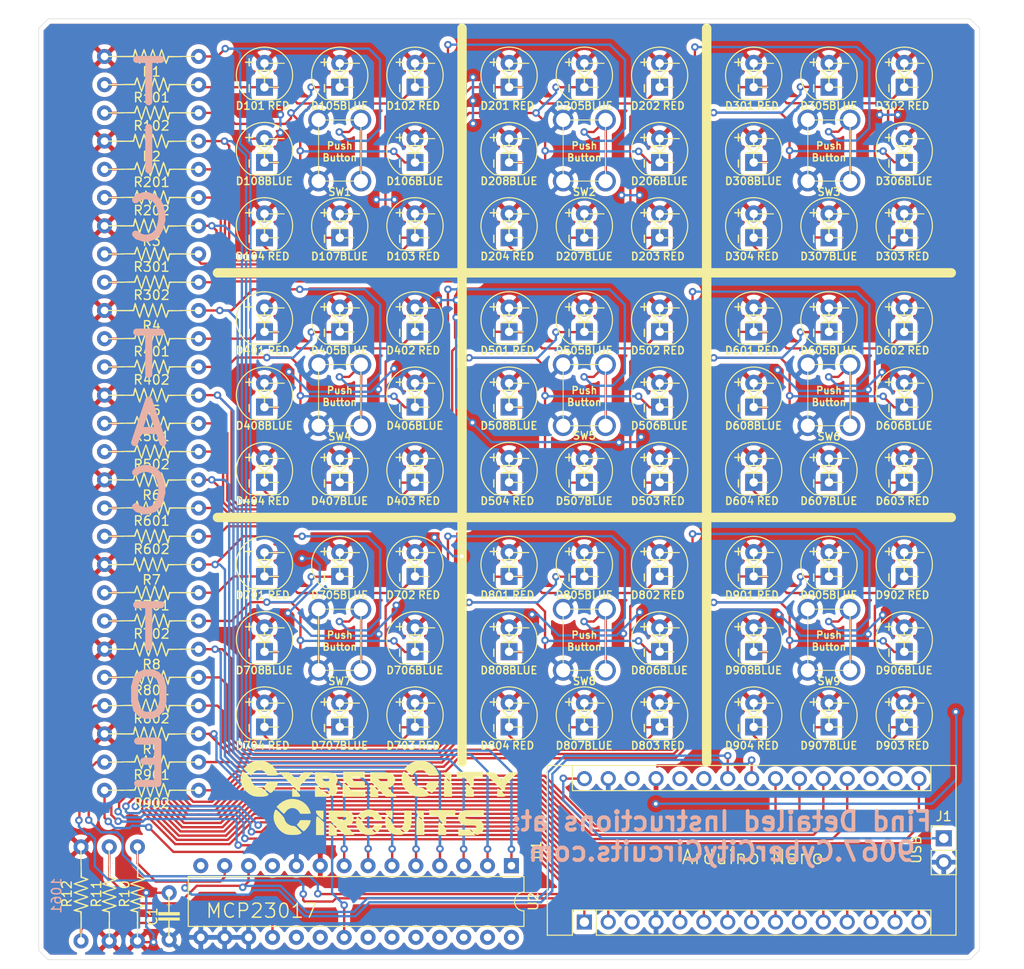
<source format=kicad_pcb>
(kicad_pcb (version 20171130) (host pcbnew "(5.1.9)-1")
  (layers (0 F.Cu signal) (31 B.Cu signal) (34 B.Paste user) (35 F.Paste user) (36 B.SilkS user) (37 F.SilkS user) (38 B.Mask user) (39 F.Mask user) (44 Edge.Cuts user))
  (net 0 "")
  (net 1 5V)
  (net 2 GND)
  (net 3 "Net-(D101-Pad1)")
  (net 4 "Net-(D105-Pad1)")
  (net 5 "Net-(D201-Pad1)")
  (net 6 "Net-(D205-Pad1)")
  (net 7 "Net-(D301-Pad1)")
  (net 8 "Net-(D305-Pad1)")
  (net 9 "Net-(D401-Pad1)")
  (net 10 "Net-(D405-Pad1)")
  (net 11 "Net-(D501-Pad1)")
  (net 12 "Net-(D505-Pad1)")
  (net 13 "Net-(D601-Pad1)")
  (net 14 "Net-(D605-Pad1)")
  (net 15 "Net-(D701-Pad1)")
  (net 16 "Net-(D705-Pad1)")
  (net 17 "Net-(D801-Pad1)")
  (net 18 "Net-(D805-Pad1)")
  (net 19 "Net-(D901-Pad1)")
  (net 20 "Net-(D905-Pad1)")
  (net 21 BUTTON_1)
  (net 22 BUTTON_2)
  (net 23 BUTTON_3)
  (net 24 BUTTON_4)
  (net 25 BUTTON_5)
  (net 26 BUTTON_6)
  (net 27 BUTTON_7)
  (net 28 BUTTON_8)
  (net 29 BUTTON_9)
  (net 30 SDA)
  (net 31 SCL)
  (net 32 "Net-(R12-Pad1)")
  (net 33 D00_RX)
  (net 34 D01_TX)
  (net 35 D02)
  (net 36 D03)
  (net 37 D04)
  (net 38 D05)
  (net 39 D06)
  (net 40 D07)
  (net 41 D08)
  (net 42 D09)
  (net 43 D10)
  (net 44 D11)
  (net 45 D12)
  (net 46 D13)
  (net 47 D14)
  (net 48 D15)
  (net 49 D16)
  (net 50 D17)
  (net 51 "Net-(U1-Pad17)")
  (net 52 "Net-(U1-Pad18)")
  (net 53 "Net-(U1-Pad3)")
  (net 54 "Net-(U1-Pad25)")
  (net 55 "Net-(U1-Pad26)")
  (net 56 "Net-(U1-Pad28)")
  (net 57 BATT)
  (net 58 "Net-(U2-Pad19)")
  (net 59 "Net-(U2-Pad20)")
  (net 60 MUX_10)
  (net 61 MUX_11)
  (net 62 MUX_12)
  (net 63 "Net-(U2-Pad11)")
  (net 64 MUX_13)
  (net 65 MUX_14)
  (net 66 MUX_15)
  (net 67 "Net-(U2-Pad14)")
  (net 68 MUX_16)
  (module "CCC_Drawings:Logo - Cyber City Circuits - Two Line 30mm" (layer F.Cu) (at 86.2 132.8)
    (fp_text reference G*** hide)
    (fp_text value LOGO hide)
  )
  (module Connector_PinHeader_2.54mm:PinHeader_1x02_P2.54mm_Vertical (layer F.Cu) (at 146.2 137.1)
    (fp_text reference J1 (at 0 -2.33) (layer F.SilkS))
    (fp_text value Screw_Terminal_01x02)
    (pad 2 thru_hole oval (at 0 2.54) (size 1.7 1.7) (drill 1) (layers *.Cu *.Mask) (net 2 GND))
    (pad 1 thru_hole rect (at 0 0) (size 1.7 1.7) (drill 1) (layers *.Cu *.Mask) (net 57 BATT))
  )
  (module "CCC_Schematic_Footprints:Schematic - Capacitor 5.0mm" (layer F.Cu) (at 63.87 145.39 90)
    (fp_text reference C1 (at -0.03 -1.77 90 unlocked) (layer F.SilkS))
    (fp_text value 0.1uF)
    (pad 2 thru_hole circle (at 2.5 0 180) (size 1.6 1.6) (drill 0.8) (layers *.Cu *.Mask) (net 1 5V))
    (pad 1 thru_hole circle (at -2.5 0 90) (size 1.6 1.6) (drill 0.8) (layers *.Cu *.Mask) (net 2 GND))
  )
  (module "CCC_Schematic_Footprints:Schematic_-_LED_5mm(2.56P)_004" (layer F.Cu) (at 74 56)
    (fp_text reference D101 (at -1.5 3.25) (layer F.SilkS) (effects (font (size 0.8 0.8))))
    (fp_text value RED (at 1.5 3.25) (layer F.SilkS) (effects (font (size 0.8 0.8))))
    (fp_text user "-  +" (at -1.7 0 270) (layer F.SilkS))
    (pad 1 thru_hole rect (at 0 1.27 90) (size 1.8 1.8) (drill 0.9) (layers *.Cu *.Mask) (net 3 "Net-(D101-Pad1)"))
    (pad 2 thru_hole circle (at 0 -1.27 90) (size 1.8 1.8) (drill 0.9) (layers *.Cu *.Mask) (net 1 5V))
  )
  (module "CCC_Schematic_Footprints:Schematic_-_LED_5mm(2.56P)_004" (layer F.Cu) (at 90 56)
    (fp_text reference D102 (at -1.5 3.25) (layer F.SilkS) (effects (font (size 0.8 0.8))))
    (fp_text value RED (at 1.5 3.25) (layer F.SilkS) (effects (font (size 0.8 0.8))))
    (fp_text user "-  +" (at -1.7 0 270) (layer F.SilkS))
    (pad 1 thru_hole rect (at 0 1.27 90) (size 1.8 1.8) (drill 0.9) (layers *.Cu *.Mask) (net 3 "Net-(D101-Pad1)"))
    (pad 2 thru_hole circle (at 0 -1.27 90) (size 1.8 1.8) (drill 0.9) (layers *.Cu *.Mask) (net 1 5V))
  )
  (module "CCC_Schematic_Footprints:Schematic_-_LED_5mm(2.56P)_004" (layer F.Cu) (at 90 72)
    (fp_text reference D103 (at -1.5 3.25) (layer F.SilkS) (effects (font (size 0.8 0.8))))
    (fp_text value RED (at 1.5 3.25) (layer F.SilkS) (effects (font (size 0.8 0.8))))
    (fp_text user "-  +" (at -1.7 0 270) (layer F.SilkS))
    (pad 2 thru_hole circle (at 0 -1.27 90) (size 1.8 1.8) (drill 0.9) (layers *.Cu *.Mask) (net 1 5V))
    (pad 1 thru_hole rect (at 0 1.27 90) (size 1.8 1.8) (drill 0.9) (layers *.Cu *.Mask) (net 3 "Net-(D101-Pad1)"))
  )
  (module "CCC_Schematic_Footprints:Schematic_-_LED_5mm(2.56P)_004" (layer F.Cu) (at 74 72)
    (fp_text reference D104 (at -1.5 3.25) (layer F.SilkS) (effects (font (size 0.8 0.8))))
    (fp_text value RED (at 1.5 3.25) (layer F.SilkS) (effects (font (size 0.8 0.8))))
    (fp_text user "-  +" (at -1.7 0 270) (layer F.SilkS))
    (pad 1 thru_hole rect (at 0 1.27 90) (size 1.8 1.8) (drill 0.9) (layers *.Cu *.Mask) (net 3 "Net-(D101-Pad1)"))
    (pad 2 thru_hole circle (at 0 -1.27 90) (size 1.8 1.8) (drill 0.9) (layers *.Cu *.Mask) (net 1 5V))
  )
  (module "CCC_Schematic_Footprints:Schematic_-_LED_5mm(2.56P)_004" (layer F.Cu) (at 82 56)
    (fp_text reference D105 (at -1.5 3.25) (layer F.SilkS) (effects (font (size 0.8 0.8))))
    (fp_text value BLUE (at 1.5 3.25) (layer F.SilkS) (effects (font (size 0.8 0.8))))
    (fp_text user "-  +" (at -1.7 0 270) (layer F.SilkS))
    (pad 2 thru_hole circle (at 0 -1.27 90) (size 1.8 1.8) (drill 0.9) (layers *.Cu *.Mask) (net 1 5V))
    (pad 1 thru_hole rect (at 0 1.27 90) (size 1.8 1.8) (drill 0.9) (layers *.Cu *.Mask) (net 4 "Net-(D105-Pad1)"))
  )
  (module "CCC_Schematic_Footprints:Schematic_-_LED_5mm(2.56P)_004" (layer F.Cu) (at 90 64)
    (fp_text reference D106 (at -1.5 3.25) (layer F.SilkS) (effects (font (size 0.8 0.8))))
    (fp_text value BLUE (at 1.5 3.25) (layer F.SilkS) (effects (font (size 0.8 0.8))))
    (fp_text user "-  +" (at -1.7 0 270) (layer F.SilkS))
    (pad 1 thru_hole rect (at 0 1.27 90) (size 1.8 1.8) (drill 0.9) (layers *.Cu *.Mask) (net 4 "Net-(D105-Pad1)"))
    (pad 2 thru_hole circle (at 0 -1.27 90) (size 1.8 1.8) (drill 0.9) (layers *.Cu *.Mask) (net 1 5V))
  )
  (module "CCC_Schematic_Footprints:Schematic_-_LED_5mm(2.56P)_004" (layer F.Cu) (at 82 72)
    (fp_text reference D107 (at -1.5 3.25) (layer F.SilkS) (effects (font (size 0.8 0.8))))
    (fp_text value BLUE (at 1.5 3.25) (layer F.SilkS) (effects (font (size 0.8 0.8))))
    (fp_text user "-  +" (at -1.7 0 270) (layer F.SilkS))
    (pad 2 thru_hole circle (at 0 -1.27 90) (size 1.8 1.8) (drill 0.9) (layers *.Cu *.Mask) (net 1 5V))
    (pad 1 thru_hole rect (at 0 1.27 90) (size 1.8 1.8) (drill 0.9) (layers *.Cu *.Mask) (net 4 "Net-(D105-Pad1)"))
  )
  (module "CCC_Schematic_Footprints:Schematic_-_LED_5mm(2.56P)_004" (layer F.Cu) (at 74 64)
    (fp_text reference D108 (at -1.5 3.25) (layer F.SilkS) (effects (font (size 0.8 0.8))))
    (fp_text value BLUE (at 1.5 3.25) (layer F.SilkS) (effects (font (size 0.8 0.8))))
    (fp_text user "-  +" (at -1.7 0 270) (layer F.SilkS))
    (pad 1 thru_hole rect (at 0 1.27 90) (size 1.8 1.8) (drill 0.9) (layers *.Cu *.Mask) (net 4 "Net-(D105-Pad1)"))
    (pad 2 thru_hole circle (at 0 -1.27 90) (size 1.8 1.8) (drill 0.9) (layers *.Cu *.Mask) (net 1 5V))
  )
  (module "CCC_Schematic_Footprints:Schematic_-_LED_5mm(2.56P)_004" (layer F.Cu) (at 100 56)
    (fp_text reference D201 (at -1.5 3.25) (layer F.SilkS) (effects (font (size 0.8 0.8))))
    (fp_text value RED (at 1.5 3.25) (layer F.SilkS) (effects (font (size 0.8 0.8))))
    (fp_text user "-  +" (at -1.7 0 270) (layer F.SilkS))
    (pad 2 thru_hole circle (at 0 -1.27 90) (size 1.8 1.8) (drill 0.9) (layers *.Cu *.Mask) (net 1 5V))
    (pad 1 thru_hole rect (at 0 1.27 90) (size 1.8 1.8) (drill 0.9) (layers *.Cu *.Mask) (net 5 "Net-(D201-Pad1)"))
  )
  (module "CCC_Schematic_Footprints:Schematic_-_LED_5mm(2.56P)_004" (layer F.Cu) (at 116 56)
    (fp_text reference D202 (at -1.5 3.25) (layer F.SilkS) (effects (font (size 0.8 0.8))))
    (fp_text value RED (at 1.5 3.25) (layer F.SilkS) (effects (font (size 0.8 0.8))))
    (fp_text user "-  +" (at -1.7 0 270) (layer F.SilkS))
    (pad 1 thru_hole rect (at 0 1.27 90) (size 1.8 1.8) (drill 0.9) (layers *.Cu *.Mask) (net 5 "Net-(D201-Pad1)"))
    (pad 2 thru_hole circle (at 0 -1.27 90) (size 1.8 1.8) (drill 0.9) (layers *.Cu *.Mask) (net 1 5V))
  )
  (module "CCC_Schematic_Footprints:Schematic_-_LED_5mm(2.56P)_004" (layer F.Cu) (at 116 72)
    (fp_text reference D203 (at -1.5 3.25) (layer F.SilkS) (effects (font (size 0.8 0.8))))
    (fp_text value RED (at 1.5 3.25) (layer F.SilkS) (effects (font (size 0.8 0.8))))
    (fp_text user "-  +" (at -1.7 0 270) (layer F.SilkS))
    (pad 1 thru_hole rect (at 0 1.27 90) (size 1.8 1.8) (drill 0.9) (layers *.Cu *.Mask) (net 5 "Net-(D201-Pad1)"))
    (pad 2 thru_hole circle (at 0 -1.27 90) (size 1.8 1.8) (drill 0.9) (layers *.Cu *.Mask) (net 1 5V))
  )
  (module "CCC_Schematic_Footprints:Schematic_-_LED_5mm(2.56P)_004" (layer F.Cu) (at 100 72)
    (fp_text reference D204 (at -1.5 3.25) (layer F.SilkS) (effects (font (size 0.8 0.8))))
    (fp_text value RED (at 1.5 3.25) (layer F.SilkS) (effects (font (size 0.8 0.8))))
    (fp_text user "-  +" (at -1.7 0 270) (layer F.SilkS))
    (pad 1 thru_hole rect (at 0 1.27 90) (size 1.8 1.8) (drill 0.9) (layers *.Cu *.Mask) (net 5 "Net-(D201-Pad1)"))
    (pad 2 thru_hole circle (at 0 -1.27 90) (size 1.8 1.8) (drill 0.9) (layers *.Cu *.Mask) (net 1 5V))
  )
  (module "CCC_Schematic_Footprints:Schematic_-_LED_5mm(2.56P)_004" (layer F.Cu) (at 108 56)
    (fp_text reference D205 (at -1.5 3.25) (layer F.SilkS) (effects (font (size 0.8 0.8))))
    (fp_text value BLUE (at 1.5 3.25) (layer F.SilkS) (effects (font (size 0.8 0.8))))
    (fp_text user "-  +" (at -1.7 0 270) (layer F.SilkS))
    (pad 2 thru_hole circle (at 0 -1.27 90) (size 1.8 1.8) (drill 0.9) (layers *.Cu *.Mask) (net 1 5V))
    (pad 1 thru_hole rect (at 0 1.27 90) (size 1.8 1.8) (drill 0.9) (layers *.Cu *.Mask) (net 6 "Net-(D205-Pad1)"))
  )
  (module "CCC_Schematic_Footprints:Schematic_-_LED_5mm(2.56P)_004" (layer F.Cu) (at 116 64)
    (fp_text reference D206 (at -1.5 3.25) (layer F.SilkS) (effects (font (size 0.8 0.8))))
    (fp_text value BLUE (at 1.5 3.25) (layer F.SilkS) (effects (font (size 0.8 0.8))))
    (fp_text user "-  +" (at -1.7 0 270) (layer F.SilkS))
    (pad 1 thru_hole rect (at 0 1.27 90) (size 1.8 1.8) (drill 0.9) (layers *.Cu *.Mask) (net 6 "Net-(D205-Pad1)"))
    (pad 2 thru_hole circle (at 0 -1.27 90) (size 1.8 1.8) (drill 0.9) (layers *.Cu *.Mask) (net 1 5V))
  )
  (module "CCC_Schematic_Footprints:Schematic_-_LED_5mm(2.56P)_004" (layer F.Cu) (at 108 72)
    (fp_text reference D207 (at -1.5 3.25) (layer F.SilkS) (effects (font (size 0.8 0.8))))
    (fp_text value BLUE (at 1.5 3.25) (layer F.SilkS) (effects (font (size 0.8 0.8))))
    (fp_text user "-  +" (at -1.7 0 270) (layer F.SilkS))
    (pad 2 thru_hole circle (at 0 -1.27 90) (size 1.8 1.8) (drill 0.9) (layers *.Cu *.Mask) (net 1 5V))
    (pad 1 thru_hole rect (at 0 1.27 90) (size 1.8 1.8) (drill 0.9) (layers *.Cu *.Mask) (net 6 "Net-(D205-Pad1)"))
  )
  (module "CCC_Schematic_Footprints:Schematic_-_LED_5mm(2.56P)_004" (layer F.Cu) (at 100 64)
    (fp_text reference D208 (at -1.5 3.25) (layer F.SilkS) (effects (font (size 0.8 0.8))))
    (fp_text value BLUE (at 1.5 3.25) (layer F.SilkS) (effects (font (size 0.8 0.8))))
    (fp_text user "-  +" (at -1.7 0 270) (layer F.SilkS))
    (pad 1 thru_hole rect (at 0 1.27 90) (size 1.8 1.8) (drill 0.9) (layers *.Cu *.Mask) (net 6 "Net-(D205-Pad1)"))
    (pad 2 thru_hole circle (at 0 -1.27 90) (size 1.8 1.8) (drill 0.9) (layers *.Cu *.Mask) (net 1 5V))
  )
  (module "CCC_Schematic_Footprints:Schematic_-_LED_5mm(2.56P)_004" (layer F.Cu) (at 126 56)
    (fp_text reference D301 (at -1.5 3.25) (layer F.SilkS) (effects (font (size 0.8 0.8))))
    (fp_text value RED (at 1.5 3.25) (layer F.SilkS) (effects (font (size 0.8 0.8))))
    (fp_text user "-  +" (at -1.7 0 270) (layer F.SilkS))
    (pad 2 thru_hole circle (at 0 -1.27 90) (size 1.8 1.8) (drill 0.9) (layers *.Cu *.Mask) (net 1 5V))
    (pad 1 thru_hole rect (at 0 1.27 90) (size 1.8 1.8) (drill 0.9) (layers *.Cu *.Mask) (net 7 "Net-(D301-Pad1)"))
  )
  (module "CCC_Schematic_Footprints:Schematic_-_LED_5mm(2.56P)_004" (layer F.Cu) (at 142 56)
    (fp_text reference D302 (at -1.5 3.25) (layer F.SilkS) (effects (font (size 0.8 0.8))))
    (fp_text value RED (at 1.5 3.25) (layer F.SilkS) (effects (font (size 0.8 0.8))))
    (fp_text user "-  +" (at -1.7 0 270) (layer F.SilkS))
    (pad 1 thru_hole rect (at 0 1.27 90) (size 1.8 1.8) (drill 0.9) (layers *.Cu *.Mask) (net 7 "Net-(D301-Pad1)"))
    (pad 2 thru_hole circle (at 0 -1.27 90) (size 1.8 1.8) (drill 0.9) (layers *.Cu *.Mask) (net 1 5V))
  )
  (module "CCC_Schematic_Footprints:Schematic_-_LED_5mm(2.56P)_004" (layer F.Cu) (at 142 72)
    (fp_text reference D303 (at -1.5 3.25) (layer F.SilkS) (effects (font (size 0.8 0.8))))
    (fp_text value RED (at 1.5 3.25) (layer F.SilkS) (effects (font (size 0.8 0.8))))
    (fp_text user "-  +" (at -1.7 0 270) (layer F.SilkS))
    (pad 2 thru_hole circle (at 0 -1.27 90) (size 1.8 1.8) (drill 0.9) (layers *.Cu *.Mask) (net 1 5V))
    (pad 1 thru_hole rect (at 0 1.27 90) (size 1.8 1.8) (drill 0.9) (layers *.Cu *.Mask) (net 7 "Net-(D301-Pad1)"))
  )
  (module "CCC_Schematic_Footprints:Schematic_-_LED_5mm(2.56P)_004" (layer F.Cu) (at 126 72)
    (fp_text reference D304 (at -1.5 3.25) (layer F.SilkS) (effects (font (size 0.8 0.8))))
    (fp_text value RED (at 1.5 3.25) (layer F.SilkS) (effects (font (size 0.8 0.8))))
    (fp_text user "-  +" (at -1.7 0 270) (layer F.SilkS))
    (pad 1 thru_hole rect (at 0 1.27 90) (size 1.8 1.8) (drill 0.9) (layers *.Cu *.Mask) (net 7 "Net-(D301-Pad1)"))
    (pad 2 thru_hole circle (at 0 -1.27 90) (size 1.8 1.8) (drill 0.9) (layers *.Cu *.Mask) (net 1 5V))
  )
  (module "CCC_Schematic_Footprints:Schematic_-_LED_5mm(2.56P)_004" (layer F.Cu) (at 134 56)
    (fp_text reference D305 (at -1.5 3.25) (layer F.SilkS) (effects (font (size 0.8 0.8))))
    (fp_text value BLUE (at 1.5 3.25) (layer F.SilkS) (effects (font (size 0.8 0.8))))
    (fp_text user "-  +" (at -1.7 0 270) (layer F.SilkS))
    (pad 2 thru_hole circle (at 0 -1.27 90) (size 1.8 1.8) (drill 0.9) (layers *.Cu *.Mask) (net 1 5V))
    (pad 1 thru_hole rect (at 0 1.27 90) (size 1.8 1.8) (drill 0.9) (layers *.Cu *.Mask) (net 8 "Net-(D305-Pad1)"))
  )
  (module "CCC_Schematic_Footprints:Schematic_-_LED_5mm(2.56P)_004" (layer F.Cu) (at 142 64)
    (fp_text reference D306 (at -1.5 3.25) (layer F.SilkS) (effects (font (size 0.8 0.8))))
    (fp_text value BLUE (at 1.5 3.25) (layer F.SilkS) (effects (font (size 0.8 0.8))))
    (fp_text user "-  +" (at -1.7 0 270) (layer F.SilkS))
    (pad 1 thru_hole rect (at 0 1.27 90) (size 1.8 1.8) (drill 0.9) (layers *.Cu *.Mask) (net 8 "Net-(D305-Pad1)"))
    (pad 2 thru_hole circle (at 0 -1.27 90) (size 1.8 1.8) (drill 0.9) (layers *.Cu *.Mask) (net 1 5V))
  )
  (module "CCC_Schematic_Footprints:Schematic_-_LED_5mm(2.56P)_004" (layer F.Cu) (at 134 72)
    (fp_text reference D307 (at -1.5 3.25) (layer F.SilkS) (effects (font (size 0.8 0.8))))
    (fp_text value BLUE (at 1.5 3.25) (layer F.SilkS) (effects (font (size 0.8 0.8))))
    (fp_text user "-  +" (at -1.7 0 270) (layer F.SilkS))
    (pad 2 thru_hole circle (at 0 -1.27 90) (size 1.8 1.8) (drill 0.9) (layers *.Cu *.Mask) (net 1 5V))
    (pad 1 thru_hole rect (at 0 1.27 90) (size 1.8 1.8) (drill 0.9) (layers *.Cu *.Mask) (net 8 "Net-(D305-Pad1)"))
  )
  (module "CCC_Schematic_Footprints:Schematic_-_LED_5mm(2.56P)_004" (layer F.Cu) (at 126 64)
    (fp_text reference D308 (at -1.5 3.25) (layer F.SilkS) (effects (font (size 0.8 0.8))))
    (fp_text value BLUE (at 1.5 3.25) (layer F.SilkS) (effects (font (size 0.8 0.8))))
    (fp_text user "-  +" (at -1.7 0 270) (layer F.SilkS))
    (pad 2 thru_hole circle (at 0 -1.27 90) (size 1.8 1.8) (drill 0.9) (layers *.Cu *.Mask) (net 1 5V))
    (pad 1 thru_hole rect (at 0 1.27 90) (size 1.8 1.8) (drill 0.9) (layers *.Cu *.Mask) (net 8 "Net-(D305-Pad1)"))
  )
  (module "CCC_Schematic_Footprints:Schematic_-_LED_5mm(2.56P)_004" (layer F.Cu) (at 74 82)
    (fp_text reference D401 (at -1.5 3.25) (layer F.SilkS) (effects (font (size 0.8 0.8))))
    (fp_text value RED (at 1.5 3.25) (layer F.SilkS) (effects (font (size 0.8 0.8))))
    (fp_text user "-  +" (at -1.7 0 270) (layer F.SilkS))
    (pad 2 thru_hole circle (at 0 -1.27 90) (size 1.8 1.8) (drill 0.9) (layers *.Cu *.Mask) (net 1 5V))
    (pad 1 thru_hole rect (at 0 1.27 90) (size 1.8 1.8) (drill 0.9) (layers *.Cu *.Mask) (net 9 "Net-(D401-Pad1)"))
  )
  (module "CCC_Schematic_Footprints:Schematic_-_LED_5mm(2.56P)_004" (layer F.Cu) (at 90 82)
    (fp_text reference D402 (at -1.5 3.25) (layer F.SilkS) (effects (font (size 0.8 0.8))))
    (fp_text value RED (at 1.5 3.25) (layer F.SilkS) (effects (font (size 0.8 0.8))))
    (fp_text user "-  +" (at -1.7 0 270) (layer F.SilkS))
    (pad 1 thru_hole rect (at 0 1.27 90) (size 1.8 1.8) (drill 0.9) (layers *.Cu *.Mask) (net 9 "Net-(D401-Pad1)"))
    (pad 2 thru_hole circle (at 0 -1.27 90) (size 1.8 1.8) (drill 0.9) (layers *.Cu *.Mask) (net 1 5V))
  )
  (module "CCC_Schematic_Footprints:Schematic_-_LED_5mm(2.56P)_004" (layer F.Cu) (at 90 98)
    (fp_text reference D403 (at -1.5 3.25) (layer F.SilkS) (effects (font (size 0.8 0.8))))
    (fp_text value RED (at 1.5 3.25) (layer F.SilkS) (effects (font (size 0.8 0.8))))
    (fp_text user "-  +" (at -1.7 0 270) (layer F.SilkS))
    (pad 2 thru_hole circle (at 0 -1.27 90) (size 1.8 1.8) (drill 0.9) (layers *.Cu *.Mask) (net 1 5V))
    (pad 1 thru_hole rect (at 0 1.27 90) (size 1.8 1.8) (drill 0.9) (layers *.Cu *.Mask) (net 9 "Net-(D401-Pad1)"))
  )
  (module "CCC_Schematic_Footprints:Schematic_-_LED_5mm(2.56P)_004" (layer F.Cu) (at 74 98)
    (fp_text reference D404 (at -1.5 3.25) (layer F.SilkS) (effects (font (size 0.8 0.8))))
    (fp_text value RED (at 1.5 3.25) (layer F.SilkS) (effects (font (size 0.8 0.8))))
    (fp_text user "-  +" (at -1.7 0 270) (layer F.SilkS))
    (pad 1 thru_hole rect (at 0 1.27 90) (size 1.8 1.8) (drill 0.9) (layers *.Cu *.Mask) (net 9 "Net-(D401-Pad1)"))
    (pad 2 thru_hole circle (at 0 -1.27 90) (size 1.8 1.8) (drill 0.9) (layers *.Cu *.Mask) (net 1 5V))
  )
  (module "CCC_Schematic_Footprints:Schematic_-_LED_5mm(2.56P)_004" (layer F.Cu) (at 82 82)
    (fp_text reference D405 (at -1.5 3.25) (layer F.SilkS) (effects (font (size 0.8 0.8))))
    (fp_text value BLUE (at 1.5 3.25) (layer F.SilkS) (effects (font (size 0.8 0.8))))
    (fp_text user "-  +" (at -1.7 0 270) (layer F.SilkS))
    (pad 2 thru_hole circle (at 0 -1.27 90) (size 1.8 1.8) (drill 0.9) (layers *.Cu *.Mask) (net 1 5V))
    (pad 1 thru_hole rect (at 0 1.27 90) (size 1.8 1.8) (drill 0.9) (layers *.Cu *.Mask) (net 10 "Net-(D405-Pad1)"))
  )
  (module "CCC_Schematic_Footprints:Schematic_-_LED_5mm(2.56P)_004" (layer F.Cu) (at 90 90)
    (fp_text reference D406 (at -1.5 3.25) (layer F.SilkS) (effects (font (size 0.8 0.8))))
    (fp_text value BLUE (at 1.5 3.25) (layer F.SilkS) (effects (font (size 0.8 0.8))))
    (fp_text user "-  +" (at -1.7 0 270) (layer F.SilkS))
    (pad 1 thru_hole rect (at 0 1.27 90) (size 1.8 1.8) (drill 0.9) (layers *.Cu *.Mask) (net 10 "Net-(D405-Pad1)"))
    (pad 2 thru_hole circle (at 0 -1.27 90) (size 1.8 1.8) (drill 0.9) (layers *.Cu *.Mask) (net 1 5V))
  )
  (module "CCC_Schematic_Footprints:Schematic_-_LED_5mm(2.56P)_004" (layer F.Cu) (at 82 98)
    (fp_text reference D407 (at -1.5 3.25) (layer F.SilkS) (effects (font (size 0.8 0.8))))
    (fp_text value BLUE (at 1.5 3.25) (layer F.SilkS) (effects (font (size 0.8 0.8))))
    (fp_text user "-  +" (at -1.7 0 270) (layer F.SilkS))
    (pad 2 thru_hole circle (at 0 -1.27 90) (size 1.8 1.8) (drill 0.9) (layers *.Cu *.Mask) (net 1 5V))
    (pad 1 thru_hole rect (at 0 1.27 90) (size 1.8 1.8) (drill 0.9) (layers *.Cu *.Mask) (net 10 "Net-(D405-Pad1)"))
  )
  (module "CCC_Schematic_Footprints:Schematic_-_LED_5mm(2.56P)_004" (layer F.Cu) (at 74 90)
    (fp_text reference D408 (at -1.5 3.25) (layer F.SilkS) (effects (font (size 0.8 0.8))))
    (fp_text value BLUE (at 1.5 3.25) (layer F.SilkS) (effects (font (size 0.8 0.8))))
    (fp_text user "-  +" (at -1.7 0 270) (layer F.SilkS))
    (pad 1 thru_hole rect (at 0 1.27 90) (size 1.8 1.8) (drill 0.9) (layers *.Cu *.Mask) (net 10 "Net-(D405-Pad1)"))
    (pad 2 thru_hole circle (at 0 -1.27 90) (size 1.8 1.8) (drill 0.9) (layers *.Cu *.Mask) (net 1 5V))
  )
  (module "CCC_Schematic_Footprints:Schematic_-_LED_5mm(2.56P)_004" (layer F.Cu) (at 100 82)
    (fp_text reference D501 (at -1.5 3.25) (layer F.SilkS) (effects (font (size 0.8 0.8))))
    (fp_text value RED (at 1.5 3.25) (layer F.SilkS) (effects (font (size 0.8 0.8))))
    (fp_text user "-  +" (at -1.7 0 270) (layer F.SilkS))
    (pad 2 thru_hole circle (at 0 -1.27 90) (size 1.8 1.8) (drill 0.9) (layers *.Cu *.Mask) (net 1 5V))
    (pad 1 thru_hole rect (at 0 1.27 90) (size 1.8 1.8) (drill 0.9) (layers *.Cu *.Mask) (net 11 "Net-(D501-Pad1)"))
  )
  (module "CCC_Schematic_Footprints:Schematic_-_LED_5mm(2.56P)_004" (layer F.Cu) (at 116 82)
    (fp_text reference D502 (at -1.5 3.25) (layer F.SilkS) (effects (font (size 0.8 0.8))))
    (fp_text value RED (at 1.5 3.25) (layer F.SilkS) (effects (font (size 0.8 0.8))))
    (fp_text user "-  +" (at -1.7 0 270) (layer F.SilkS))
    (pad 1 thru_hole rect (at 0 1.27 90) (size 1.8 1.8) (drill 0.9) (layers *.Cu *.Mask) (net 11 "Net-(D501-Pad1)"))
    (pad 2 thru_hole circle (at 0 -1.27 90) (size 1.8 1.8) (drill 0.9) (layers *.Cu *.Mask) (net 1 5V))
  )
  (module "CCC_Schematic_Footprints:Schematic_-_LED_5mm(2.56P)_004" (layer F.Cu) (at 116 98)
    (fp_text reference D503 (at -1.5 3.25) (layer F.SilkS) (effects (font (size 0.8 0.8))))
    (fp_text value RED (at 1.5 3.25) (layer F.SilkS) (effects (font (size 0.8 0.8))))
    (fp_text user "-  +" (at -1.7 0 270) (layer F.SilkS))
    (pad 1 thru_hole rect (at 0 1.27 90) (size 1.8 1.8) (drill 0.9) (layers *.Cu *.Mask) (net 11 "Net-(D501-Pad1)"))
    (pad 2 thru_hole circle (at 0 -1.27 90) (size 1.8 1.8) (drill 0.9) (layers *.Cu *.Mask) (net 1 5V))
  )
  (module "CCC_Schematic_Footprints:Schematic_-_LED_5mm(2.56P)_004" (layer F.Cu) (at 100 98)
    (fp_text reference D504 (at -1.5 3.25) (layer F.SilkS) (effects (font (size 0.8 0.8))))
    (fp_text value RED (at 1.5 3.25) (layer F.SilkS) (effects (font (size 0.8 0.8))))
    (fp_text user "-  +" (at -1.7 0 270) (layer F.SilkS))
    (pad 2 thru_hole circle (at 0 -1.27 90) (size 1.8 1.8) (drill 0.9) (layers *.Cu *.Mask) (net 1 5V))
    (pad 1 thru_hole rect (at 0 1.27 90) (size 1.8 1.8) (drill 0.9) (layers *.Cu *.Mask) (net 11 "Net-(D501-Pad1)"))
  )
  (module "CCC_Schematic_Footprints:Schematic_-_LED_5mm(2.56P)_004" (layer F.Cu) (at 108 82)
    (fp_text reference D505 (at -1.5 3.25) (layer F.SilkS) (effects (font (size 0.8 0.8))))
    (fp_text value BLUE (at 1.5 3.25) (layer F.SilkS) (effects (font (size 0.8 0.8))))
    (fp_text user "-  +" (at -1.7 0 270) (layer F.SilkS))
    (pad 1 thru_hole rect (at 0 1.27 90) (size 1.8 1.8) (drill 0.9) (layers *.Cu *.Mask) (net 12 "Net-(D505-Pad1)"))
    (pad 2 thru_hole circle (at 0 -1.27 90) (size 1.8 1.8) (drill 0.9) (layers *.Cu *.Mask) (net 1 5V))
  )
  (module "CCC_Schematic_Footprints:Schematic_-_LED_5mm(2.56P)_004" (layer F.Cu) (at 116 90)
    (fp_text reference D506 (at -1.5 3.25) (layer F.SilkS) (effects (font (size 0.8 0.8))))
    (fp_text value BLUE (at 1.5 3.25) (layer F.SilkS) (effects (font (size 0.8 0.8))))
    (fp_text user "-  +" (at -1.7 0 270) (layer F.SilkS))
    (pad 2 thru_hole circle (at 0 -1.27 90) (size 1.8 1.8) (drill 0.9) (layers *.Cu *.Mask) (net 1 5V))
    (pad 1 thru_hole rect (at 0 1.27 90) (size 1.8 1.8) (drill 0.9) (layers *.Cu *.Mask) (net 12 "Net-(D505-Pad1)"))
  )
  (module "CCC_Schematic_Footprints:Schematic_-_LED_5mm(2.56P)_004" (layer F.Cu) (at 108 98)
    (fp_text reference D507 (at -1.5 3.25) (layer F.SilkS) (effects (font (size 0.8 0.8))))
    (fp_text value BLUE (at 1.5 3.25) (layer F.SilkS) (effects (font (size 0.8 0.8))))
    (fp_text user "-  +" (at -1.7 0 270) (layer F.SilkS))
    (pad 1 thru_hole rect (at 0 1.27 90) (size 1.8 1.8) (drill 0.9) (layers *.Cu *.Mask) (net 12 "Net-(D505-Pad1)"))
    (pad 2 thru_hole circle (at 0 -1.27 90) (size 1.8 1.8) (drill 0.9) (layers *.Cu *.Mask) (net 1 5V))
  )
  (module "CCC_Schematic_Footprints:Schematic_-_LED_5mm(2.56P)_004" (layer F.Cu) (at 100 90)
    (fp_text reference D508 (at -1.5 3.25) (layer F.SilkS) (effects (font (size 0.8 0.8))))
    (fp_text value BLUE (at 1.5 3.25) (layer F.SilkS) (effects (font (size 0.8 0.8))))
    (fp_text user "-  +" (at -1.7 0 270) (layer F.SilkS))
    (pad 2 thru_hole circle (at 0 -1.27 90) (size 1.8 1.8) (drill 0.9) (layers *.Cu *.Mask) (net 1 5V))
    (pad 1 thru_hole rect (at 0 1.27 90) (size 1.8 1.8) (drill 0.9) (layers *.Cu *.Mask) (net 12 "Net-(D505-Pad1)"))
  )
  (module "CCC_Schematic_Footprints:Schematic_-_LED_5mm(2.56P)_004" (layer F.Cu) (at 126 82)
    (fp_text reference D601 (at -1.5 3.25) (layer F.SilkS) (effects (font (size 0.8 0.8))))
    (fp_text value RED (at 1.5 3.25) (layer F.SilkS) (effects (font (size 0.8 0.8))))
    (fp_text user "-  +" (at -1.7 0 270) (layer F.SilkS))
    (pad 1 thru_hole rect (at 0 1.27 90) (size 1.8 1.8) (drill 0.9) (layers *.Cu *.Mask) (net 13 "Net-(D601-Pad1)"))
    (pad 2 thru_hole circle (at 0 -1.27 90) (size 1.8 1.8) (drill 0.9) (layers *.Cu *.Mask) (net 1 5V))
  )
  (module "CCC_Schematic_Footprints:Schematic_-_LED_5mm(2.56P)_004" (layer F.Cu) (at 142 82)
    (fp_text reference D602 (at -1.5 3.25) (layer F.SilkS) (effects (font (size 0.8 0.8))))
    (fp_text value RED (at 1.5 3.25) (layer F.SilkS) (effects (font (size 0.8 0.8))))
    (fp_text user "-  +" (at -1.7 0 270) (layer F.SilkS))
    (pad 2 thru_hole circle (at 0 -1.27 90) (size 1.8 1.8) (drill 0.9) (layers *.Cu *.Mask) (net 1 5V))
    (pad 1 thru_hole rect (at 0 1.27 90) (size 1.8 1.8) (drill 0.9) (layers *.Cu *.Mask) (net 13 "Net-(D601-Pad1)"))
  )
  (module "CCC_Schematic_Footprints:Schematic_-_LED_5mm(2.56P)_004" (layer F.Cu) (at 142 98)
    (fp_text reference D603 (at -1.5 3.25) (layer F.SilkS) (effects (font (size 0.8 0.8))))
    (fp_text value RED (at 1.5 3.25) (layer F.SilkS) (effects (font (size 0.8 0.8))))
    (fp_text user "-  +" (at -1.7 0 270) (layer F.SilkS))
    (pad 1 thru_hole rect (at 0 1.27 90) (size 1.8 1.8) (drill 0.9) (layers *.Cu *.Mask) (net 13 "Net-(D601-Pad1)"))
    (pad 2 thru_hole circle (at 0 -1.27 90) (size 1.8 1.8) (drill 0.9) (layers *.Cu *.Mask) (net 1 5V))
  )
  (module "CCC_Schematic_Footprints:Schematic_-_LED_5mm(2.56P)_004" (layer F.Cu) (at 126 98)
    (fp_text reference D604 (at -1.5 3.25) (layer F.SilkS) (effects (font (size 0.8 0.8))))
    (fp_text value RED (at 1.5 3.25) (layer F.SilkS) (effects (font (size 0.8 0.8))))
    (fp_text user "-  +" (at -1.7 0 270) (layer F.SilkS))
    (pad 2 thru_hole circle (at 0 -1.27 90) (size 1.8 1.8) (drill 0.9) (layers *.Cu *.Mask) (net 1 5V))
    (pad 1 thru_hole rect (at 0 1.27 90) (size 1.8 1.8) (drill 0.9) (layers *.Cu *.Mask) (net 13 "Net-(D601-Pad1)"))
  )
  (module "CCC_Schematic_Footprints:Schematic_-_LED_5mm(2.56P)_004" (layer F.Cu) (at 134 82)
    (fp_text reference D605 (at -1.5 3.25) (layer F.SilkS) (effects (font (size 0.8 0.8))))
    (fp_text value BLUE (at 1.5 3.25) (layer F.SilkS) (effects (font (size 0.8 0.8))))
    (fp_text user "-  +" (at -1.7 0 270) (layer F.SilkS))
    (pad 1 thru_hole rect (at 0 1.27 90) (size 1.8 1.8) (drill 0.9) (layers *.Cu *.Mask) (net 14 "Net-(D605-Pad1)"))
    (pad 2 thru_hole circle (at 0 -1.27 90) (size 1.8 1.8) (drill 0.9) (layers *.Cu *.Mask) (net 1 5V))
  )
  (module "CCC_Schematic_Footprints:Schematic_-_LED_5mm(2.56P)_004" (layer F.Cu) (at 142 90)
    (fp_text reference D606 (at -1.5 3.25) (layer F.SilkS) (effects (font (size 0.8 0.8))))
    (fp_text value BLUE (at 1.5 3.25) (layer F.SilkS) (effects (font (size 0.8 0.8))))
    (fp_text user "-  +" (at -1.7 0 270) (layer F.SilkS))
    (pad 2 thru_hole circle (at 0 -1.27 90) (size 1.8 1.8) (drill 0.9) (layers *.Cu *.Mask) (net 1 5V))
    (pad 1 thru_hole rect (at 0 1.27 90) (size 1.8 1.8) (drill 0.9) (layers *.Cu *.Mask) (net 14 "Net-(D605-Pad1)"))
  )
  (module "CCC_Schematic_Footprints:Schematic_-_LED_5mm(2.56P)_004" (layer F.Cu) (at 134 98)
    (fp_text reference D607 (at -1.5 3.25) (layer F.SilkS) (effects (font (size 0.8 0.8))))
    (fp_text value BLUE (at 1.5 3.25) (layer F.SilkS) (effects (font (size 0.8 0.8))))
    (fp_text user "-  +" (at -1.7 0 270) (layer F.SilkS))
    (pad 1 thru_hole rect (at 0 1.27 90) (size 1.8 1.8) (drill 0.9) (layers *.Cu *.Mask) (net 14 "Net-(D605-Pad1)"))
    (pad 2 thru_hole circle (at 0 -1.27 90) (size 1.8 1.8) (drill 0.9) (layers *.Cu *.Mask) (net 1 5V))
  )
  (module "CCC_Schematic_Footprints:Schematic_-_LED_5mm(2.56P)_004" (layer F.Cu) (at 126 90)
    (fp_text reference D608 (at -1.5 3.25) (layer F.SilkS) (effects (font (size 0.8 0.8))))
    (fp_text value BLUE (at 1.5 3.25) (layer F.SilkS) (effects (font (size 0.8 0.8))))
    (fp_text user "-  +" (at -1.7 0 270) (layer F.SilkS))
    (pad 2 thru_hole circle (at 0 -1.27 90) (size 1.8 1.8) (drill 0.9) (layers *.Cu *.Mask) (net 1 5V))
    (pad 1 thru_hole rect (at 0 1.27 90) (size 1.8 1.8) (drill 0.9) (layers *.Cu *.Mask) (net 14 "Net-(D605-Pad1)"))
  )
  (module "CCC_Schematic_Footprints:Schematic_-_LED_5mm(2.56P)_004" (layer F.Cu) (at 74 108)
    (fp_text reference D701 (at -1.5 3.25) (layer F.SilkS) (effects (font (size 0.8 0.8))))
    (fp_text value RED (at 1.5 3.25) (layer F.SilkS) (effects (font (size 0.8 0.8))))
    (fp_text user "-  +" (at -1.7 0 270) (layer F.SilkS))
    (pad 1 thru_hole rect (at 0 1.27 90) (size 1.8 1.8) (drill 0.9) (layers *.Cu *.Mask) (net 15 "Net-(D701-Pad1)"))
    (pad 2 thru_hole circle (at 0 -1.27 90) (size 1.8 1.8) (drill 0.9) (layers *.Cu *.Mask) (net 1 5V))
  )
  (module "CCC_Schematic_Footprints:Schematic_-_LED_5mm(2.56P)_004" (layer F.Cu) (at 90 108)
    (fp_text reference D702 (at -1.5 3.25) (layer F.SilkS) (effects (font (size 0.8 0.8))))
    (fp_text value RED (at 1.5 3.25) (layer F.SilkS) (effects (font (size 0.8 0.8))))
    (fp_text user "-  +" (at -1.7 0 270) (layer F.SilkS))
    (pad 2 thru_hole circle (at 0 -1.27 90) (size 1.8 1.8) (drill 0.9) (layers *.Cu *.Mask) (net 1 5V))
    (pad 1 thru_hole rect (at 0 1.27 90) (size 1.8 1.8) (drill 0.9) (layers *.Cu *.Mask) (net 15 "Net-(D701-Pad1)"))
  )
  (module "CCC_Schematic_Footprints:Schematic_-_LED_5mm(2.56P)_004" (layer F.Cu) (at 90 124)
    (fp_text reference D703 (at -1.5 3.25) (layer F.SilkS) (effects (font (size 0.8 0.8))))
    (fp_text value RED (at 1.5 3.25) (layer F.SilkS) (effects (font (size 0.8 0.8))))
    (fp_text user "-  +" (at -1.7 0 270) (layer F.SilkS))
    (pad 1 thru_hole rect (at 0 1.27 90) (size 1.8 1.8) (drill 0.9) (layers *.Cu *.Mask) (net 15 "Net-(D701-Pad1)"))
    (pad 2 thru_hole circle (at 0 -1.27 90) (size 1.8 1.8) (drill 0.9) (layers *.Cu *.Mask) (net 1 5V))
  )
  (module "CCC_Schematic_Footprints:Schematic_-_LED_5mm(2.56P)_004" (layer F.Cu) (at 74 124)
    (fp_text reference D704 (at -1.5 3.25) (layer F.SilkS) (effects (font (size 0.8 0.8))))
    (fp_text value RED (at 1.5 3.25) (layer F.SilkS) (effects (font (size 0.8 0.8))))
    (fp_text user "-  +" (at -1.7 0 270) (layer F.SilkS))
    (pad 2 thru_hole circle (at 0 -1.27 90) (size 1.8 1.8) (drill 0.9) (layers *.Cu *.Mask) (net 1 5V))
    (pad 1 thru_hole rect (at 0 1.27 90) (size 1.8 1.8) (drill 0.9) (layers *.Cu *.Mask) (net 15 "Net-(D701-Pad1)"))
  )
  (module "CCC_Schematic_Footprints:Schematic_-_LED_5mm(2.56P)_004" (layer F.Cu) (at 82 108)
    (fp_text reference D705 (at -1.5 3.25) (layer F.SilkS) (effects (font (size 0.8 0.8))))
    (fp_text value BLUE (at 1.5 3.25) (layer F.SilkS) (effects (font (size 0.8 0.8))))
    (fp_text user "-  +" (at -1.7 0 270) (layer F.SilkS))
    (pad 2 thru_hole circle (at 0 -1.27 90) (size 1.8 1.8) (drill 0.9) (layers *.Cu *.Mask) (net 1 5V))
    (pad 1 thru_hole rect (at 0 1.27 90) (size 1.8 1.8) (drill 0.9) (layers *.Cu *.Mask) (net 16 "Net-(D705-Pad1)"))
  )
  (module "CCC_Schematic_Footprints:Schematic_-_LED_5mm(2.56P)_004" (layer F.Cu) (at 90 116)
    (fp_text reference D706 (at -1.5 3.25) (layer F.SilkS) (effects (font (size 0.8 0.8))))
    (fp_text value BLUE (at 1.5 3.25) (layer F.SilkS) (effects (font (size 0.8 0.8))))
    (fp_text user "-  +" (at -1.7 0 270) (layer F.SilkS))
    (pad 2 thru_hole circle (at 0 -1.27 90) (size 1.8 1.8) (drill 0.9) (layers *.Cu *.Mask) (net 1 5V))
    (pad 1 thru_hole rect (at 0 1.27 90) (size 1.8 1.8) (drill 0.9) (layers *.Cu *.Mask) (net 16 "Net-(D705-Pad1)"))
  )
  (module "CCC_Schematic_Footprints:Schematic_-_LED_5mm(2.56P)_004" (layer F.Cu) (at 82 124)
    (fp_text reference D707 (at -1.5 3.25) (layer F.SilkS) (effects (font (size 0.8 0.8))))
    (fp_text value BLUE (at 1.5 3.25) (layer F.SilkS) (effects (font (size 0.8 0.8))))
    (fp_text user "-  +" (at -1.7 0 270) (layer F.SilkS))
    (pad 2 thru_hole circle (at 0 -1.27 90) (size 1.8 1.8) (drill 0.9) (layers *.Cu *.Mask) (net 1 5V))
    (pad 1 thru_hole rect (at 0 1.27 90) (size 1.8 1.8) (drill 0.9) (layers *.Cu *.Mask) (net 16 "Net-(D705-Pad1)"))
  )
  (module "CCC_Schematic_Footprints:Schematic_-_LED_5mm(2.56P)_004" (layer F.Cu) (at 74 116)
    (fp_text reference D708 (at -1.5 3.25) (layer F.SilkS) (effects (font (size 0.8 0.8))))
    (fp_text value BLUE (at 1.5 3.25) (layer F.SilkS) (effects (font (size 0.8 0.8))))
    (fp_text user "-  +" (at -1.7 0 270) (layer F.SilkS))
    (pad 1 thru_hole rect (at 0 1.27 90) (size 1.8 1.8) (drill 0.9) (layers *.Cu *.Mask) (net 16 "Net-(D705-Pad1)"))
    (pad 2 thru_hole circle (at 0 -1.27 90) (size 1.8 1.8) (drill 0.9) (layers *.Cu *.Mask) (net 1 5V))
  )
  (module "CCC_Schematic_Footprints:Schematic_-_LED_5mm(2.56P)_004" (layer F.Cu) (at 100 108)
    (fp_text reference D801 (at -1.5 3.25) (layer F.SilkS) (effects (font (size 0.8 0.8))))
    (fp_text value RED (at 1.5 3.25) (layer F.SilkS) (effects (font (size 0.8 0.8))))
    (fp_text user "-  +" (at -1.7 0 270) (layer F.SilkS))
    (pad 2 thru_hole circle (at 0 -1.27 90) (size 1.8 1.8) (drill 0.9) (layers *.Cu *.Mask) (net 1 5V))
    (pad 1 thru_hole rect (at 0 1.27 90) (size 1.8 1.8) (drill 0.9) (layers *.Cu *.Mask) (net 17 "Net-(D801-Pad1)"))
  )
  (module "CCC_Schematic_Footprints:Schematic_-_LED_5mm(2.56P)_004" (layer F.Cu) (at 116 108)
    (fp_text reference D802 (at -1.5 3.25) (layer F.SilkS) (effects (font (size 0.8 0.8))))
    (fp_text value RED (at 1.5 3.25) (layer F.SilkS) (effects (font (size 0.8 0.8))))
    (fp_text user "-  +" (at -1.7 0 270) (layer F.SilkS))
    (pad 1 thru_hole rect (at 0 1.27 90) (size 1.8 1.8) (drill 0.9) (layers *.Cu *.Mask) (net 17 "Net-(D801-Pad1)"))
    (pad 2 thru_hole circle (at 0 -1.27 90) (size 1.8 1.8) (drill 0.9) (layers *.Cu *.Mask) (net 1 5V))
  )
  (module "CCC_Schematic_Footprints:Schematic_-_LED_5mm(2.56P)_004" (layer F.Cu) (at 116 124)
    (fp_text reference D803 (at -1.5 3.25) (layer F.SilkS) (effects (font (size 0.8 0.8))))
    (fp_text value RED (at 1.5 3.25) (layer F.SilkS) (effects (font (size 0.8 0.8))))
    (fp_text user "-  +" (at -1.7 0 270) (layer F.SilkS))
    (pad 2 thru_hole circle (at 0 -1.27 90) (size 1.8 1.8) (drill 0.9) (layers *.Cu *.Mask) (net 1 5V))
    (pad 1 thru_hole rect (at 0 1.27 90) (size 1.8 1.8) (drill 0.9) (layers *.Cu *.Mask) (net 17 "Net-(D801-Pad1)"))
  )
  (module "CCC_Schematic_Footprints:Schematic_-_LED_5mm(2.56P)_004" (layer F.Cu) (at 100 124)
    (fp_text reference D804 (at -1.5 3.25) (layer F.SilkS) (effects (font (size 0.8 0.8))))
    (fp_text value RED (at 1.5 3.25) (layer F.SilkS) (effects (font (size 0.8 0.8))))
    (fp_text user "-  +" (at -1.7 0 270) (layer F.SilkS))
    (pad 1 thru_hole rect (at 0 1.27 90) (size 1.8 1.8) (drill 0.9) (layers *.Cu *.Mask) (net 17 "Net-(D801-Pad1)"))
    (pad 2 thru_hole circle (at 0 -1.27 90) (size 1.8 1.8) (drill 0.9) (layers *.Cu *.Mask) (net 1 5V))
  )
  (module "CCC_Schematic_Footprints:Schematic_-_LED_5mm(2.56P)_004" (layer F.Cu) (at 108 108)
    (fp_text reference D805 (at -1.5 3.25) (layer F.SilkS) (effects (font (size 0.8 0.8))))
    (fp_text value BLUE (at 1.5 3.25) (layer F.SilkS) (effects (font (size 0.8 0.8))))
    (fp_text user "-  +" (at -1.7 0 270) (layer F.SilkS))
    (pad 2 thru_hole circle (at 0 -1.27 90) (size 1.8 1.8) (drill 0.9) (layers *.Cu *.Mask) (net 1 5V))
    (pad 1 thru_hole rect (at 0 1.27 90) (size 1.8 1.8) (drill 0.9) (layers *.Cu *.Mask) (net 18 "Net-(D805-Pad1)"))
  )
  (module "CCC_Schematic_Footprints:Schematic_-_LED_5mm(2.56P)_004" (layer F.Cu) (at 116 116)
    (fp_text reference D806 (at -1.5 3.25) (layer F.SilkS) (effects (font (size 0.8 0.8))))
    (fp_text value BLUE (at 1.5 3.25) (layer F.SilkS) (effects (font (size 0.8 0.8))))
    (fp_text user "-  +" (at -1.7 0 270) (layer F.SilkS))
    (pad 1 thru_hole rect (at 0 1.27 90) (size 1.8 1.8) (drill 0.9) (layers *.Cu *.Mask) (net 18 "Net-(D805-Pad1)"))
    (pad 2 thru_hole circle (at 0 -1.27 90) (size 1.8 1.8) (drill 0.9) (layers *.Cu *.Mask) (net 1 5V))
  )
  (module "CCC_Schematic_Footprints:Schematic_-_LED_5mm(2.56P)_004" (layer F.Cu) (at 108 124)
    (fp_text reference D807 (at -1.5 3.25) (layer F.SilkS) (effects (font (size 0.8 0.8))))
    (fp_text value BLUE (at 1.5 3.25) (layer F.SilkS) (effects (font (size 0.8 0.8))))
    (fp_text user "-  +" (at -1.7 0 270) (layer F.SilkS))
    (pad 2 thru_hole circle (at 0 -1.27 90) (size 1.8 1.8) (drill 0.9) (layers *.Cu *.Mask) (net 1 5V))
    (pad 1 thru_hole rect (at 0 1.27 90) (size 1.8 1.8) (drill 0.9) (layers *.Cu *.Mask) (net 18 "Net-(D805-Pad1)"))
  )
  (module "CCC_Schematic_Footprints:Schematic_-_LED_5mm(2.56P)_004" (layer F.Cu) (at 100 116)
    (fp_text reference D808 (at -1.5 3.25) (layer F.SilkS) (effects (font (size 0.8 0.8))))
    (fp_text value BLUE (at 1.5 3.25) (layer F.SilkS) (effects (font (size 0.8 0.8))))
    (fp_text user "-  +" (at -1.7 0 270) (layer F.SilkS))
    (pad 1 thru_hole rect (at 0 1.27 90) (size 1.8 1.8) (drill 0.9) (layers *.Cu *.Mask) (net 18 "Net-(D805-Pad1)"))
    (pad 2 thru_hole circle (at 0 -1.27 90) (size 1.8 1.8) (drill 0.9) (layers *.Cu *.Mask) (net 1 5V))
  )
  (module "CCC_Schematic_Footprints:Schematic_-_LED_5mm(2.56P)_004" (layer F.Cu) (at 126 108)
    (fp_text reference D901 (at -1.5 3.25) (layer F.SilkS) (effects (font (size 0.8 0.8))))
    (fp_text value RED (at 1.5 3.25) (layer F.SilkS) (effects (font (size 0.8 0.8))))
    (fp_text user "-  +" (at -1.7 0 270) (layer F.SilkS))
    (pad 2 thru_hole circle (at 0 -1.27 90) (size 1.8 1.8) (drill 0.9) (layers *.Cu *.Mask) (net 1 5V))
    (pad 1 thru_hole rect (at 0 1.27 90) (size 1.8 1.8) (drill 0.9) (layers *.Cu *.Mask) (net 19 "Net-(D901-Pad1)"))
  )
  (module "CCC_Schematic_Footprints:Schematic_-_LED_5mm(2.56P)_004" (layer F.Cu) (at 142 108)
    (fp_text reference D902 (at -1.5 3.25) (layer F.SilkS) (effects (font (size 0.8 0.8))))
    (fp_text value RED (at 1.5 3.25) (layer F.SilkS) (effects (font (size 0.8 0.8))))
    (fp_text user "-  +" (at -1.7 0 270) (layer F.SilkS))
    (pad 1 thru_hole rect (at 0 1.27 90) (size 1.8 1.8) (drill 0.9) (layers *.Cu *.Mask) (net 19 "Net-(D901-Pad1)"))
    (pad 2 thru_hole circle (at 0 -1.27 90) (size 1.8 1.8) (drill 0.9) (layers *.Cu *.Mask) (net 1 5V))
  )
  (module "CCC_Schematic_Footprints:Schematic_-_LED_5mm(2.56P)_004" (layer F.Cu) (at 142 124)
    (fp_text reference D903 (at -1.5 3.25) (layer F.SilkS) (effects (font (size 0.8 0.8))))
    (fp_text value RED (at 1.5 3.25) (layer F.SilkS) (effects (font (size 0.8 0.8))))
    (fp_text user "-  +" (at -1.7 0 270) (layer F.SilkS))
    (pad 2 thru_hole circle (at 0 -1.27 90) (size 1.8 1.8) (drill 0.9) (layers *.Cu *.Mask) (net 1 5V))
    (pad 1 thru_hole rect (at 0 1.27 90) (size 1.8 1.8) (drill 0.9) (layers *.Cu *.Mask) (net 19 "Net-(D901-Pad1)"))
  )
  (module "CCC_Schematic_Footprints:Schematic_-_LED_5mm(2.56P)_004" (layer F.Cu) (at 126 124)
    (fp_text reference D904 (at -1.5 3.25) (layer F.SilkS) (effects (font (size 0.8 0.8))))
    (fp_text value RED (at 1.5 3.25) (layer F.SilkS) (effects (font (size 0.8 0.8))))
    (fp_text user "-  +" (at -1.7 0 270) (layer F.SilkS))
    (pad 1 thru_hole rect (at 0 1.27 90) (size 1.8 1.8) (drill 0.9) (layers *.Cu *.Mask) (net 19 "Net-(D901-Pad1)"))
    (pad 2 thru_hole circle (at 0 -1.27 90) (size 1.8 1.8) (drill 0.9) (layers *.Cu *.Mask) (net 1 5V))
  )
  (module "CCC_Schematic_Footprints:Schematic_-_LED_5mm(2.56P)_004" (layer F.Cu) (at 134 108)
    (fp_text reference D905 (at -1.5 3.25) (layer F.SilkS) (effects (font (size 0.8 0.8))))
    (fp_text value BLUE (at 1.5 3.25) (layer F.SilkS) (effects (font (size 0.8 0.8))))
    (fp_text user "-  +" (at -1.7 0 270) (layer F.SilkS))
    (pad 2 thru_hole circle (at 0 -1.27 90) (size 1.8 1.8) (drill 0.9) (layers *.Cu *.Mask) (net 1 5V))
    (pad 1 thru_hole rect (at 0 1.27 90) (size 1.8 1.8) (drill 0.9) (layers *.Cu *.Mask) (net 20 "Net-(D905-Pad1)"))
  )
  (module "CCC_Schematic_Footprints:Schematic_-_LED_5mm(2.56P)_004" (layer F.Cu) (at 142 116)
    (fp_text reference D906 (at -1.5 3.25) (layer F.SilkS) (effects (font (size 0.8 0.8))))
    (fp_text value BLUE (at 1.5 3.25) (layer F.SilkS) (effects (font (size 0.8 0.8))))
    (fp_text user "-  +" (at -1.7 0 270) (layer F.SilkS))
    (pad 1 thru_hole rect (at 0 1.27 90) (size 1.8 1.8) (drill 0.9) (layers *.Cu *.Mask) (net 20 "Net-(D905-Pad1)"))
    (pad 2 thru_hole circle (at 0 -1.27 90) (size 1.8 1.8) (drill 0.9) (layers *.Cu *.Mask) (net 1 5V))
  )
  (module "CCC_Schematic_Footprints:Schematic_-_LED_5mm(2.56P)_004" (layer F.Cu) (at 134 124)
    (fp_text reference D907 (at -1.5 3.25) (layer F.SilkS) (effects (font (size 0.8 0.8))))
    (fp_text value BLUE (at 1.5 3.25) (layer F.SilkS) (effects (font (size 0.8 0.8))))
    (fp_text user "-  +" (at -1.7 0 270) (layer F.SilkS))
    (pad 2 thru_hole circle (at 0 -1.27 90) (size 1.8 1.8) (drill 0.9) (layers *.Cu *.Mask) (net 1 5V))
    (pad 1 thru_hole rect (at 0 1.27 90) (size 1.8 1.8) (drill 0.9) (layers *.Cu *.Mask) (net 20 "Net-(D905-Pad1)"))
  )
  (module "CCC_Schematic_Footprints:Schematic_-_LED_5mm(2.56P)_004" (layer F.Cu) (at 126 116)
    (fp_text reference D908 (at -1.5 3.25) (layer F.SilkS) (effects (font (size 0.8 0.8))))
    (fp_text value BLUE (at 1.5 3.25) (layer F.SilkS) (effects (font (size 0.8 0.8))))
    (fp_text user "-  +" (at -1.7 0 270) (layer F.SilkS))
    (pad 1 thru_hole rect (at 0 1.27 90) (size 1.8 1.8) (drill 0.9) (layers *.Cu *.Mask) (net 20 "Net-(D905-Pad1)"))
    (pad 2 thru_hole circle (at 0 -1.27 90) (size 1.8 1.8) (drill 0.9) (layers *.Cu *.Mask) (net 1 5V))
  )
  (module "CCC_Schematic_Footprints:Schematic - Resistor 10.00mm" (layer F.Cu) (at 62 54)
    (fp_text reference R1 (at 0 1.63 180) (layer F.SilkS))
    (fp_text value 10K)
    (pad 2 thru_hole circle (at 5 0) (size 1.6 1.6) (drill 0.8) (layers *.Cu *.Mask) (net 21 BUTTON_1))
    (pad 1 thru_hole circle (at -5 0) (size 1.6 1.6) (drill 0.8) (layers *.Cu *.Mask) (net 1 5V))
  )
  (module "CCC_Schematic_Footprints:Schematic - Resistor 10.00mm" (layer F.Cu) (at 62 63)
    (fp_text reference R2 (at 0 1.63 180) (layer F.SilkS))
    (fp_text value 10K)
    (pad 2 thru_hole circle (at 5 0) (size 1.6 1.6) (drill 0.8) (layers *.Cu *.Mask) (net 22 BUTTON_2))
    (pad 1 thru_hole circle (at -5 0) (size 1.6 1.6) (drill 0.8) (layers *.Cu *.Mask) (net 1 5V))
  )
  (module "CCC_Schematic_Footprints:Schematic - Resistor 10.00mm" (layer F.Cu) (at 62 72)
    (fp_text reference R3 (at 0 1.63 180) (layer F.SilkS))
    (fp_text value 10K)
    (pad 2 thru_hole circle (at 5 0) (size 1.6 1.6) (drill 0.8) (layers *.Cu *.Mask) (net 23 BUTTON_3))
    (pad 1 thru_hole circle (at -5 0) (size 1.6 1.6) (drill 0.8) (layers *.Cu *.Mask) (net 1 5V))
  )
  (module "CCC_Schematic_Footprints:Schematic - Resistor 10.00mm" (layer F.Cu) (at 62 81)
    (fp_text reference R4 (at 0 1.63 180) (layer F.SilkS))
    (fp_text value 10K)
    (pad 1 thru_hole circle (at -5 0) (size 1.6 1.6) (drill 0.8) (layers *.Cu *.Mask) (net 1 5V))
    (pad 2 thru_hole circle (at 5 0) (size 1.6 1.6) (drill 0.8) (layers *.Cu *.Mask) (net 24 BUTTON_4))
  )
  (module "CCC_Schematic_Footprints:Schematic - Resistor 10.00mm" (layer F.Cu) (at 62 90)
    (fp_text reference R5 (at 0 1.63 180) (layer F.SilkS))
    (fp_text value 10K)
    (pad 2 thru_hole circle (at 5 0) (size 1.6 1.6) (drill 0.8) (layers *.Cu *.Mask) (net 25 BUTTON_5))
    (pad 1 thru_hole circle (at -5 0) (size 1.6 1.6) (drill 0.8) (layers *.Cu *.Mask) (net 1 5V))
  )
  (module "CCC_Schematic_Footprints:Schematic - Resistor 10.00mm" (layer F.Cu) (at 62 99)
    (fp_text reference R6 (at 0 1.63 180) (layer F.SilkS))
    (fp_text value 10K)
    (pad 1 thru_hole circle (at -5 0) (size 1.6 1.6) (drill 0.8) (layers *.Cu *.Mask) (net 1 5V))
    (pad 2 thru_hole circle (at 5 0) (size 1.6 1.6) (drill 0.8) (layers *.Cu *.Mask) (net 26 BUTTON_6))
  )
  (module "CCC_Schematic_Footprints:Schematic - Resistor 10.00mm" (layer F.Cu) (at 62 108)
    (fp_text reference R7 (at 0 1.63 180) (layer F.SilkS))
    (fp_text value 10K)
    (pad 2 thru_hole circle (at 5 0) (size 1.6 1.6) (drill 0.8) (layers *.Cu *.Mask) (net 27 BUTTON_7))
    (pad 1 thru_hole circle (at -5 0) (size 1.6 1.6) (drill 0.8) (layers *.Cu *.Mask) (net 1 5V))
  )
  (module "CCC_Schematic_Footprints:Schematic - Resistor 10.00mm" (layer F.Cu) (at 62 117)
    (fp_text reference R8 (at 0 1.63 180) (layer F.SilkS))
    (fp_text value 10K)
    (pad 1 thru_hole circle (at -5 0) (size 1.6 1.6) (drill 0.8) (layers *.Cu *.Mask) (net 1 5V))
    (pad 2 thru_hole circle (at 5 0) (size 1.6 1.6) (drill 0.8) (layers *.Cu *.Mask) (net 28 BUTTON_8))
  )
  (module "CCC_Schematic_Footprints:Schematic - Resistor 10.00mm" (layer F.Cu) (at 62 126)
    (fp_text reference R9 (at 0 1.63 180) (layer F.SilkS))
    (fp_text value 10K)
    (pad 2 thru_hole circle (at 5 0) (size 1.6 1.6) (drill 0.8) (layers *.Cu *.Mask) (net 29 BUTTON_9))
    (pad 1 thru_hole circle (at -5 0) (size 1.6 1.6) (drill 0.8) (layers *.Cu *.Mask) (net 1 5V))
  )
  (module "CCC_Schematic_Footprints:Schematic - Resistor 10.00mm" (layer F.Cu) (at 60.5 143.01 90)
    (fp_text reference R10 (at 0 -1.37 270) (layer F.SilkS))
    (fp_text value 4.7K)
    (pad 1 thru_hole circle (at -5 0 90) (size 1.6 1.6) (drill 0.8) (layers *.Cu *.Mask) (net 1 5V))
    (pad 2 thru_hole circle (at 5 0 90) (size 1.6 1.6) (drill 0.8) (layers *.Cu *.Mask) (net 30 SDA))
  )
  (module "CCC_Schematic_Footprints:Schematic - Resistor 10.00mm" (layer F.Cu) (at 57.5 143.01 90)
    (fp_text reference R11 (at 0 -1.37 270) (layer F.SilkS))
    (fp_text value 4.7K)
    (pad 2 thru_hole circle (at 5 0 90) (size 1.6 1.6) (drill 0.8) (layers *.Cu *.Mask) (net 31 SCL))
    (pad 1 thru_hole circle (at -5 0 90) (size 1.6 1.6) (drill 0.8) (layers *.Cu *.Mask) (net 1 5V))
  )
  (module "CCC_Schematic_Footprints:Schematic - Resistor 10.00mm" (layer F.Cu) (at 54.5 143.01 90)
    (fp_text reference R12 (at 0 -1.5 270) (layer F.SilkS))
    (fp_text value 10K)
    (pad 2 thru_hole circle (at 5 0 90) (size 1.6 1.6) (drill 0.8) (layers *.Cu *.Mask) (net 1 5V))
    (pad 1 thru_hole circle (at -5 0 90) (size 1.6 1.6) (drill 0.8) (layers *.Cu *.Mask) (net 32 "Net-(R12-Pad1)"))
  )
  (module "CCC_Schematic_Footprints:Schematic - Resistor 10.00mm" (layer F.Cu) (at 62 57 180)
    (fp_text reference R101 (at 0 -1.37 180) (layer F.SilkS))
    (fp_text value 470)
    (pad 2 thru_hole circle (at 5 0 180) (size 1.6 1.6) (drill 0.8) (layers *.Cu *.Mask) (net 50 D17))
    (pad 1 thru_hole circle (at -5 0 180) (size 1.6 1.6) (drill 0.8) (layers *.Cu *.Mask) (net 3 "Net-(D101-Pad1)"))
  )
  (module "CCC_Schematic_Footprints:Schematic - Resistor 10.00mm" (layer F.Cu) (at 62 60 180)
    (fp_text reference R102 (at 0 -1.37 180) (layer F.SilkS))
    (fp_text value 470)
    (pad 1 thru_hole circle (at -5 0 180) (size 1.6 1.6) (drill 0.8) (layers *.Cu *.Mask) (net 4 "Net-(D105-Pad1)"))
    (pad 2 thru_hole circle (at 5 0 180) (size 1.6 1.6) (drill 0.8) (layers *.Cu *.Mask) (net 49 D16))
  )
  (module "CCC_Schematic_Footprints:Schematic - Resistor 10.00mm" (layer F.Cu) (at 62 66 180)
    (fp_text reference R201 (at 0 -1.37 180) (layer F.SilkS))
    (fp_text value 470)
    (pad 1 thru_hole circle (at -5 0 180) (size 1.6 1.6) (drill 0.8) (layers *.Cu *.Mask) (net 5 "Net-(D201-Pad1)"))
    (pad 2 thru_hole circle (at 5 0 180) (size 1.6 1.6) (drill 0.8) (layers *.Cu *.Mask) (net 48 D15))
  )
  (module "CCC_Schematic_Footprints:Schematic - Resistor 10.00mm" (layer F.Cu) (at 62 69 180)
    (fp_text reference R202 (at 0 -1.37 180) (layer F.SilkS))
    (fp_text value 470)
    (pad 2 thru_hole circle (at 5 0 180) (size 1.6 1.6) (drill 0.8) (layers *.Cu *.Mask) (net 47 D14))
    (pad 1 thru_hole circle (at -5 0 180) (size 1.6 1.6) (drill 0.8) (layers *.Cu *.Mask) (net 6 "Net-(D205-Pad1)"))
  )
  (module "CCC_Schematic_Footprints:Schematic - Resistor 10.00mm" (layer F.Cu) (at 62 75 180)
    (fp_text reference R301 (at 0 -1.37 180) (layer F.SilkS))
    (fp_text value 470)
    (pad 2 thru_hole circle (at 5 0 180) (size 1.6 1.6) (drill 0.8) (layers *.Cu *.Mask) (net 46 D13))
    (pad 1 thru_hole circle (at -5 0 180) (size 1.6 1.6) (drill 0.8) (layers *.Cu *.Mask) (net 7 "Net-(D301-Pad1)"))
  )
  (module "CCC_Schematic_Footprints:Schematic - Resistor 10.00mm" (layer F.Cu) (at 62 78 180)
    (fp_text reference R302 (at 0 -1.37 180) (layer F.SilkS))
    (fp_text value 470)
    (pad 1 thru_hole circle (at -5 0 180) (size 1.6 1.6) (drill 0.8) (layers *.Cu *.Mask) (net 8 "Net-(D305-Pad1)"))
    (pad 2 thru_hole circle (at 5 0 180) (size 1.6 1.6) (drill 0.8) (layers *.Cu *.Mask) (net 45 D12))
  )
  (module "CCC_Schematic_Footprints:Schematic - Resistor 10.00mm" (layer F.Cu) (at 62 84 180)
    (fp_text reference R401 (at 0 -1.37 180) (layer F.SilkS))
    (fp_text value 470)
    (pad 2 thru_hole circle (at 5 0 180) (size 1.6 1.6) (drill 0.8) (layers *.Cu *.Mask) (net 44 D11))
    (pad 1 thru_hole circle (at -5 0 180) (size 1.6 1.6) (drill 0.8) (layers *.Cu *.Mask) (net 9 "Net-(D401-Pad1)"))
  )
  (module "CCC_Schematic_Footprints:Schematic - Resistor 10.00mm" (layer F.Cu) (at 62 87 180)
    (fp_text reference R402 (at 0 -1.37 180) (layer F.SilkS))
    (fp_text value 470)
    (pad 1 thru_hole circle (at -5 0 180) (size 1.6 1.6) (drill 0.8) (layers *.Cu *.Mask) (net 10 "Net-(D405-Pad1)"))
    (pad 2 thru_hole circle (at 5 0 180) (size 1.6 1.6) (drill 0.8) (layers *.Cu *.Mask) (net 43 D10))
  )
  (module "CCC_Schematic_Footprints:Schematic - Resistor 10.00mm" (layer F.Cu) (at 62 93 180)
    (fp_text reference R501 (at 0 -1.37 180) (layer F.SilkS))
    (fp_text value 470)
    (pad 1 thru_hole circle (at -5 0 180) (size 1.6 1.6) (drill 0.8) (layers *.Cu *.Mask) (net 11 "Net-(D501-Pad1)"))
    (pad 2 thru_hole circle (at 5 0 180) (size 1.6 1.6) (drill 0.8) (layers *.Cu *.Mask) (net 42 D09))
  )
  (module "CCC_Schematic_Footprints:Schematic - Resistor 10.00mm" (layer F.Cu) (at 62 96 180)
    (fp_text reference R502 (at 0 -1.37 180) (layer F.SilkS))
    (fp_text value 470)
    (pad 2 thru_hole circle (at 5 0 180) (size 1.6 1.6) (drill 0.8) (layers *.Cu *.Mask) (net 41 D08))
    (pad 1 thru_hole circle (at -5 0 180) (size 1.6 1.6) (drill 0.8) (layers *.Cu *.Mask) (net 12 "Net-(D505-Pad1)"))
  )
  (module "CCC_Schematic_Footprints:Schematic - Resistor 10.00mm" (layer F.Cu) (at 62 102 180)
    (fp_text reference R601 (at 0 -1.37 180) (layer F.SilkS))
    (fp_text value 470)
    (pad 1 thru_hole circle (at -5 0 180) (size 1.6 1.6) (drill 0.8) (layers *.Cu *.Mask) (net 13 "Net-(D601-Pad1)"))
    (pad 2 thru_hole circle (at 5 0 180) (size 1.6 1.6) (drill 0.8) (layers *.Cu *.Mask) (net 40 D07))
  )
  (module "CCC_Schematic_Footprints:Schematic - Resistor 10.00mm" (layer F.Cu) (at 62 105 180)
    (fp_text reference R602 (at 0 -1.37 180) (layer F.SilkS))
    (fp_text value 470)
    (pad 2 thru_hole circle (at 5 0 180) (size 1.6 1.6) (drill 0.8) (layers *.Cu *.Mask) (net 39 D06))
    (pad 1 thru_hole circle (at -5 0 180) (size 1.6 1.6) (drill 0.8) (layers *.Cu *.Mask) (net 14 "Net-(D605-Pad1)"))
  )
  (module "CCC_Schematic_Footprints:Schematic - Resistor 10.00mm" (layer F.Cu) (at 62 111 180)
    (fp_text reference R701 (at 0 -1.37 180) (layer F.SilkS))
    (fp_text value 470)
    (pad 1 thru_hole circle (at -5 0 180) (size 1.6 1.6) (drill 0.8) (layers *.Cu *.Mask) (net 15 "Net-(D701-Pad1)"))
    (pad 2 thru_hole circle (at 5 0 180) (size 1.6 1.6) (drill 0.8) (layers *.Cu *.Mask) (net 38 D05))
  )
  (module "CCC_Schematic_Footprints:Schematic - Resistor 10.00mm" (layer F.Cu) (at 62 114 180)
    (fp_text reference R702 (at 0 -1.37 180) (layer F.SilkS))
    (fp_text value 470)
    (pad 2 thru_hole circle (at 5 0 180) (size 1.6 1.6) (drill 0.8) (layers *.Cu *.Mask) (net 37 D04))
    (pad 1 thru_hole circle (at -5 0 180) (size 1.6 1.6) (drill 0.8) (layers *.Cu *.Mask) (net 16 "Net-(D705-Pad1)"))
  )
  (module "CCC_Schematic_Footprints:Schematic - Resistor 10.00mm" (layer F.Cu) (at 62 120 180)
    (fp_text reference R801 (at 0 -1.37 180) (layer F.SilkS))
    (fp_text value 470)
    (pad 2 thru_hole circle (at 5 0 180) (size 1.6 1.6) (drill 0.8) (layers *.Cu *.Mask) (net 36 D03))
    (pad 1 thru_hole circle (at -5 0 180) (size 1.6 1.6) (drill 0.8) (layers *.Cu *.Mask) (net 17 "Net-(D801-Pad1)"))
  )
  (module "CCC_Schematic_Footprints:Schematic - Resistor 10.00mm" (layer F.Cu) (at 62 123 180)
    (fp_text reference R802 (at 0 -1.37 180) (layer F.SilkS))
    (fp_text value 470)
    (pad 1 thru_hole circle (at -5 0 180) (size 1.6 1.6) (drill 0.8) (layers *.Cu *.Mask) (net 18 "Net-(D805-Pad1)"))
    (pad 2 thru_hole circle (at 5 0 180) (size 1.6 1.6) (drill 0.8) (layers *.Cu *.Mask) (net 34 D01_TX))
  )
  (module "CCC_Schematic_Footprints:Schematic - Resistor 10.00mm" (layer F.Cu) (at 62 129 180)
    (fp_text reference R901 (at 0 -1.37 180) (layer F.SilkS))
    (fp_text value 470)
    (pad 1 thru_hole circle (at -5 0 180) (size 1.6 1.6) (drill 0.8) (layers *.Cu *.Mask) (net 19 "Net-(D901-Pad1)"))
    (pad 2 thru_hole circle (at 5 0 180) (size 1.6 1.6) (drill 0.8) (layers *.Cu *.Mask) (net 33 D00_RX))
  )
  (module "CCC_Schematic_Footprints:Schematic - Resistor 10.00mm" (layer F.Cu) (at 62 132 180)
    (fp_text reference R902 (at 0 -1.37 180) (layer F.SilkS))
    (fp_text value 470)
    (pad 1 thru_hole circle (at -5 0 180) (size 1.6 1.6) (drill 0.8) (layers *.Cu *.Mask) (net 20 "Net-(D905-Pad1)"))
    (pad 2 thru_hole circle (at 5 0 180) (size 1.6 1.6) (drill 0.8) (layers *.Cu *.Mask) (net 35 D02))
  )
  (module CCC_Schematic_Footprints:Schematic_-_Button_Labeled (layer F.Cu) (at 82 64 90)
    (fp_text reference SW1 (at -4.4 0 unlocked) (layer F.SilkS) (effects (font (size 0.8 0.8))))
    (fp_text value SW_Push)
    (fp_text user Push (at 0.508 0 unlocked) (layer F.SilkS) (effects (font (size 0.75 0.75))))
    (fp_text user Button (at -0.762 0 unlocked) (layer F.SilkS) (effects (font (size 0.75 0.75))))
    (pad 1 thru_hole circle (at -3.25 -2.25 90) (size 2.2 2.2) (drill 1.5) (layers *.Cu *.Mask) (net 2 GND))
    (pad 1 thru_hole circle (at 3.25 -2.25 90) (size 2.2 2.2) (drill 1.5) (layers *.Cu *.Mask) (net 2 GND))
    (pad 2 thru_hole circle (at -3.25 2.25 90) (size 2.2 2.2) (drill 1.5) (layers *.Cu *.Mask) (net 21 BUTTON_1))
    (pad 2 thru_hole circle (at 3.25 2.25 90) (size 2.2 2.2) (drill 1.5) (layers *.Cu *.Mask) (net 21 BUTTON_1))
  )
  (module CCC_Schematic_Footprints:Schematic_-_Button_Labeled (layer F.Cu) (at 108 64 90)
    (fp_text reference SW2 (at -4.4 0 unlocked) (layer F.SilkS) (effects (font (size 0.8 0.8))))
    (fp_text value SW_Push)
    (fp_text user Push (at 0.508 0 unlocked) (layer F.SilkS) (effects (font (size 0.75 0.75))))
    (fp_text user Button (at -0.762 0 unlocked) (layer F.SilkS) (effects (font (size 0.75 0.75))))
    (pad 1 thru_hole circle (at -3.25 -2.25 90) (size 2.2 2.2) (drill 1.5) (layers *.Cu *.Mask) (net 2 GND))
    (pad 1 thru_hole circle (at 3.25 -2.25 90) (size 2.2 2.2) (drill 1.5) (layers *.Cu *.Mask) (net 2 GND))
    (pad 2 thru_hole circle (at -3.25 2.25 90) (size 2.2 2.2) (drill 1.5) (layers *.Cu *.Mask) (net 22 BUTTON_2))
    (pad 2 thru_hole circle (at 3.25 2.25 90) (size 2.2 2.2) (drill 1.5) (layers *.Cu *.Mask) (net 22 BUTTON_2))
  )
  (module CCC_Schematic_Footprints:Schematic_-_Button_Labeled (layer F.Cu) (at 134 64 90)
    (fp_text reference SW3 (at -4.4 0 unlocked) (layer F.SilkS) (effects (font (size 0.8 0.8))))
    (fp_text value SW_Push)
    (fp_text user Button (at -0.762 0 unlocked) (layer F.SilkS) (effects (font (size 0.75 0.75))))
    (fp_text user Push (at 0.508 0 unlocked) (layer F.SilkS) (effects (font (size 0.75 0.75))))
    (pad 2 thru_hole circle (at 3.25 2.25 90) (size 2.2 2.2) (drill 1.5) (layers *.Cu *.Mask) (net 23 BUTTON_3))
    (pad 2 thru_hole circle (at -3.25 2.25 90) (size 2.2 2.2) (drill 1.5) (layers *.Cu *.Mask) (net 23 BUTTON_3))
    (pad 1 thru_hole circle (at 3.25 -2.25 90) (size 2.2 2.2) (drill 1.5) (layers *.Cu *.Mask) (net 2 GND))
    (pad 1 thru_hole circle (at -3.25 -2.25 90) (size 2.2 2.2) (drill 1.5) (layers *.Cu *.Mask) (net 2 GND))
  )
  (module CCC_Schematic_Footprints:Schematic_-_Button_Labeled (layer F.Cu) (at 82 90 90)
    (fp_text reference SW4 (at -4.4 0 unlocked) (layer F.SilkS) (effects (font (size 0.8 0.8))))
    (fp_text value SW_Push)
    (fp_text user Push (at 0.508 0 unlocked) (layer F.SilkS) (effects (font (size 0.75 0.75))))
    (fp_text user Button (at -0.762 0 unlocked) (layer F.SilkS) (effects (font (size 0.75 0.75))))
    (pad 1 thru_hole circle (at -3.25 -2.25 90) (size 2.2 2.2) (drill 1.5) (layers *.Cu *.Mask) (net 2 GND))
    (pad 1 thru_hole circle (at 3.25 -2.25 90) (size 2.2 2.2) (drill 1.5) (layers *.Cu *.Mask) (net 2 GND))
    (pad 2 thru_hole circle (at -3.25 2.25 90) (size 2.2 2.2) (drill 1.5) (layers *.Cu *.Mask) (net 24 BUTTON_4))
    (pad 2 thru_hole circle (at 3.25 2.25 90) (size 2.2 2.2) (drill 1.5) (layers *.Cu *.Mask) (net 24 BUTTON_4))
  )
  (module CCC_Schematic_Footprints:Schematic_-_Button_Labeled (layer F.Cu) (at 108 90 90)
    (fp_text reference SW5 (at -4.3 0 unlocked) (layer F.SilkS) (effects (font (size 0.8 0.8))))
    (fp_text value SW_Push)
    (fp_text user Button (at -0.762 0 unlocked) (layer F.SilkS) (effects (font (size 0.75 0.75))))
    (fp_text user Push (at 0.508 0 unlocked) (layer F.SilkS) (effects (font (size 0.75 0.75))))
    (pad 2 thru_hole circle (at 3.25 2.25 90) (size 2.2 2.2) (drill 1.5) (layers *.Cu *.Mask) (net 25 BUTTON_5))
    (pad 2 thru_hole circle (at -3.25 2.25 90) (size 2.2 2.2) (drill 1.5) (layers *.Cu *.Mask) (net 25 BUTTON_5))
    (pad 1 thru_hole circle (at 3.25 -2.25 90) (size 2.2 2.2) (drill 1.5) (layers *.Cu *.Mask) (net 2 GND))
    (pad 1 thru_hole circle (at -3.25 -2.25 90) (size 2.2 2.2) (drill 1.5) (layers *.Cu *.Mask) (net 2 GND))
  )
  (module CCC_Schematic_Footprints:Schematic_-_Button_Labeled (layer F.Cu) (at 134 90 90)
    (fp_text reference SW6 (at -4.4 0 unlocked) (layer F.SilkS) (effects (font (size 0.8 0.8))))
    (fp_text value SW_Push)
    (fp_text user Push (at 0.508 0 unlocked) (layer F.SilkS) (effects (font (size 0.75 0.75))))
    (fp_text user Button (at -0.762 0 unlocked) (layer F.SilkS) (effects (font (size 0.75 0.75))))
    (pad 1 thru_hole circle (at -3.25 -2.25 90) (size 2.2 2.2) (drill 1.5) (layers *.Cu *.Mask) (net 2 GND))
    (pad 1 thru_hole circle (at 3.25 -2.25 90) (size 2.2 2.2) (drill 1.5) (layers *.Cu *.Mask) (net 2 GND))
    (pad 2 thru_hole circle (at -3.25 2.25 90) (size 2.2 2.2) (drill 1.5) (layers *.Cu *.Mask) (net 26 BUTTON_6))
    (pad 2 thru_hole circle (at 3.25 2.25 90) (size 2.2 2.2) (drill 1.5) (layers *.Cu *.Mask) (net 26 BUTTON_6))
  )
  (module CCC_Schematic_Footprints:Schematic_-_Button_Labeled (layer F.Cu) (at 82 116 90)
    (fp_text reference SW7 (at -4.4 0 unlocked) (layer F.SilkS) (effects (font (size 0.8 0.8))))
    (fp_text value SW_Push)
    (fp_text user Button (at -0.762 0 unlocked) (layer F.SilkS) (effects (font (size 0.75 0.75))))
    (fp_text user Push (at 0.508 0 unlocked) (layer F.SilkS) (effects (font (size 0.75 0.75))))
    (pad 2 thru_hole circle (at 3.25 2.25 90) (size 2.2 2.2) (drill 1.5) (layers *.Cu *.Mask) (net 27 BUTTON_7))
    (pad 2 thru_hole circle (at -3.25 2.25 90) (size 2.2 2.2) (drill 1.5) (layers *.Cu *.Mask) (net 27 BUTTON_7))
    (pad 1 thru_hole circle (at 3.25 -2.25 90) (size 2.2 2.2) (drill 1.5) (layers *.Cu *.Mask) (net 2 GND))
    (pad 1 thru_hole circle (at -3.25 -2.25 90) (size 2.2 2.2) (drill 1.5) (layers *.Cu *.Mask) (net 2 GND))
  )
  (module CCC_Schematic_Footprints:Schematic_-_Button_Labeled (layer F.Cu) (at 108 116 90)
    (fp_text reference SW8 (at -4.4 0 unlocked) (layer F.SilkS) (effects (font (size 0.8 0.8))))
    (fp_text value SW_Push)
    (fp_text user Button (at -0.762 0 unlocked) (layer F.SilkS) (effects (font (size 0.75 0.75))))
    (fp_text user Push (at 0.508 0 unlocked) (layer F.SilkS) (effects (font (size 0.75 0.75))))
    (pad 2 thru_hole circle (at 3.25 2.25 90) (size 2.2 2.2) (drill 1.5) (layers *.Cu *.Mask) (net 28 BUTTON_8))
    (pad 2 thru_hole circle (at -3.25 2.25 90) (size 2.2 2.2) (drill 1.5) (layers *.Cu *.Mask) (net 28 BUTTON_8))
    (pad 1 thru_hole circle (at 3.25 -2.25 90) (size 2.2 2.2) (drill 1.5) (layers *.Cu *.Mask) (net 2 GND))
    (pad 1 thru_hole circle (at -3.25 -2.25 90) (size 2.2 2.2) (drill 1.5) (layers *.Cu *.Mask) (net 2 GND))
  )
  (module CCC_Schematic_Footprints:Schematic_-_Button_Labeled (layer F.Cu) (at 134 116 90)
    (fp_text reference SW9 (at -4.4 0 unlocked) (layer F.SilkS) (effects (font (size 0.8 0.8))))
    (fp_text value SW_Push)
    (fp_text user Push (at 0.508 0 unlocked) (layer F.SilkS) (effects (font (size 0.75 0.75))))
    (fp_text user Button (at -0.762 0 unlocked) (layer F.SilkS) (effects (font (size 0.75 0.75))))
    (pad 1 thru_hole circle (at -3.25 -2.25 90) (size 2.2 2.2) (drill 1.5) (layers *.Cu *.Mask) (net 2 GND))
    (pad 1 thru_hole circle (at 3.25 -2.25 90) (size 2.2 2.2) (drill 1.5) (layers *.Cu *.Mask) (net 2 GND))
    (pad 2 thru_hole circle (at -3.25 2.25 90) (size 2.2 2.2) (drill 1.5) (layers *.Cu *.Mask) (net 29 BUTTON_9))
    (pad 2 thru_hole circle (at 3.25 2.25 90) (size 2.2 2.2) (drill 1.5) (layers *.Cu *.Mask) (net 29 BUTTON_9))
  )
  (module Module:Arduino_Nano (layer F.Cu) (at 108 146 90)
    (fp_text reference U1 (at 7.62 -5.08 90) (layer F.SilkS))
    (fp_text value Arduino_Nano_Every)
    (pad 1 thru_hole rect (at 0 0 90) (size 1.6 1.6) (drill 1) (layers *.Cu *.Mask) (net 34 D01_TX))
    (pad 17 thru_hole oval (at 15.24 33.02 90) (size 1.6 1.6) (drill 1) (layers *.Cu *.Mask) (net 51 "Net-(U1-Pad17)"))
    (pad 2 thru_hole oval (at 0 2.54 90) (size 1.6 1.6) (drill 1) (layers *.Cu *.Mask) (net 33 D00_RX))
    (pad 18 thru_hole oval (at 15.24 30.48 90) (size 1.6 1.6) (drill 1) (layers *.Cu *.Mask) (net 52 "Net-(U1-Pad18)"))
    (pad 3 thru_hole oval (at 0 5.08 90) (size 1.6 1.6) (drill 1) (layers *.Cu *.Mask) (net 53 "Net-(U1-Pad3)"))
    (pad 19 thru_hole oval (at 15.24 27.94 90) (size 1.6 1.6) (drill 1) (layers *.Cu *.Mask) (net 47 D14))
    (pad 4 thru_hole oval (at 0 7.62 90) (size 1.6 1.6) (drill 1) (layers *.Cu *.Mask) (net 2 GND))
    (pad 20 thru_hole oval (at 15.24 25.4 90) (size 1.6 1.6) (drill 1) (layers *.Cu *.Mask) (net 48 D15))
    (pad 5 thru_hole oval (at 0 10.16 90) (size 1.6 1.6) (drill 1) (layers *.Cu *.Mask) (net 35 D02))
    (pad 21 thru_hole oval (at 15.24 22.86 90) (size 1.6 1.6) (drill 1) (layers *.Cu *.Mask) (net 49 D16))
    (pad 6 thru_hole oval (at 0 12.7 90) (size 1.6 1.6) (drill 1) (layers *.Cu *.Mask) (net 36 D03))
    (pad 22 thru_hole oval (at 15.24 20.32 90) (size 1.6 1.6) (drill 1) (layers *.Cu *.Mask) (net 50 D17))
    (pad 7 thru_hole oval (at 0 15.24 90) (size 1.6 1.6) (drill 1) (layers *.Cu *.Mask) (net 37 D04))
    (pad 23 thru_hole oval (at 15.24 17.78 90) (size 1.6 1.6) (drill 1) (layers *.Cu *.Mask) (net 30 SDA))
    (pad 8 thru_hole oval (at 0 17.78 90) (size 1.6 1.6) (drill 1) (layers *.Cu *.Mask) (net 38 D05))
    (pad 24 thru_hole oval (at 15.24 15.24 90) (size 1.6 1.6) (drill 1) (layers *.Cu *.Mask) (net 31 SCL))
    (pad 9 thru_hole oval (at 0 20.32 90) (size 1.6 1.6) (drill 1) (layers *.Cu *.Mask) (net 39 D06))
    (pad 25 thru_hole oval (at 15.24 12.7 90) (size 1.6 1.6) (drill 1) (layers *.Cu *.Mask) (net 54 "Net-(U1-Pad25)"))
    (pad 10 thru_hole oval (at 0 22.86 90) (size 1.6 1.6) (drill 1) (layers *.Cu *.Mask) (net 40 D07))
    (pad 26 thru_hole oval (at 15.24 10.16 90) (size 1.6 1.6) (drill 1) (layers *.Cu *.Mask) (net 55 "Net-(U1-Pad26)"))
    (pad 11 thru_hole oval (at 0 25.4 90) (size 1.6 1.6) (drill 1) (layers *.Cu *.Mask) (net 41 D08))
    (pad 27 thru_hole oval (at 15.24 7.62 90) (size 1.6 1.6) (drill 1) (layers *.Cu *.Mask) (net 1 5V))
    (pad 12 thru_hole oval (at 0 27.94 90) (size 1.6 1.6) (drill 1) (layers *.Cu *.Mask) (net 42 D09))
    (pad 28 thru_hole oval (at 15.24 5.08 90) (size 1.6 1.6) (drill 1) (layers *.Cu *.Mask) (net 56 "Net-(U1-Pad28)"))
    (pad 13 thru_hole oval (at 0 30.48 90) (size 1.6 1.6) (drill 1) (layers *.Cu *.Mask) (net 43 D10))
    (pad 29 thru_hole oval (at 15.24 2.54 90) (size 1.6 1.6) (drill 1) (layers *.Cu *.Mask) (net 2 GND))
    (pad 14 thru_hole oval (at 0 33.02 90) (size 1.6 1.6) (drill 1) (layers *.Cu *.Mask) (net 44 D11))
    (pad 30 thru_hole oval (at 15.24 0 90) (size 1.6 1.6) (drill 1) (layers *.Cu *.Mask) (net 57 BATT))
    (pad 15 thru_hole oval (at 0 35.56 90) (size 1.6 1.6) (drill 1) (layers *.Cu *.Mask) (net 45 D12))
    (pad 16 thru_hole oval (at 15.24 35.56 90) (size 1.6 1.6) (drill 1) (layers *.Cu *.Mask) (net 46 D13))
  )
  (module Package_DIP:DIP-28_W7.62mm (layer F.Cu) (at 100.25 140.01 270)
    (fp_text reference U2 (at 3.81 -2.33 90) (layer F.SilkS))
    (fp_text value MCP23017_SP)
    (pad 1 thru_hole rect (at 0 0 270) (size 1.6 1.6) (drill 0.8) (layers *.Cu *.Mask) (net 21 BUTTON_1))
    (pad 15 thru_hole oval (at 7.62 33.02 270) (size 1.6 1.6) (drill 0.8) (layers *.Cu *.Mask) (net 2 GND))
    (pad 2 thru_hole oval (at 0 2.54 270) (size 1.6 1.6) (drill 0.8) (layers *.Cu *.Mask) (net 22 BUTTON_2))
    (pad 16 thru_hole oval (at 7.62 30.48 270) (size 1.6 1.6) (drill 0.8) (layers *.Cu *.Mask) (net 2 GND))
    (pad 3 thru_hole oval (at 0 5.08 270) (size 1.6 1.6) (drill 0.8) (layers *.Cu *.Mask) (net 23 BUTTON_3))
    (pad 17 thru_hole oval (at 7.62 27.94 270) (size 1.6 1.6) (drill 0.8) (layers *.Cu *.Mask) (net 2 GND))
    (pad 4 thru_hole oval (at 0 7.62 270) (size 1.6 1.6) (drill 0.8) (layers *.Cu *.Mask) (net 24 BUTTON_4))
    (pad 18 thru_hole oval (at 7.62 25.4 270) (size 1.6 1.6) (drill 0.8) (layers *.Cu *.Mask) (net 32 "Net-(R12-Pad1)"))
    (pad 5 thru_hole oval (at 0 10.16 270) (size 1.6 1.6) (drill 0.8) (layers *.Cu *.Mask) (net 25 BUTTON_5))
    (pad 19 thru_hole oval (at 7.62 22.86 270) (size 1.6 1.6) (drill 0.8) (layers *.Cu *.Mask) (net 58 "Net-(U2-Pad19)"))
    (pad 6 thru_hole oval (at 0 12.7 270) (size 1.6 1.6) (drill 0.8) (layers *.Cu *.Mask) (net 26 BUTTON_6))
    (pad 20 thru_hole oval (at 7.62 20.32 270) (size 1.6 1.6) (drill 0.8) (layers *.Cu *.Mask) (net 59 "Net-(U2-Pad20)"))
    (pad 7 thru_hole oval (at 0 15.24 270) (size 1.6 1.6) (drill 0.8) (layers *.Cu *.Mask) (net 27 BUTTON_7))
    (pad 21 thru_hole oval (at 7.62 17.78 270) (size 1.6 1.6) (drill 0.8) (layers *.Cu *.Mask) (net 29 BUTTON_9))
    (pad 8 thru_hole oval (at 0 17.78 270) (size 1.6 1.6) (drill 0.8) (layers *.Cu *.Mask) (net 28 BUTTON_8))
    (pad 22 thru_hole oval (at 7.62 15.24 270) (size 1.6 1.6) (drill 0.8) (layers *.Cu *.Mask) (net 60 MUX_10))
    (pad 9 thru_hole oval (at 0 20.32 270) (size 1.6 1.6) (drill 0.8) (layers *.Cu *.Mask) (net 1 5V))
    (pad 23 thru_hole oval (at 7.62 12.7 270) (size 1.6 1.6) (drill 0.8) (layers *.Cu *.Mask) (net 61 MUX_11))
    (pad 10 thru_hole oval (at 0 22.86 270) (size 1.6 1.6) (drill 0.8) (layers *.Cu *.Mask) (net 2 GND))
    (pad 24 thru_hole oval (at 7.62 10.16 270) (size 1.6 1.6) (drill 0.8) (layers *.Cu *.Mask) (net 62 MUX_12))
    (pad 11 thru_hole oval (at 0 25.4 270) (size 1.6 1.6) (drill 0.8) (layers *.Cu *.Mask) (net 63 "Net-(U2-Pad11)"))
    (pad 25 thru_hole oval (at 7.62 7.62 270) (size 1.6 1.6) (drill 0.8) (layers *.Cu *.Mask) (net 64 MUX_13))
    (pad 12 thru_hole oval (at 0 27.94 270) (size 1.6 1.6) (drill 0.8) (layers *.Cu *.Mask) (net 31 SCL))
    (pad 26 thru_hole oval (at 7.62 5.08 270) (size 1.6 1.6) (drill 0.8) (layers *.Cu *.Mask) (net 65 MUX_14))
    (pad 13 thru_hole oval (at 0 30.48 270) (size 1.6 1.6) (drill 0.8) (layers *.Cu *.Mask) (net 30 SDA))
    (pad 27 thru_hole oval (at 7.62 2.54 270) (size 1.6 1.6) (drill 0.8) (layers *.Cu *.Mask) (net 66 MUX_15))
    (pad 14 thru_hole oval (at 0 33.02 270) (size 1.6 1.6) (drill 0.8) (layers *.Cu *.Mask) (net 67 "Net-(U2-Pad14)"))
    (pad 28 thru_hole oval (at 7.62 0 270) (size 1.6 1.6) (drill 0.8) (layers *.Cu *.Mask) (net 68 MUX_16))
  )
  (gr_text "T\nI\nC\n\nT\nA\nC\n\nT\nO\nE" (at 61.7 93) (layer B.SilkS) (effects (font (size 4.5 4.5) (thickness 0.75)) (justify mirror)))
  (gr_text "Arduino Nano\n" (at 125.9 139.1) (layer F.SilkS) (effects (font (size 1.5 1.5))))
  (gr_text MCP23017 (at 73.7 144.8) (layer F.SilkS) (effects (font (size 1.5 1.5))))
  (gr_text USB (at 143.3 138.3 90) (layer F.SilkS) (effects (font (size 1 1))))
  (gr_text "Find Detailed Instructions at:\n9067.CyberCityCircuits.com" (at 122.6 136.9) (layer B.SilkS) (effects (font (size 2 2) (thickness 0.4)) (justify mirror)))
  (gr_text 1061 (at 51.9 143.2 90) (layer B.SilkS) (effects (font (size 1 1)) (justify mirror)))
  (gr_line (start 69 103) (end 147 103) (layer F.SilkS) (width 1))
  (gr_line (start 121 51) (end 121 129) (layer F.SilkS) (width 1))
  (gr_line (start 69 77) (end 147 77) (layer F.SilkS) (width 1))
  (gr_line (start 95 51) (end 95 129) (layer F.SilkS) (width 1))
  (gr_line (start 150 51) (end 149 50) (layer Edge.Cuts) (width 0.05))
  (gr_line (start 50 51) (end 51 50) (layer Edge.Cuts) (width 0.05))
  (gr_line (start 51 150) (end 50 149) (layer Edge.Cuts) (width 0.05))
  (gr_line (start 149 150) (end 150 149) (layer Edge.Cuts) (width 0.05))
  (gr_line (start 51 50) (end 149 50) (layer Edge.Cuts) (width 0.05))
  (gr_line (start 150 51) (end 150 149) (layer Edge.Cuts) (width 0.05))
  (gr_line (start 51 150) (end 149 150) (layer Edge.Cuts) (width 0.05))
  (gr_line (start 50 51) (end 50 149) (layer Edge.Cuts) (width 0.05))
  (via (at 139.64 87.57) (size 0.8) (drill 0.4) (layers F.Cu B.Cu) (net 1))
  (segment (start 139.64 87.59) (end 139.64 87.57) (width 0.25) (layer F.Cu) (net 1))
  (via (at 88.012653 112.332653) (size 0.8) (drill 0.4) (layers F.Cu B.Cu) (net 1))
  (via (at 94.97 107.12) (size 0.8) (drill 0.4) (layers F.Cu B.Cu) (net 1))
  (via (at 113.89 113.07) (size 0.8) (drill 0.4) (layers F.Cu B.Cu) (net 1))
  (via (at 139.71 113.37) (size 0.8) (drill 0.4) (layers F.Cu B.Cu) (net 1))
  (via (at 87.76 87.19) (size 0.8) (drill 0.4) (layers F.Cu B.Cu) (net 1))
  (via (at 94.37 81.74) (size 0.8) (drill 0.4) (layers F.Cu B.Cu) (net 1))
  (segment (start 92.49 79.9) (end 94.41 79.9) (width 0.25) (layer B.Cu) (net 1))
  (via (at 92.49 79.9) (size 0.8) (drill 0.4) (layers F.Cu B.Cu) (net 1))
  (via (at 94.41 79.9) (size 0.8) (drill 0.4) (layers F.Cu B.Cu) (net 1))
  (segment (start 139.4 60.2) (end 141.32 60.2) (width 0.25) (layer B.Cu) (net 1))
  (via (at 139.4 60.2) (size 0.8) (drill 0.4) (layers F.Cu B.Cu) (net 1))
  (via (at 141.32 60.2) (size 0.8) (drill 0.4) (layers F.Cu B.Cu) (net 1))
  (segment (start 111.95 68.75) (end 113.87 68.75) (width 0.25) (layer B.Cu) (net 1))
  (via (at 111.95 68.75) (size 0.8) (drill 0.4) (layers F.Cu B.Cu) (net 1))
  (via (at 113.87 68.75) (size 0.8) (drill 0.4) (layers F.Cu B.Cu) (net 1))
  (via (at 96.17 61.13) (size 0.8) (drill 0.4) (layers F.Cu B.Cu) (net 1))
  (via (at 96.16 56.21) (size 0.8) (drill 0.4) (layers F.Cu B.Cu) (net 1))
  (segment (start 75.69 62.11) (end 75.69 60.19) (width 0.25) (layer B.Cu) (net 1))
  (via (at 75.69 62.11) (size 0.8) (drill 0.4) (layers F.Cu B.Cu) (net 1))
  (via (at 75.69 60.19) (size 0.8) (drill 0.4) (layers F.Cu B.Cu) (net 1))
  (via (at 87.81 69.22) (size 0.8) (drill 0.4) (layers F.Cu B.Cu) (net 1))
  (segment (start 142 54.73) (end 142 55) (width 0.25) (layer F.Cu) (net 1))
  (via (at 85.89 69.22) (size 0.8) (drill 0.4) (layers F.Cu B.Cu) (net 1))
  (segment (start 85.89 69.22) (end 87.81 69.22) (width 0.25) (layer B.Cu) (net 1))
  (segment (start 75.07 62.73) (end 75.69 62.11) (width 0.25) (layer F.Cu) (net 1))
  (segment (start 74 62.73) (end 75.07 62.73) (width 0.25) (layer F.Cu) (net 1))
  (segment (start 74 62.73) (end 72.03 62.73) (width 0.25) (layer F.Cu) (net 1))
  (segment (start 96.16 61.12) (end 96.17 61.13) (width 0.25) (layer B.Cu) (net 1))
  (via (at 96.15 58.7) (size 0.8) (drill 0.4) (layers F.Cu B.Cu) (net 1))
  (segment (start 96.16 58.69) (end 96.15 58.7) (width 0.25) (layer B.Cu) (net 1))
  (segment (start 96.16 56.21) (end 96.16 58.69) (width 0.25) (layer B.Cu) (net 1))
  (segment (start 96.16 58.69) (end 96.16 61.12) (width 0.25) (layer B.Cu) (net 1))
  (segment (start 94.37 81.74) (end 94.37 91.23) (width 0.25) (layer B.Cu) (net 1))
  (via (at 114.03 94.45) (size 0.8) (drill 0.4) (layers F.Cu B.Cu) (net 1))
  (segment (start 113.49 94.99) (end 114.03 94.45) (width 0.25) (layer B.Cu) (net 1))
  (segment (start 96.09 92.94) (end 96.11 92.92) (width 0.25) (layer B.Cu) (net 1))
  (via (at 96.11 92.92) (size 0.8) (drill 0.4) (layers F.Cu B.Cu) (net 1))
  (segment (start 96.09 92.95) (end 96.09 92.94) (width 0.25) (layer B.Cu) (net 1))
  (segment (start 94.37 91.23) (end 96.09 92.95) (width 0.25) (layer B.Cu) (net 1))
  (segment (start 96.09 92.95) (end 98.13 94.99) (width 0.25) (layer B.Cu) (net 1))
  (via (at 111.68 95.03) (size 0.8) (drill 0.4) (layers F.Cu B.Cu) (net 1))
  (segment (start 111.72 94.99) (end 111.68 95.03) (width 0.25) (layer B.Cu) (net 1))
  (segment (start 98.13 94.99) (end 111.72 94.99) (width 0.25) (layer B.Cu) (net 1))
  (segment (start 111.72 94.99) (end 113.49 94.99) (width 0.25) (layer B.Cu) (net 1))
  (segment (start 85.31 89.64) (end 78.73 89.64) (width 0.25) (layer B.Cu) (net 1))
  (via (at 76.61 87.52) (size 0.8) (drill 0.4) (layers F.Cu B.Cu) (net 1))
  (segment (start 78.73 89.64) (end 76.61 87.52) (width 0.25) (layer B.Cu) (net 1))
  (via (at 86.1 89.38) (size 0.8) (drill 0.4) (layers F.Cu B.Cu) (net 1))
  (segment (start 85.895 89.175) (end 86.1 89.38) (width 0.25) (layer B.Cu) (net 1))
  (segment (start 85.775 89.175) (end 85.895 89.175) (width 0.25) (layer B.Cu) (net 1))
  (segment (start 87.76 87.19) (end 85.775 89.175) (width 0.25) (layer B.Cu) (net 1))
  (segment (start 85.775 89.175) (end 85.31 89.64) (width 0.25) (layer B.Cu) (net 1))
  (segment (start 137.66 89.55) (end 130.76 89.55) (width 0.25) (layer B.Cu) (net 1))
  (via (at 128.54 87.33) (size 0.8) (drill 0.4) (layers F.Cu B.Cu) (net 1))
  (segment (start 130.76 89.55) (end 128.54 87.33) (width 0.25) (layer B.Cu) (net 1))
  (via (at 138.155 89.395) (size 0.8) (drill 0.4) (layers F.Cu B.Cu) (net 1))
  (segment (start 138.06 89.3) (end 138.155 89.395) (width 0.25) (layer B.Cu) (net 1))
  (segment (start 138.06 89.15) (end 138.06 89.3) (width 0.25) (layer B.Cu) (net 1))
  (segment (start 139.64 87.57) (end 138.06 89.15) (width 0.25) (layer B.Cu) (net 1))
  (segment (start 138.06 89.15) (end 137.66 89.55) (width 0.25) (layer B.Cu) (net 1))
  (segment (start 137.51 115.57) (end 131 115.57) (width 0.25) (layer B.Cu) (net 1))
  (via (at 128.67 113.31) (size 0.8) (drill 0.4) (layers F.Cu B.Cu) (net 1))
  (segment (start 128.74 113.31) (end 128.67 113.31) (width 0.25) (layer B.Cu) (net 1))
  (segment (start 131 115.57) (end 128.74 113.31) (width 0.25) (layer B.Cu) (net 1))
  (via (at 138.155 115.395) (size 0.8) (drill 0.4) (layers F.Cu B.Cu) (net 1))
  (segment (start 138.07 115.01) (end 138.07 115.31) (width 0.25) (layer B.Cu) (net 1))
  (segment (start 139.71 113.37) (end 138.07 115.01) (width 0.25) (layer B.Cu) (net 1))
  (segment (start 138.07 115.31) (end 138.155 115.395) (width 0.25) (layer B.Cu) (net 1))
  (segment (start 138.07 115.01) (end 137.51 115.57) (width 0.25) (layer B.Cu) (net 1))
  (segment (start 111.42 115.54) (end 105.27 115.54) (width 0.25) (layer B.Cu) (net 1))
  (via (at 102.44 113.31) (size 0.8) (drill 0.4) (layers F.Cu B.Cu) (net 1))
  (segment (start 103.04 113.31) (end 102.44 113.31) (width 0.25) (layer B.Cu) (net 1))
  (segment (start 105.27 115.54) (end 103.04 113.31) (width 0.25) (layer B.Cu) (net 1))
  (via (at 112.155 115.34) (size 0.8) (drill 0.4) (layers F.Cu B.Cu) (net 1))
  (segment (start 111.985 114.975) (end 111.985 115.17) (width 0.25) (layer B.Cu) (net 1))
  (segment (start 113.89 113.07) (end 111.985 114.975) (width 0.25) (layer B.Cu) (net 1))
  (segment (start 111.985 115.17) (end 112.155 115.34) (width 0.25) (layer B.Cu) (net 1))
  (segment (start 111.985 114.975) (end 111.42 115.54) (width 0.25) (layer B.Cu) (net 1))
  (via (at 92.07 105.13) (size 0.8) (drill 0.4) (layers F.Cu B.Cu) (net 1))
  (segment (start 94.06 107.12) (end 92.07 105.13) (width 0.25) (layer B.Cu) (net 1))
  (segment (start 94.97 107.12) (end 94.06 107.12) (width 0.25) (layer B.Cu) (net 1))
  (segment (start 88.012653 112.332653) (end 88.012653 112.898338) (width 0.25) (layer B.Cu) (net 1))
  (segment (start 85.330991 115.58) (end 78.99 115.58) (width 0.25) (layer B.Cu) (net 1))
  (via (at 76.5 113.17) (size 0.8) (drill 0.4) (layers F.Cu B.Cu) (net 1))
  (segment (start 76.58 113.17) (end 76.5 113.17) (width 0.25) (layer B.Cu) (net 1))
  (segment (start 78.99 115.58) (end 76.58 113.17) (width 0.25) (layer B.Cu) (net 1))
  (via (at 86.155 115.395) (size 0.8) (drill 0.4) (layers F.Cu B.Cu) (net 1))
  (segment (start 85.985496 115.225496) (end 86.155 115.395) (width 0.25) (layer B.Cu) (net 1))
  (segment (start 85.985496 114.925496) (end 85.985496 115.225496) (width 0.25) (layer B.Cu) (net 1))
  (segment (start 88.012653 112.898338) (end 85.985496 114.925496) (width 0.25) (layer B.Cu) (net 1))
  (segment (start 85.985496 114.925496) (end 85.330991 115.58) (width 0.25) (layer B.Cu) (net 1))
  (segment (start 74 106.73) (end 74.28 106.73) (width 0.25) (layer F.Cu) (net 1))
  (segment (start 76.5 113.17) (end 76.53641 113.17) (width 0.25) (layer B.Cu) (net 1))
  (segment (start 76.53641 113.17) (end 79.88 109.82641) (width 0.25) (layer B.Cu) (net 1))
  (segment (start 79.88 109.82641) (end 79.88 108.06) (width 0.25) (layer B.Cu) (net 1))
  (via (at 77.98 107.35) (size 0.8) (drill 0.4) (layers F.Cu B.Cu) (net 1))
  (segment (start 79.17 107.35) (end 77.98 107.35) (width 0.25) (layer B.Cu) (net 1))
  (segment (start 79.88 108.06) (end 79.17 107.35) (width 0.25) (layer B.Cu) (net 1))
  (segment (start 77.36 106.73) (end 77.98 107.35) (width 0.25) (layer F.Cu) (net 1))
  (segment (start 74 106.73) (end 77.36 106.73) (width 0.25) (layer F.Cu) (net 1))
  (via (at 115.59 133.43) (size 0.8) (drill 0.4) (layers F.Cu B.Cu) (net 1))
  (segment (start 115.62 133.4) (end 115.59 133.43) (width 0.25) (layer F.Cu) (net 1))
  (segment (start 115.62 130.76) (end 115.62 133.4) (width 0.25) (layer F.Cu) (net 1))
  (segment (start 115.59 133.43) (end 134.35 133.43) (width 0.25) (layer B.Cu) (net 1))
  (segment (start 134.35 133.43) (end 135.38 133.43) (width 0.25) (layer B.Cu) (net 1))
  (segment (start 135.38 133.43) (end 144.94 133.43) (width 0.25) (layer B.Cu) (net 1))
  (segment (start 144.94 133.43) (end 147.53 130.84) (width 0.25) (layer B.Cu) (net 1))
  (segment (start 147.53 130.84) (end 147.53 123.67) (width 0.25) (layer B.Cu) (net 1))
  (via (at 147.47 123.66) (size 0.8) (drill 0.4) (layers F.Cu B.Cu) (net 1))
  (segment (start 147.48 123.67) (end 147.47 123.66) (width 0.25) (layer B.Cu) (net 1))
  (segment (start 147.53 123.67) (end 147.48 123.67) (width 0.25) (layer B.Cu) (net 1))
  (via (at 61.43 142.89) (size 0.8) (drill 0.4) (layers F.Cu B.Cu) (net 1))
  (segment (start 63.87 142.89) (end 61.43 142.89) (width 0.25) (layer F.Cu) (net 1))
  (segment (start 61.43 142.89) (end 61.43 146.51) (width 0.25) (layer B.Cu) (net 1))
  (via (at 62.21 148.14) (size 0.8) (drill 0.4) (layers F.Cu B.Cu) (net 1))
  (segment (start 62.21 147.29) (end 62.21 148.14) (width 0.25) (layer B.Cu) (net 1))
  (segment (start 61.43 146.51) (end 62.21 147.29) (width 0.25) (layer B.Cu) (net 1))
  (segment (start 60.63 148.14) (end 60.5 148.01) (width 0.25) (layer F.Cu) (net 1))
  (segment (start 62.21 148.14) (end 60.63 148.14) (width 0.25) (layer F.Cu) (net 1))
  (segment (start 79.75 119.25) (end 79.75 112.75) (width 0.25) (layer F.Cu) (net 2))
  (segment (start 67.27 57.27) (end 67 57) (width 0.25) (layer F.Cu) (net 3))
  (segment (start 74 57.27) (end 67.27 57.27) (width 0.25) (layer F.Cu) (net 3))
  (segment (start 74 57.27) (end 75.78 57.27) (width 0.25) (layer F.Cu) (net 3))
  (segment (start 75.78 57.27) (end 77.51 59) (width 0.25) (layer F.Cu) (net 3))
  (segment (start 88.27 59) (end 90 57.27) (width 0.25) (layer F.Cu) (net 3))
  (segment (start 77.51 59) (end 88.27 59) (width 0.25) (layer F.Cu) (net 3))
  (segment (start 90 73.27) (end 88.35 73.27) (width 0.25) (layer F.Cu) (net 3))
  (segment (start 88.35 73.27) (end 86.86 71.78) (width 0.25) (layer F.Cu) (net 3))
  (segment (start 86.86 60.41) (end 90 57.27) (width 0.25) (layer F.Cu) (net 3))
  (segment (start 86.86 71.78) (end 86.86 60.41) (width 0.25) (layer F.Cu) (net 3))
  (segment (start 74 73.27) (end 74 74.18) (width 0.25) (layer F.Cu) (net 3))
  (segment (start 74 74.18) (end 75.03 75.21) (width 0.25) (layer F.Cu) (net 3))
  (segment (start 88.06 75.21) (end 90 73.27) (width 0.25) (layer F.Cu) (net 3))
  (segment (start 75.03 75.21) (end 88.06 75.21) (width 0.25) (layer F.Cu) (net 3))
  (via (at 78.96 57.27) (size 0.8) (drill 0.4) (layers F.Cu B.Cu) (net 4))
  (segment (start 82 57.27) (end 78.96 57.27) (width 0.25) (layer F.Cu) (net 4))
  (segment (start 78.96 57.27) (end 78.96 58.06) (width 0.25) (layer B.Cu) (net 4))
  (segment (start 78.96 58.06) (end 77.02 60) (width 0.25) (layer B.Cu) (net 4))
  (segment (start 77.8 60.98) (end 76.82 60) (width 0.25) (layer F.Cu) (net 4))
  (segment (start 79.72 73.27) (end 77.8 71.35) (width 0.25) (layer F.Cu) (net 4))
  (segment (start 82 73.27) (end 79.72 73.27) (width 0.25) (layer F.Cu) (net 4))
  (segment (start 77.15 65.27) (end 77.8 65.92) (width 0.25) (layer F.Cu) (net 4))
  (segment (start 74 65.27) (end 77.15 65.27) (width 0.25) (layer F.Cu) (net 4))
  (segment (start 77.8 71.35) (end 77.8 65.92) (width 0.25) (layer F.Cu) (net 4))
  (via (at 87.74 64.09) (size 0.8) (drill 0.4) (layers F.Cu B.Cu) (net 4))
  (segment (start 88.92 65.27) (end 87.74 64.09) (width 0.25) (layer F.Cu) (net 4))
  (segment (start 90 65.27) (end 88.92 65.27) (width 0.25) (layer F.Cu) (net 4))
  (via (at 77.8 64.03) (size 0.8) (drill 0.4) (layers F.Cu B.Cu) (net 4))
  (segment (start 77.86 64.09) (end 77.8 64.03) (width 0.25) (layer B.Cu) (net 4))
  (segment (start 87.74 64.09) (end 77.86 64.09) (width 0.25) (layer B.Cu) (net 4))
  (segment (start 77.8 64.03) (end 77.8 60.98) (width 0.25) (layer F.Cu) (net 4))
  (segment (start 77.8 65.92) (end 77.8 64.03) (width 0.25) (layer F.Cu) (net 4))
  (segment (start 69.73 60) (end 69.5 60) (width 0.25) (layer F.Cu) (net 4))
  (segment (start 69.5 60) (end 67 60) (width 0.25) (layer F.Cu) (net 4))
  (via (at 76.82 60) (size 0.8) (drill 0.4) (layers F.Cu B.Cu) (net 4))
  (segment (start 77.02 60) (end 76.82 60) (width 0.25) (layer B.Cu) (net 4))
  (segment (start 76.82 60) (end 76.82 60.56) (width 0.25) (layer F.Cu) (net 4))
  (segment (start 76.82 60.56) (end 76.21 61.17) (width 0.25) (layer F.Cu) (net 4))
  (segment (start 70.9 61.17) (end 69.73 60) (width 0.25) (layer F.Cu) (net 4))
  (segment (start 76.21 61.17) (end 70.9 61.17) (width 0.25) (layer F.Cu) (net 4))
  (segment (start 100.03 57.27) (end 101.81 57.27) (width 0.25) (layer F.Cu) (net 5))
  (segment (start 101.81 57.27) (end 103.54 59) (width 0.25) (layer F.Cu) (net 5))
  (segment (start 114.3 59) (end 116.03 57.27) (width 0.25) (layer F.Cu) (net 5))
  (segment (start 103.54 59) (end 114.3 59) (width 0.25) (layer F.Cu) (net 5))
  (segment (start 114.38 73.27) (end 112.89 71.78) (width 0.25) (layer F.Cu) (net 5))
  (segment (start 116.03 73.27) (end 114.38 73.27) (width 0.25) (layer F.Cu) (net 5))
  (segment (start 112.89 60.41) (end 116.03 57.27) (width 0.25) (layer F.Cu) (net 5))
  (segment (start 112.89 71.78) (end 112.89 60.41) (width 0.25) (layer F.Cu) (net 5))
  (segment (start 100.03 73.27) (end 100.03 74.18) (width 0.25) (layer F.Cu) (net 5))
  (segment (start 114.09 75.21) (end 116.03 73.27) (width 0.25) (layer F.Cu) (net 5))
  (segment (start 100.03 74.18) (end 101.06 75.21) (width 0.25) (layer F.Cu) (net 5))
  (segment (start 101.06 75.21) (end 114.09 75.21) (width 0.25) (layer F.Cu) (net 5))
  (segment (start 95.98 57.27) (end 100 57.27) (width 0.25) (layer F.Cu) (net 5))
  (segment (start 94 59.25) (end 95.98 57.27) (width 0.25) (layer F.Cu) (net 5))
  (segment (start 93.95001 59.25) (end 94 59.25) (width 0.25) (layer F.Cu) (net 5))
  (segment (start 92.026391 76.110019) (end 93.95001 74.1864) (width 0.25) (layer F.Cu) (net 5))
  (segment (start 70.72361 76.11002) (end 92.026391 76.110019) (width 0.25) (layer F.Cu) (net 5))
  (segment (start 93.95001 74.1864) (end 93.95001 59.25) (width 0.25) (layer F.Cu) (net 5))
  (segment (start 69.799991 75.186401) (end 70.72361 76.11002) (width 0.25) (layer F.Cu) (net 5))
  (segment (start 69.79999 66.54999) (end 69.799991 75.186401) (width 0.25) (layer F.Cu) (net 5))
  (segment (start 69.25 66) (end 69.79999 66.54999) (width 0.25) (layer F.Cu) (net 5))
  (segment (start 67 66) (end 69.25 66) (width 0.25) (layer F.Cu) (net 5))
  (segment (start 105.75 73.27) (end 103.83 71.35) (width 0.25) (layer F.Cu) (net 6))
  (segment (start 108.03 73.27) (end 105.75 73.27) (width 0.25) (layer F.Cu) (net 6))
  (segment (start 103.83 60.98) (end 102.85 60) (width 0.25) (layer F.Cu) (net 6))
  (segment (start 100.03 65.27) (end 103.18 65.27) (width 0.25) (layer F.Cu) (net 6))
  (segment (start 103.18 65.27) (end 103.83 65.92) (width 0.25) (layer F.Cu) (net 6))
  (segment (start 103.83 71.35) (end 103.83 65.92) (width 0.25) (layer F.Cu) (net 6))
  (segment (start 113.77 64.09) (end 103.89 64.09) (width 0.25) (layer B.Cu) (net 6))
  (segment (start 116.03 65.27) (end 114.95 65.27) (width 0.25) (layer F.Cu) (net 6))
  (segment (start 103.83 65.92) (end 103.83 64.03) (width 0.25) (layer F.Cu) (net 6))
  (segment (start 114.95 65.27) (end 113.77 64.09) (width 0.25) (layer F.Cu) (net 6))
  (segment (start 103.83 64.03) (end 103.83 60.98) (width 0.25) (layer F.Cu) (net 6))
  (segment (start 108.03 57.27) (end 104.99 57.27) (width 0.25) (layer F.Cu) (net 6))
  (via (at 103.83 64.03) (size 0.8) (drill 0.4) (layers F.Cu B.Cu) (net 6))
  (via (at 113.77 64.09) (size 0.8) (drill 0.4) (layers F.Cu B.Cu) (net 6))
  (via (at 104.99 57.27) (size 0.8) (drill 0.4) (layers F.Cu B.Cu) (net 6))
  (segment (start 67 69) (end 68.849981 69) (width 0.25) (layer F.Cu) (net 6))
  (segment (start 69.349982 75.372802) (end 70.537211 76.560029) (width 0.25) (layer F.Cu) (net 6))
  (segment (start 69.349982 69.500001) (end 69.349982 75.372802) (width 0.25) (layer F.Cu) (net 6))
  (segment (start 68.849981 69) (end 69.349982 69.500001) (width 0.25) (layer F.Cu) (net 6))
  (segment (start 70.537211 76.560029) (end 92.212792 76.560028) (width 0.25) (layer F.Cu) (net 6))
  (segment (start 94.40002 61.35998) (end 94.40002 74.3728) (width 0.25) (layer F.Cu) (net 6))
  (segment (start 94.40002 74.3728) (end 93.88641 74.88641) (width 0.25) (layer F.Cu) (net 6))
  (segment (start 93.88641 74.88641) (end 94.01141 74.76141) (width 0.25) (layer F.Cu) (net 6))
  (segment (start 92.212792 76.560028) (end 93.88641 74.88641) (width 0.25) (layer F.Cu) (net 6))
  (via (at 102.86 60.01) (size 0.8) (drill 0.4) (layers F.Cu B.Cu) (net 6))
  (segment (start 102.85 60) (end 102.86 60.01) (width 0.25) (layer F.Cu) (net 6))
  (segment (start 104.99 57.88) (end 102.86 60.01) (width 0.25) (layer B.Cu) (net 6))
  (segment (start 104.99 57.27) (end 104.99 57.88) (width 0.25) (layer B.Cu) (net 6))
  (segment (start 95.75 60.01) (end 95.635 60.125) (width 0.25) (layer F.Cu) (net 6))
  (segment (start 102.86 60.01) (end 95.75 60.01) (width 0.25) (layer F.Cu) (net 6))
  (segment (start 95.635 60.125) (end 94.40002 61.35998) (width 0.25) (layer F.Cu) (net 6))
  (segment (start 95.76 60) (end 95.635 60.125) (width 0.25) (layer F.Cu) (net 6))
  (segment (start 126.01 57.24) (end 127.79 57.24) (width 0.25) (layer F.Cu) (net 7))
  (segment (start 127.79 57.24) (end 129.52 58.97) (width 0.25) (layer F.Cu) (net 7))
  (segment (start 140.28 58.97) (end 142.01 57.24) (width 0.25) (layer F.Cu) (net 7))
  (segment (start 140.36 73.24) (end 138.87 71.75) (width 0.25) (layer F.Cu) (net 7))
  (segment (start 142.01 73.24) (end 140.36 73.24) (width 0.25) (layer F.Cu) (net 7))
  (segment (start 126.01 73.24) (end 126.01 74.15) (width 0.25) (layer F.Cu) (net 7))
  (segment (start 140.07 75.18) (end 142.01 73.24) (width 0.25) (layer F.Cu) (net 7))
  (segment (start 126.01 74.15) (end 127.04 75.18) (width 0.25) (layer F.Cu) (net 7))
  (segment (start 127.04 75.18) (end 140.07 75.18) (width 0.25) (layer F.Cu) (net 7))
  (segment (start 69.20436 76.5) (end 69.204363 76.5) (width 0.25) (layer F.Cu) (net 7))
  (segment (start 69.204363 76.5) (end 70.164412 77.460048) (width 0.25) (layer F.Cu) (net 7))
  (segment (start 70.164412 77.460048) (end 96.426363 77.460047) (width 0.25) (layer F.Cu) (net 7))
  (segment (start 97.77639 76.11002) (end 118.026391 76.110019) (width 0.25) (layer F.Cu) (net 7))
  (segment (start 96.426363 77.460047) (end 97.77639 76.11002) (width 0.25) (layer F.Cu) (net 7))
  (segment (start 67 75) (end 67 75.75) (width 0.25) (layer F.Cu) (net 7))
  (segment (start 67.27282 76.02282) (end 68.72718 76.02282) (width 0.25) (layer F.Cu) (net 7))
  (segment (start 67 75.75) (end 67.27282 76.02282) (width 0.25) (layer F.Cu) (net 7))
  (segment (start 68.72718 76.02282) (end 69.20436 76.5) (width 0.25) (layer F.Cu) (net 7))
  (segment (start 119.443205 74.693205) (end 120.20001 73.9364) (width 0.25) (layer F.Cu) (net 7))
  (segment (start 118.026391 76.110019) (end 119.443205 74.693205) (width 0.25) (layer F.Cu) (net 7))
  (segment (start 119.443205 74.693205) (end 119.568205 74.568205) (width 0.25) (layer F.Cu) (net 7))
  (segment (start 120.20001 73.9364) (end 120.20001 58.04999) (width 0.25) (layer F.Cu) (net 7))
  (segment (start 120.98 57.27) (end 126 57.27) (width 0.25) (layer F.Cu) (net 7))
  (segment (start 120.20001 58.04999) (end 120.98 57.27) (width 0.25) (layer F.Cu) (net 7))
  (segment (start 138.87 63.74) (end 138.87 62.79) (width 0.25) (layer F.Cu) (net 7))
  (segment (start 138.87 71.75) (end 138.87 63.74) (width 0.25) (layer F.Cu) (net 7))
  (segment (start 140.3 58.97) (end 142 57.27) (width 0.25) (layer F.Cu) (net 7))
  (segment (start 139.59 58.97) (end 140.3 58.97) (width 0.25) (layer F.Cu) (net 7))
  (segment (start 129.52 58.97) (end 139.59 58.97) (width 0.25) (layer F.Cu) (net 7))
  (segment (start 139.59 58.97) (end 140.28 58.97) (width 0.25) (layer F.Cu) (net 7))
  (segment (start 140.28 58.97) (end 140.28 61.38) (width 0.25) (layer F.Cu) (net 7))
  (segment (start 140.28 61.38) (end 140.07 61.59) (width 0.25) (layer F.Cu) (net 7))
  (segment (start 138.87 62.79) (end 140.07 61.59) (width 0.25) (layer F.Cu) (net 7))
  (segment (start 128.83 59.97) (end 121.74 59.97) (width 0.25) (layer F.Cu) (net 8))
  (segment (start 131.73 73.24) (end 129.81 71.32) (width 0.25) (layer F.Cu) (net 8))
  (segment (start 134.01 73.24) (end 131.73 73.24) (width 0.25) (layer F.Cu) (net 8))
  (segment (start 129.81 60.95) (end 128.83 59.97) (width 0.25) (layer F.Cu) (net 8))
  (segment (start 126.01 65.24) (end 129.16 65.24) (width 0.25) (layer F.Cu) (net 8))
  (segment (start 129.16 65.24) (end 129.81 65.89) (width 0.25) (layer F.Cu) (net 8))
  (segment (start 129.81 71.32) (end 129.81 65.89) (width 0.25) (layer F.Cu) (net 8))
  (segment (start 139.75 64.06) (end 129.87 64.06) (width 0.25) (layer B.Cu) (net 8))
  (segment (start 142.01 65.24) (end 140.93 65.24) (width 0.25) (layer F.Cu) (net 8))
  (segment (start 129.81 65.89) (end 129.81 64) (width 0.25) (layer F.Cu) (net 8))
  (segment (start 140.93 65.24) (end 139.75 64.06) (width 0.25) (layer F.Cu) (net 8))
  (segment (start 129.81 64) (end 129.81 60.95) (width 0.25) (layer F.Cu) (net 8))
  (segment (start 130.97 57.24) (end 130.97 58.03) (width 0.25) (layer B.Cu) (net 8))
  (segment (start 134.01 57.24) (end 130.97 57.24) (width 0.25) (layer F.Cu) (net 8))
  (segment (start 130.97 58.03) (end 129.03 59.97) (width 0.25) (layer B.Cu) (net 8))
  (segment (start 129.03 59.97) (end 121.74 59.97) (width 0.25) (layer B.Cu) (net 8))
  (via (at 129.81 64) (size 0.8) (drill 0.4) (layers F.Cu B.Cu) (net 8))
  (via (at 139.75 64.06) (size 0.8) (drill 0.4) (layers F.Cu B.Cu) (net 8))
  (via (at 130.97 57.24) (size 0.8) (drill 0.4) (layers F.Cu B.Cu) (net 8))
  (via (at 121.74 59.97) (size 0.8) (drill 0.4) (layers F.Cu B.Cu) (net 8))
  (segment (start 67 78) (end 69.888069 78) (width 0.25) (layer F.Cu) (net 8))
  (segment (start 69.888069 78) (end 69.978013 77.910057) (width 0.25) (layer F.Cu) (net 8))
  (segment (start 69.978013 77.910057) (end 96.612764 77.910056) (width 0.25) (layer F.Cu) (net 8))
  (segment (start 96.612764 77.910056) (end 97.962792 76.560028) (width 0.25) (layer F.Cu) (net 8))
  (segment (start 97.962792 76.560028) (end 118.212792 76.560028) (width 0.25) (layer F.Cu) (net 8))
  (segment (start 121.74 59.97) (end 120.93002 59.97) (width 0.25) (layer F.Cu) (net 8))
  (segment (start 120.65002 74.1228) (end 119.76141 75.01141) (width 0.25) (layer F.Cu) (net 8))
  (segment (start 120.65002 60.25) (end 120.65002 74.1228) (width 0.25) (layer F.Cu) (net 8))
  (segment (start 120.93002 59.97) (end 120.65002 60.25) (width 0.25) (layer F.Cu) (net 8))
  (segment (start 119.76141 75.01141) (end 120 74.77282) (width 0.25) (layer F.Cu) (net 8))
  (segment (start 118.212792 76.560028) (end 119.76141 75.01141) (width 0.25) (layer F.Cu) (net 8))
  (segment (start 74.02 83.3) (end 75.8 83.3) (width 0.25) (layer F.Cu) (net 9))
  (segment (start 75.8 83.3) (end 77.53 85.03) (width 0.25) (layer F.Cu) (net 9))
  (segment (start 88.29 85.03) (end 90.02 83.3) (width 0.25) (layer F.Cu) (net 9))
  (segment (start 77.53 85.03) (end 88.29 85.03) (width 0.25) (layer F.Cu) (net 9))
  (segment (start 88.37 99.3) (end 86.88 97.81) (width 0.25) (layer F.Cu) (net 9))
  (segment (start 90.02 99.3) (end 88.37 99.3) (width 0.25) (layer F.Cu) (net 9))
  (segment (start 86.88 86.44) (end 90.02 83.3) (width 0.25) (layer F.Cu) (net 9))
  (segment (start 86.88 97.81) (end 86.88 86.44) (width 0.25) (layer F.Cu) (net 9))
  (segment (start 74.02 99.3) (end 74.02 100.21) (width 0.25) (layer F.Cu) (net 9))
  (segment (start 88.08 101.24) (end 90.02 99.3) (width 0.25) (layer F.Cu) (net 9))
  (segment (start 74.02 100.21) (end 75.05 101.24) (width 0.25) (layer F.Cu) (net 9))
  (segment (start 75.05 101.24) (end 88.08 101.24) (width 0.25) (layer F.Cu) (net 9))
  (segment (start 72.68359 84) (end 73.706795 82.976795) (width 0.25) (layer F.Cu) (net 9))
  (segment (start 67 84) (end 72.68359 84) (width 0.25) (layer F.Cu) (net 9))
  (segment (start 79.74 99.3) (end 77.82 97.38) (width 0.25) (layer F.Cu) (net 10))
  (segment (start 82.02 99.3) (end 79.74 99.3) (width 0.25) (layer F.Cu) (net 10))
  (segment (start 74.02 91.3) (end 77.17 91.3) (width 0.25) (layer F.Cu) (net 10))
  (segment (start 77.17 91.3) (end 77.82 91.95) (width 0.25) (layer F.Cu) (net 10))
  (segment (start 77.82 97.38) (end 77.82 91.95) (width 0.25) (layer F.Cu) (net 10))
  (segment (start 87.76 90.12) (end 77.88 90.12) (width 0.25) (layer B.Cu) (net 10))
  (segment (start 90.02 91.3) (end 88.94 91.3) (width 0.25) (layer F.Cu) (net 10))
  (segment (start 77.82 91.95) (end 77.82 90.06) (width 0.25) (layer F.Cu) (net 10))
  (segment (start 88.94 91.3) (end 87.76 90.12) (width 0.25) (layer F.Cu) (net 10))
  (segment (start 78.98 83.3) (end 78.98 84.09) (width 0.25) (layer B.Cu) (net 10))
  (segment (start 82.02 83.3) (end 78.98 83.3) (width 0.25) (layer F.Cu) (net 10))
  (segment (start 78.98 84.09) (end 77.04 86.03) (width 0.25) (layer B.Cu) (net 10))
  (via (at 77.82 90.06) (size 0.8) (drill 0.4) (layers F.Cu B.Cu) (net 10))
  (via (at 87.76 90.12) (size 0.8) (drill 0.4) (layers F.Cu B.Cu) (net 10))
  (via (at 78.98 83.3) (size 0.8) (drill 0.4) (layers F.Cu B.Cu) (net 10))
  (via (at 74.25 86) (size 0.8) (drill 0.4) (layers F.Cu B.Cu) (net 10))
  (segment (start 74.28 86.03) (end 74.25 86) (width 0.25) (layer B.Cu) (net 10))
  (segment (start 77.04 86.03) (end 74.28 86.03) (width 0.25) (layer B.Cu) (net 10))
  (segment (start 77.82 87.01) (end 77.82 90.06) (width 0.25) (layer F.Cu) (net 10))
  (segment (start 76.81 86) (end 77.82 87.01) (width 0.25) (layer F.Cu) (net 10))
  (segment (start 74.25 86) (end 76.81 86) (width 0.25) (layer F.Cu) (net 10))
  (segment (start 74.25 86) (end 71 86) (width 0.25) (layer F.Cu) (net 10))
  (segment (start 70 87) (end 67 87) (width 0.25) (layer F.Cu) (net 10))
  (segment (start 71 86) (end 70 87) (width 0.25) (layer F.Cu) (net 10))
  (segment (start 100.02 83.3) (end 101.8 83.3) (width 0.25) (layer F.Cu) (net 11))
  (segment (start 101.8 83.3) (end 103.53 85.03) (width 0.25) (layer F.Cu) (net 11))
  (segment (start 114.29 85.03) (end 116.02 83.3) (width 0.25) (layer F.Cu) (net 11))
  (segment (start 103.53 85.03) (end 114.29 85.03) (width 0.25) (layer F.Cu) (net 11))
  (segment (start 114.37 99.3) (end 112.88 97.81) (width 0.25) (layer F.Cu) (net 11))
  (segment (start 116.02 99.3) (end 114.37 99.3) (width 0.25) (layer F.Cu) (net 11))
  (segment (start 112.88 86.44) (end 116.02 83.3) (width 0.25) (layer F.Cu) (net 11))
  (segment (start 112.88 97.81) (end 112.88 86.44) (width 0.25) (layer F.Cu) (net 11))
  (segment (start 100.02 99.3) (end 100.02 100.21) (width 0.25) (layer F.Cu) (net 11))
  (segment (start 114.08 101.24) (end 116.02 99.3) (width 0.25) (layer F.Cu) (net 11))
  (segment (start 100.02 100.21) (end 101.05 101.24) (width 0.25) (layer F.Cu) (net 11))
  (segment (start 101.05 101.24) (end 114.08 101.24) (width 0.25) (layer F.Cu) (net 11))
  (segment (start 95.98 83.27) (end 100 83.27) (width 0.25) (layer F.Cu) (net 11))
  (segment (start 93.95001 100.6864) (end 93.95001 85.29999) (width 0.25) (layer F.Cu) (net 11))
  (segment (start 92.496391 102.140019) (end 93.95001 100.6864) (width 0.25) (layer F.Cu) (net 11))
  (segment (start 71.00361 102.14002) (end 92.496391 102.140019) (width 0.25) (layer F.Cu) (net 11))
  (segment (start 70.049991 101.186401) (end 71.00361 102.14002) (width 0.25) (layer F.Cu) (net 11))
  (segment (start 70.04999 94.04999) (end 70.049991 101.186401) (width 0.25) (layer F.Cu) (net 11))
  (segment (start 93.95001 85.29999) (end 95.98 83.27) (width 0.25) (layer F.Cu) (net 11))
  (segment (start 69 93) (end 70.04999 94.04999) (width 0.25) (layer F.Cu) (net 11))
  (segment (start 67 93) (end 69 93) (width 0.25) (layer F.Cu) (net 11))
  (segment (start 102.84 86.03) (end 95.75 86.03) (width 0.25) (layer F.Cu) (net 12))
  (segment (start 105.74 99.3) (end 103.82 97.38) (width 0.25) (layer F.Cu) (net 12))
  (segment (start 108.02 99.3) (end 105.74 99.3) (width 0.25) (layer F.Cu) (net 12))
  (segment (start 103.82 87.01) (end 102.84 86.03) (width 0.25) (layer F.Cu) (net 12))
  (segment (start 100.02 91.3) (end 103.17 91.3) (width 0.25) (layer F.Cu) (net 12))
  (segment (start 103.17 91.3) (end 103.82 91.95) (width 0.25) (layer F.Cu) (net 12))
  (segment (start 103.82 97.38) (end 103.82 91.95) (width 0.25) (layer F.Cu) (net 12))
  (segment (start 113.76 90.12) (end 103.88 90.12) (width 0.25) (layer B.Cu) (net 12))
  (segment (start 116.02 91.3) (end 114.94 91.3) (width 0.25) (layer F.Cu) (net 12))
  (segment (start 103.82 91.95) (end 103.82 90.06) (width 0.25) (layer F.Cu) (net 12))
  (segment (start 114.94 91.3) (end 113.76 90.12) (width 0.25) (layer F.Cu) (net 12))
  (segment (start 103.82 90.06) (end 103.82 87.01) (width 0.25) (layer F.Cu) (net 12))
  (segment (start 104.98 83.3) (end 104.98 84.09) (width 0.25) (layer B.Cu) (net 12))
  (segment (start 108.02 83.3) (end 104.98 83.3) (width 0.25) (layer F.Cu) (net 12))
  (segment (start 104.98 84.09) (end 103.04 86.03) (width 0.25) (layer B.Cu) (net 12))
  (segment (start 103.04 86.03) (end 95.75 86.03) (width 0.25) (layer B.Cu) (net 12))
  (via (at 103.82 90.06) (size 0.8) (drill 0.4) (layers F.Cu B.Cu) (net 12))
  (via (at 113.76 90.12) (size 0.8) (drill 0.4) (layers F.Cu B.Cu) (net 12))
  (via (at 104.98 83.3) (size 0.8) (drill 0.4) (layers F.Cu B.Cu) (net 12))
  (via (at 95.75 86.03) (size 0.8) (drill 0.4) (layers F.Cu B.Cu) (net 12))
  (segment (start 94.40002 87.37998) (end 95.75 86.03) (width 0.25) (layer F.Cu) (net 12))
  (segment (start 94.40002 100.8728) (end 94.40002 87.37998) (width 0.25) (layer F.Cu) (net 12))
  (segment (start 92.682792 102.590028) (end 94.40002 100.8728) (width 0.25) (layer F.Cu) (net 12))
  (segment (start 70.817211 102.590029) (end 92.682792 102.590028) (width 0.25) (layer F.Cu) (net 12))
  (segment (start 69.599982 101.372802) (end 70.817211 102.590029) (width 0.25) (layer F.Cu) (net 12))
  (segment (start 69.599982 96.849982) (end 69.599982 101.372802) (width 0.25) (layer F.Cu) (net 12))
  (segment (start 68.75 96) (end 69.599982 96.849982) (width 0.25) (layer F.Cu) (net 12))
  (segment (start 67 96) (end 68.75 96) (width 0.25) (layer F.Cu) (net 12))
  (segment (start 126.02 83.3) (end 127.8 83.3) (width 0.25) (layer F.Cu) (net 13))
  (segment (start 127.8 83.3) (end 129.53 85.03) (width 0.25) (layer F.Cu) (net 13))
  (segment (start 140.29 85.03) (end 142.02 83.3) (width 0.25) (layer F.Cu) (net 13))
  (segment (start 129.53 85.03) (end 140.29 85.03) (width 0.25) (layer F.Cu) (net 13))
  (segment (start 140.37 99.3) (end 138.88 97.81) (width 0.25) (layer F.Cu) (net 13))
  (segment (start 142.02 99.3) (end 140.37 99.3) (width 0.25) (layer F.Cu) (net 13))
  (segment (start 138.88 86.44) (end 142.02 83.3) (width 0.25) (layer F.Cu) (net 13))
  (segment (start 138.88 97.81) (end 138.88 86.44) (width 0.25) (layer F.Cu) (net 13))
  (segment (start 126.02 99.3) (end 126.02 100.21) (width 0.25) (layer F.Cu) (net 13))
  (segment (start 140.08 101.24) (end 142.02 99.3) (width 0.25) (layer F.Cu) (net 13))
  (segment (start 126.02 100.21) (end 127.05 101.24) (width 0.25) (layer F.Cu) (net 13))
  (segment (start 127.05 101.24) (end 140.08 101.24) (width 0.25) (layer F.Cu) (net 13))
  (segment (start 96.74639 102.14002) (end 117.746391 102.140019) (width 0.25) (layer F.Cu) (net 13))
  (segment (start 67 102) (end 68.954363 102) (width 0.25) (layer F.Cu) (net 13))
  (segment (start 68.954363 102) (end 70.444412 103.490048) (width 0.25) (layer F.Cu) (net 13))
  (segment (start 117.746391 102.140019) (end 119.95001 99.9364) (width 0.25) (layer F.Cu) (net 13))
  (segment (start 95.396363 103.490047) (end 96.74639 102.14002) (width 0.25) (layer F.Cu) (net 13))
  (segment (start 121.48 83.27) (end 126 83.27) (width 0.25) (layer F.Cu) (net 13))
  (segment (start 70.444412 103.490048) (end 95.396363 103.490047) (width 0.25) (layer F.Cu) (net 13))
  (segment (start 119.95001 84.79999) (end 121.48 83.27) (width 0.25) (layer F.Cu) (net 13))
  (segment (start 119.95001 99.9364) (end 119.95001 84.79999) (width 0.25) (layer F.Cu) (net 13))
  (segment (start 128.84 86.03) (end 121.75 86.03) (width 0.25) (layer F.Cu) (net 14))
  (segment (start 131.74 99.3) (end 129.82 97.38) (width 0.25) (layer F.Cu) (net 14))
  (segment (start 134.02 99.3) (end 131.74 99.3) (width 0.25) (layer F.Cu) (net 14))
  (segment (start 129.82 87.01) (end 128.84 86.03) (width 0.25) (layer F.Cu) (net 14))
  (segment (start 126.02 91.3) (end 129.17 91.3) (width 0.25) (layer F.Cu) (net 14))
  (segment (start 129.17 91.3) (end 129.82 91.95) (width 0.25) (layer F.Cu) (net 14))
  (segment (start 129.82 97.38) (end 129.82 91.95) (width 0.25) (layer F.Cu) (net 14))
  (segment (start 139.76 90.12) (end 129.88 90.12) (width 0.25) (layer B.Cu) (net 14))
  (segment (start 142.02 91.3) (end 140.94 91.3) (width 0.25) (layer F.Cu) (net 14))
  (segment (start 129.82 91.95) (end 129.82 90.06) (width 0.25) (layer F.Cu) (net 14))
  (segment (start 140.94 91.3) (end 139.76 90.12) (width 0.25) (layer F.Cu) (net 14))
  (segment (start 129.82 90.06) (end 129.82 87.01) (width 0.25) (layer F.Cu) (net 14))
  (segment (start 130.98 83.3) (end 130.98 84.09) (width 0.25) (layer B.Cu) (net 14))
  (segment (start 134.02 83.3) (end 130.98 83.3) (width 0.25) (layer F.Cu) (net 14))
  (segment (start 130.98 84.09) (end 129.04 86.03) (width 0.25) (layer B.Cu) (net 14))
  (segment (start 129.04 86.03) (end 121.75 86.03) (width 0.25) (layer B.Cu) (net 14))
  (via (at 129.82 90.06) (size 0.8) (drill 0.4) (layers F.Cu B.Cu) (net 14))
  (via (at 139.76 90.12) (size 0.8) (drill 0.4) (layers F.Cu B.Cu) (net 14))
  (via (at 130.98 83.3) (size 0.8) (drill 0.4) (layers F.Cu B.Cu) (net 14))
  (via (at 121.75 86.03) (size 0.8) (drill 0.4) (layers F.Cu B.Cu) (net 14))
  (segment (start 120.40002 100.1228) (end 120.40002 87.37998) (width 0.25) (layer F.Cu) (net 14))
  (segment (start 117.932792 102.590028) (end 120.40002 100.1228) (width 0.25) (layer F.Cu) (net 14))
  (segment (start 96.932792 102.590028) (end 117.932792 102.590028) (width 0.25) (layer F.Cu) (net 14))
  (segment (start 95.582764 103.940056) (end 96.932792 102.590028) (width 0.25) (layer F.Cu) (net 14))
  (segment (start 70.059943 103.940057) (end 95.582764 103.940056) (width 0.25) (layer F.Cu) (net 14))
  (segment (start 120.40002 87.37998) (end 121.75 86.03) (width 0.25) (layer F.Cu) (net 14))
  (segment (start 69 105) (end 70.059943 103.940057) (width 0.25) (layer F.Cu) (net 14))
  (segment (start 67 105) (end 69 105) (width 0.25) (layer F.Cu) (net 14))
  (segment (start 74.02 109.3) (end 75.8 109.3) (width 0.25) (layer F.Cu) (net 15))
  (segment (start 75.8 109.3) (end 77.53 111.03) (width 0.25) (layer F.Cu) (net 15))
  (segment (start 88.29 111.03) (end 90.02 109.3) (width 0.25) (layer F.Cu) (net 15))
  (segment (start 77.53 111.03) (end 88.29 111.03) (width 0.25) (layer F.Cu) (net 15))
  (segment (start 88.37 125.3) (end 86.88 123.81) (width 0.25) (layer F.Cu) (net 15))
  (segment (start 90.02 125.3) (end 88.37 125.3) (width 0.25) (layer F.Cu) (net 15))
  (segment (start 86.88 112.44) (end 90.02 109.3) (width 0.25) (layer F.Cu) (net 15))
  (segment (start 86.88 123.81) (end 86.88 112.44) (width 0.25) (layer F.Cu) (net 15))
  (segment (start 74.02 125.3) (end 74.02 126.21) (width 0.25) (layer F.Cu) (net 15))
  (segment (start 88.08 127.24) (end 90.02 125.3) (width 0.25) (layer F.Cu) (net 15))
  (segment (start 74.02 126.21) (end 75.05 127.24) (width 0.25) (layer F.Cu) (net 15))
  (segment (start 75.05 127.24) (end 88.08 127.24) (width 0.25) (layer F.Cu) (net 15))
  (segment (start 67 111) (end 69 111) (width 0.25) (layer F.Cu) (net 15))
  (segment (start 70.73 109.27) (end 74 109.27) (width 0.25) (layer F.Cu) (net 15))
  (segment (start 69 111) (end 70.73 109.27) (width 0.25) (layer F.Cu) (net 15))
  (segment (start 79.74 125.3) (end 77.82 123.38) (width 0.25) (layer F.Cu) (net 16))
  (segment (start 82.02 125.3) (end 79.74 125.3) (width 0.25) (layer F.Cu) (net 16))
  (segment (start 77.82 113.01) (end 76.84 112.03) (width 0.25) (layer F.Cu) (net 16))
  (segment (start 74.02 117.3) (end 77.17 117.3) (width 0.25) (layer F.Cu) (net 16))
  (segment (start 77.17 117.3) (end 77.82 117.95) (width 0.25) (layer F.Cu) (net 16))
  (segment (start 77.82 123.38) (end 77.82 117.95) (width 0.25) (layer F.Cu) (net 16))
  (segment (start 87.76 116.12) (end 77.88 116.12) (width 0.25) (layer B.Cu) (net 16))
  (segment (start 90.02 117.3) (end 88.94 117.3) (width 0.25) (layer F.Cu) (net 16))
  (segment (start 77.82 117.95) (end 77.82 116.06) (width 0.25) (layer F.Cu) (net 16))
  (segment (start 88.94 117.3) (end 87.76 116.12) (width 0.25) (layer F.Cu) (net 16))
  (segment (start 77.82 116.06) (end 77.82 113.01) (width 0.25) (layer F.Cu) (net 16))
  (segment (start 82.02 109.3) (end 78.98 109.3) (width 0.25) (layer F.Cu) (net 16))
  (via (at 77.82 116.06) (size 0.8) (drill 0.4) (layers F.Cu B.Cu) (net 16))
  (via (at 87.76 116.12) (size 0.8) (drill 0.4) (layers F.Cu B.Cu) (net 16))
  (via (at 78.98 109.3) (size 0.8) (drill 0.4) (layers F.Cu B.Cu) (net 16))
  (via (at 74.25 112) (size 0.8) (drill 0.4) (layers F.Cu B.Cu) (net 16))
  (segment (start 74.28 112.03) (end 74.25 112) (width 0.25) (layer F.Cu) (net 16))
  (segment (start 76.84 112.03) (end 74.28 112.03) (width 0.25) (layer F.Cu) (net 16))
  (segment (start 78.98 110.09) (end 78.98 109.3) (width 0.25) (layer B.Cu) (net 16))
  (segment (start 77.07 112) (end 78.98 110.09) (width 0.25) (layer B.Cu) (net 16))
  (segment (start 74.25 112) (end 77.07 112) (width 0.25) (layer B.Cu) (net 16))
  (segment (start 67 114) (end 70.5 114) (width 0.25) (layer F.Cu) (net 16))
  (segment (start 72.5 112) (end 74.25 112) (width 0.25) (layer F.Cu) (net 16))
  (segment (start 70.5 114) (end 72.5 112) (width 0.25) (layer F.Cu) (net 16))
  (segment (start 101.8 109.3) (end 103.53 111.03) (width 0.25) (layer F.Cu) (net 17))
  (segment (start 114.29 111.03) (end 116.02 109.3) (width 0.25) (layer F.Cu) (net 17))
  (segment (start 103.53 111.03) (end 114.29 111.03) (width 0.25) (layer F.Cu) (net 17))
  (segment (start 114.37 125.3) (end 112.88 123.81) (width 0.25) (layer F.Cu) (net 17))
  (segment (start 116.02 125.3) (end 114.37 125.3) (width 0.25) (layer F.Cu) (net 17))
  (segment (start 112.88 112.44) (end 116.02 109.3) (width 0.25) (layer F.Cu) (net 17))
  (segment (start 112.88 123.81) (end 112.88 112.44) (width 0.25) (layer F.Cu) (net 17))
  (segment (start 100.02 125.3) (end 100.02 126.21) (width 0.25) (layer F.Cu) (net 17))
  (segment (start 114.08 127.24) (end 116.02 125.3) (width 0.25) (layer F.Cu) (net 17))
  (segment (start 100.02 126.21) (end 101.05 127.24) (width 0.25) (layer F.Cu) (net 17))
  (segment (start 101.05 127.24) (end 114.08 127.24) (width 0.25) (layer F.Cu) (net 17))
  (segment (start 93.95001 110.79999) (end 95.45 109.3) (width 0.25) (layer F.Cu) (net 17))
  (segment (start 92.496391 128.140019) (end 93.95001 126.6864) (width 0.25) (layer F.Cu) (net 17))
  (segment (start 70.049991 126.686401) (end 71.50361 128.14002) (width 0.25) (layer F.Cu) (net 17))
  (segment (start 70.04999 120.79999) (end 70.049991 126.686401) (width 0.25) (layer F.Cu) (net 17))
  (segment (start 69.25 120) (end 70.04999 120.79999) (width 0.25) (layer F.Cu) (net 17))
  (segment (start 95.45 109.3) (end 101.2 109.3) (width 0.25) (layer F.Cu) (net 17))
  (segment (start 67 120) (end 69.25 120) (width 0.25) (layer F.Cu) (net 17))
  (segment (start 93.95001 126.6864) (end 93.95001 110.79999) (width 0.25) (layer F.Cu) (net 17))
  (segment (start 101.2 109.3) (end 101.8 109.3) (width 0.25) (layer F.Cu) (net 17))
  (segment (start 71.50361 128.14002) (end 92.496391 128.140019) (width 0.25) (layer F.Cu) (net 17))
  (segment (start 100.02 109.3) (end 101.2 109.3) (width 0.25) (layer F.Cu) (net 17))
  (segment (start 102.84 112.03) (end 95.75 112.03) (width 0.25) (layer F.Cu) (net 18))
  (segment (start 105.74 125.3) (end 103.82 123.38) (width 0.25) (layer F.Cu) (net 18))
  (segment (start 108.02 125.3) (end 105.74 125.3) (width 0.25) (layer F.Cu) (net 18))
  (segment (start 103.82 113.01) (end 102.84 112.03) (width 0.25) (layer F.Cu) (net 18))
  (segment (start 100.02 117.3) (end 103.17 117.3) (width 0.25) (layer F.Cu) (net 18))
  (segment (start 103.17 117.3) (end 103.82 117.95) (width 0.25) (layer F.Cu) (net 18))
  (segment (start 103.82 123.38) (end 103.82 117.95) (width 0.25) (layer F.Cu) (net 18))
  (segment (start 113.76 116.12) (end 103.88 116.12) (width 0.25) (layer B.Cu) (net 18))
  (segment (start 116.02 117.3) (end 114.94 117.3) (width 0.25) (layer F.Cu) (net 18))
  (segment (start 103.82 117.95) (end 103.82 116.06) (width 0.25) (layer F.Cu) (net 18))
  (segment (start 114.94 117.3) (end 113.76 116.12) (width 0.25) (layer F.Cu) (net 18))
  (segment (start 103.82 116.06) (end 103.82 113.01) (width 0.25) (layer F.Cu) (net 18))
  (segment (start 104.98 109.3) (end 104.98 110.09) (width 0.25) (layer B.Cu) (net 18))
  (segment (start 108.02 109.3) (end 104.98 109.3) (width 0.25) (layer F.Cu) (net 18))
  (segment (start 104.98 110.09) (end 103.04 112.03) (width 0.25) (layer B.Cu) (net 18))
  (segment (start 103.04 112.03) (end 95.75 112.03) (width 0.25) (layer B.Cu) (net 18))
  (via (at 103.82 116.06) (size 0.8) (drill 0.4) (layers F.Cu B.Cu) (net 18))
  (via (at 113.76 116.12) (size 0.8) (drill 0.4) (layers F.Cu B.Cu) (net 18))
  (via (at 104.98 109.3) (size 0.8) (drill 0.4) (layers F.Cu B.Cu) (net 18))
  (via (at 95.75 112.03) (size 0.8) (drill 0.4) (layers F.Cu B.Cu) (net 18))
  (segment (start 94.40002 113.37998) (end 95.75 112.03) (width 0.25) (layer F.Cu) (net 18))
  (segment (start 94.40002 126.8728) (end 94.40002 113.37998) (width 0.25) (layer F.Cu) (net 18))
  (segment (start 92.682792 128.590028) (end 94.40002 126.8728) (width 0.25) (layer F.Cu) (net 18))
  (segment (start 71.317211 128.590029) (end 92.682792 128.590028) (width 0.25) (layer F.Cu) (net 18))
  (segment (start 69.599982 123.599982) (end 69.599982 126.872802) (width 0.25) (layer F.Cu) (net 18))
  (segment (start 69.599982 126.872802) (end 71.317211 128.590029) (width 0.25) (layer F.Cu) (net 18))
  (segment (start 69 123) (end 69.599982 123.599982) (width 0.25) (layer F.Cu) (net 18))
  (segment (start 67 123) (end 69 123) (width 0.25) (layer F.Cu) (net 18))
  (segment (start 126.02 109.3) (end 127.8 109.3) (width 0.25) (layer F.Cu) (net 19))
  (segment (start 127.8 109.3) (end 129.53 111.03) (width 0.25) (layer F.Cu) (net 19))
  (segment (start 140.29 111.03) (end 142.02 109.3) (width 0.25) (layer F.Cu) (net 19))
  (segment (start 129.53 111.03) (end 140.29 111.03) (width 0.25) (layer F.Cu) (net 19))
  (segment (start 140.37 125.3) (end 138.88 123.81) (width 0.25) (layer F.Cu) (net 19))
  (segment (start 142.02 125.3) (end 140.37 125.3) (width 0.25) (layer F.Cu) (net 19))
  (segment (start 138.88 112.44) (end 142.02 109.3) (width 0.25) (layer F.Cu) (net 19))
  (segment (start 138.88 123.81) (end 138.88 112.44) (width 0.25) (layer F.Cu) (net 19))
  (segment (start 126.02 125.3) (end 126.02 126.21) (width 0.25) (layer F.Cu) (net 19))
  (segment (start 140.08 127.24) (end 142.02 125.3) (width 0.25) (layer F.Cu) (net 19))
  (segment (start 126.02 126.21) (end 127.05 127.24) (width 0.25) (layer F.Cu) (net 19))
  (segment (start 127.05 127.24) (end 140.08 127.24) (width 0.25) (layer F.Cu) (net 19))
  (segment (start 119.95001 125.6864) (end 119.95001 110.29999) (width 0.25) (layer F.Cu) (net 19))
  (segment (start 117.496391 128.140019) (end 119.95001 125.6864) (width 0.25) (layer F.Cu) (net 19))
  (segment (start 120.98 109.27) (end 126 109.27) (width 0.25) (layer F.Cu) (net 19))
  (segment (start 94.40562 128.14002) (end 117.496391 128.140019) (width 0.25) (layer F.Cu) (net 19))
  (segment (start 93.04564 129.5) (end 94.40562 128.14002) (width 0.25) (layer F.Cu) (net 19))
  (segment (start 119.95001 110.29999) (end 120.98 109.27) (width 0.25) (layer F.Cu) (net 19))
  (segment (start 70.954364 129.5) (end 93.04564 129.5) (width 0.25) (layer F.Cu) (net 19))
  (segment (start 70.454364 129) (end 70.954364 129.5) (width 0.25) (layer F.Cu) (net 19))
  (segment (start 67 129) (end 70.454364 129) (width 0.25) (layer F.Cu) (net 19))
  (segment (start 128.84 112.03) (end 121.75 112.03) (width 0.25) (layer F.Cu) (net 20))
  (segment (start 131.74 125.3) (end 129.82 123.38) (width 0.25) (layer F.Cu) (net 20))
  (segment (start 134.02 125.3) (end 131.74 125.3) (width 0.25) (layer F.Cu) (net 20))
  (segment (start 129.82 113.01) (end 128.84 112.03) (width 0.25) (layer F.Cu) (net 20))
  (segment (start 126.02 117.3) (end 129.17 117.3) (width 0.25) (layer F.Cu) (net 20))
  (segment (start 129.17 117.3) (end 129.82 117.95) (width 0.25) (layer F.Cu) (net 20))
  (segment (start 129.82 123.38) (end 129.82 117.95) (width 0.25) (layer F.Cu) (net 20))
  (segment (start 139.76 116.12) (end 129.88 116.12) (width 0.25) (layer B.Cu) (net 20))
  (segment (start 142.02 117.3) (end 140.94 117.3) (width 0.25) (layer F.Cu) (net 20))
  (segment (start 129.82 117.95) (end 129.82 116.06) (width 0.25) (layer F.Cu) (net 20))
  (segment (start 140.94 117.3) (end 139.76 116.12) (width 0.25) (layer F.Cu) (net 20))
  (segment (start 129.82 116.06) (end 129.82 113.01) (width 0.25) (layer F.Cu) (net 20))
  (segment (start 130.98 109.3) (end 130.98 110.09) (width 0.25) (layer B.Cu) (net 20))
  (segment (start 134.02 109.3) (end 130.98 109.3) (width 0.25) (layer F.Cu) (net 20))
  (segment (start 130.98 110.09) (end 129.04 112.03) (width 0.25) (layer B.Cu) (net 20))
  (segment (start 129.04 112.03) (end 121.75 112.03) (width 0.25) (layer B.Cu) (net 20))
  (via (at 129.82 116.06) (size 0.8) (drill 0.4) (layers F.Cu B.Cu) (net 20))
  (via (at 139.76 116.12) (size 0.8) (drill 0.4) (layers F.Cu B.Cu) (net 20))
  (via (at 130.98 109.3) (size 0.8) (drill 0.4) (layers F.Cu B.Cu) (net 20))
  (via (at 121.75 112.03) (size 0.8) (drill 0.4) (layers F.Cu B.Cu) (net 20))
  (segment (start 120.97 112.03) (end 121.75 112.03) (width 0.25) (layer F.Cu) (net 20))
  (segment (start 120.40002 125.8728) (end 120.40002 112.59998) (width 0.25) (layer F.Cu) (net 20))
  (segment (start 120.40002 112.59998) (end 120.97 112.03) (width 0.25) (layer F.Cu) (net 20))
  (segment (start 117.682792 128.590028) (end 120.40002 125.8728) (width 0.25) (layer F.Cu) (net 20))
  (segment (start 94.592022 128.590028) (end 117.682792 128.590028) (width 0.25) (layer F.Cu) (net 20))
  (segment (start 93.25 130) (end 94.25 129) (width 0.25) (layer F.Cu) (net 20))
  (segment (start 94.25 129) (end 94.25 128.93205) (width 0.25) (layer F.Cu) (net 20))
  (segment (start 71 130) (end 93.25 130) (width 0.25) (layer F.Cu) (net 20))
  (segment (start 69 132) (end 71 130) (width 0.25) (layer F.Cu) (net 20))
  (segment (start 94.25 128.93205) (end 94.592022 128.590028) (width 0.25) (layer F.Cu) (net 20))
  (segment (start 67 132) (end 69 132) (width 0.25) (layer F.Cu) (net 20))
  (segment (start 84.25 67.25) (end 84.25 60.75) (width 0.25) (layer F.Cu) (net 21))
  (via (at 81.95 62.03) (size 0.8) (drill 0.4) (layers F.Cu B.Cu) (net 21))
  (segment (start 82.97 62.03) (end 81.95 62.03) (width 0.25) (layer F.Cu) (net 21))
  (segment (start 84.25 60.75) (end 82.97 62.03) (width 0.25) (layer F.Cu) (net 21))
  (segment (start 81.95 62.03) (end 82.89 62.97) (width 0.25) (layer B.Cu) (net 21))
  (segment (start 82.89 62.97) (end 84.96 62.97) (width 0.25) (layer B.Cu) (net 21))
  (segment (start 84.96 62.97) (end 86.28 61.65) (width 0.25) (layer B.Cu) (net 21))
  (segment (start 86.28 61.65) (end 86.28 54.35) (width 0.25) (layer B.Cu) (net 21))
  (segment (start 86.28 54.35) (end 85.1 53.17) (width 0.25) (layer B.Cu) (net 21))
  (via (at 69.83 53.17) (size 0.8) (drill 0.4) (layers F.Cu B.Cu) (net 21))
  (segment (start 69 54) (end 69.83 53.17) (width 0.25) (layer F.Cu) (net 21))
  (segment (start 67 54) (end 69 54) (width 0.25) (layer F.Cu) (net 21))
  (segment (start 85.1 53.17) (end 69.83 53.17) (width 0.25) (layer B.Cu) (net 21))
  (segment (start 69.83 53.17) (end 70.42 53.17) (width 0.25) (layer B.Cu) (net 21))
  (via (at 100.25 138.26) (size 0.8) (drill 0.4) (layers F.Cu B.Cu) (net 21))
  (segment (start 100.25 140.01) (end 100.25 138.26) (width 0.25) (layer F.Cu) (net 21))
  (segment (start 100.25 138) (end 100.25 136.64) (width 0.25) (layer B.Cu) (net 21))
  (segment (start 100.25 136.64) (end 100.25 138.26) (width 0.25) (layer B.Cu) (net 21))
  (segment (start 71.425 53.675) (end 70.92 53.17) (width 0.25) (layer B.Cu) (net 21))
  (segment (start 71.425 63.28859) (end 71.425 53.675) (width 0.25) (layer B.Cu) (net 21))
  (segment (start 72.499999 64.363589) (end 71.425 63.28859) (width 0.25) (layer B.Cu) (net 21))
  (segment (start 72.5 127.27) (end 72.499999 64.363589) (width 0.25) (layer B.Cu) (net 21))
  (segment (start 73.01 127.78) (end 72.5 127.27) (width 0.25) (layer B.Cu) (net 21))
  (segment (start 70.92 53.17) (end 69.83 53.17) (width 0.25) (layer B.Cu) (net 21))
  (segment (start 100.25 130.08) (end 97.95 127.78) (width 0.25) (layer B.Cu) (net 21))
  (segment (start 97.95 127.78) (end 73.01 127.78) (width 0.25) (layer B.Cu) (net 21))
  (segment (start 100.25 136.64) (end 100.25 130.08) (width 0.25) (layer B.Cu) (net 21))
  (via (at 97.71 138.25) (size 0.8) (drill 0.4) (layers F.Cu B.Cu) (net 22))
  (segment (start 97.71 140) (end 97.71 138.25) (width 0.25) (layer F.Cu) (net 22))
  (segment (start 110.28 67.25) (end 110.28 60.75) (width 0.25) (layer F.Cu) (net 22))
  (segment (start 112.31 61.65) (end 112.31 54.35) (width 0.25) (layer B.Cu) (net 22))
  (segment (start 109 62.03) (end 107.98 62.03) (width 0.25) (layer F.Cu) (net 22))
  (segment (start 110.28 60.75) (end 109 62.03) (width 0.25) (layer F.Cu) (net 22))
  (segment (start 107.98 62.03) (end 108.92 62.97) (width 0.25) (layer B.Cu) (net 22))
  (segment (start 108.92 62.97) (end 110.99 62.97) (width 0.25) (layer B.Cu) (net 22))
  (segment (start 110.99 62.97) (end 112.31 61.65) (width 0.25) (layer B.Cu) (net 22))
  (via (at 107.98 62.03) (size 0.8) (drill 0.4) (layers F.Cu B.Cu) (net 22))
  (segment (start 67 63) (end 69.75 63) (width 0.25) (layer F.Cu) (net 22))
  (segment (start 69.75 63) (end 70.25 63.5) (width 0.25) (layer F.Cu) (net 22))
  (segment (start 70.25 63.5) (end 70.25 75) (width 0.25) (layer F.Cu) (net 22))
  (segment (start 70.25 75) (end 70.91001 75.66001) (width 0.25) (layer F.Cu) (net 22))
  (segment (start 70.91001 75.66001) (end 91.83999 75.66001) (width 0.25) (layer F.Cu) (net 22))
  (segment (start 91.83999 75.66001) (end 93.5 74) (width 0.25) (layer F.Cu) (net 22))
  (via (at 93.5 52.75) (size 0.8) (drill 0.4) (layers F.Cu B.Cu) (net 22))
  (segment (start 93.5 74) (end 93.5 52.75) (width 0.25) (layer F.Cu) (net 22))
  (segment (start 110.71 52.75) (end 111.48 53.52) (width 0.25) (layer B.Cu) (net 22))
  (segment (start 93.5 52.75) (end 110.71 52.75) (width 0.25) (layer B.Cu) (net 22))
  (segment (start 111.48 53.52) (end 111.13 53.17) (width 0.25) (layer B.Cu) (net 22))
  (segment (start 112.31 54.35) (end 111.48 53.52) (width 0.25) (layer B.Cu) (net 22))
  (segment (start 70.5 63) (end 72.04999 64.54999) (width 0.25) (layer B.Cu) (net 22))
  (via (at 69.75 63) (size 0.8) (drill 0.4) (layers F.Cu B.Cu) (net 22))
  (segment (start 69.75 63) (end 70.5 63) (width 0.25) (layer B.Cu) (net 22))
  (segment (start 97.71 129.98) (end 95.96001 128.23001) (width 0.25) (layer B.Cu) (net 22))
  (segment (start 72.823599 128.230009) (end 72.04999 127.4564) (width 0.25) (layer B.Cu) (net 22))
  (segment (start 95.96001 128.23001) (end 72.823599 128.230009) (width 0.25) (layer B.Cu) (net 22))
  (segment (start 72.04999 127.4564) (end 72.04999 127.32999) (width 0.25) (layer B.Cu) (net 22))
  (segment (start 72.04999 64.54999) (end 72.04999 127.32999) (width 0.25) (layer B.Cu) (net 22))
  (segment (start 97.71 137.99) (end 97.71 136.61) (width 0.25) (layer B.Cu) (net 22))
  (segment (start 97.71 136.61) (end 97.71 138.25) (width 0.25) (layer B.Cu) (net 22))
  (segment (start 97.71 136.61) (end 97.71 129.98) (width 0.25) (layer B.Cu) (net 22))
  (via (at 95.17 138.24) (size 0.8) (drill 0.4) (layers F.Cu B.Cu) (net 23))
  (segment (start 95.17 139.99) (end 95.17 138.24) (width 0.25) (layer F.Cu) (net 23))
  (segment (start 136.26 67.22) (end 136.26 60.72) (width 0.25) (layer F.Cu) (net 23))
  (segment (start 138.29 61.62) (end 138.29 54.32) (width 0.25) (layer B.Cu) (net 23))
  (segment (start 134.98 62) (end 133.96 62) (width 0.25) (layer F.Cu) (net 23))
  (segment (start 136.26 60.72) (end 134.98 62) (width 0.25) (layer F.Cu) (net 23))
  (segment (start 133.96 62) (end 134.9 62.94) (width 0.25) (layer B.Cu) (net 23))
  (segment (start 134.9 62.94) (end 136.97 62.94) (width 0.25) (layer B.Cu) (net 23))
  (segment (start 136.97 62.94) (end 138.29 61.62) (width 0.25) (layer B.Cu) (net 23))
  (via (at 133.96 62) (size 0.8) (drill 0.4) (layers F.Cu B.Cu) (net 23))
  (segment (start 67 72) (end 68.399972 72) (width 0.25) (layer F.Cu) (net 23))
  (segment (start 68.899972 75.559202) (end 69.163582 75.822812) (width 0.25) (layer F.Cu) (net 23))
  (segment (start 68.899972 72.5) (end 68.899972 75.559202) (width 0.25) (layer F.Cu) (net 23))
  (segment (start 68.399972 72) (end 68.899972 72.5) (width 0.25) (layer F.Cu) (net 23))
  (segment (start 69.163582 75.822812) (end 70.350812 77.010038) (width 0.25) (layer F.Cu) (net 23))
  (segment (start 70.350812 77.010038) (end 96.239962 77.010038) (width 0.25) (layer F.Cu) (net 23))
  (segment (start 96.239962 77.010038) (end 97.58999 75.66001) (width 0.25) (layer F.Cu) (net 23))
  (segment (start 97.58999 75.66001) (end 117.83999 75.66001) (width 0.25) (layer F.Cu) (net 23))
  (segment (start 117.83999 75.66001) (end 119.25 74.25) (width 0.25) (layer F.Cu) (net 23))
  (segment (start 119.25 74.25) (end 119.5 74) (width 0.25) (layer F.Cu) (net 23))
  (segment (start 119.5 74) (end 119.75 73.75) (width 0.25) (layer F.Cu) (net 23))
  (via (at 119.75 53) (size 0.8) (drill 0.4) (layers F.Cu B.Cu) (net 23))
  (segment (start 119.75 73.75) (end 119.75 53) (width 0.25) (layer F.Cu) (net 23))
  (segment (start 136.97 53) (end 137.735 53.765) (width 0.25) (layer B.Cu) (net 23))
  (segment (start 119.75 53) (end 136.97 53) (width 0.25) (layer B.Cu) (net 23))
  (segment (start 137.735 53.765) (end 137.11 53.14) (width 0.25) (layer B.Cu) (net 23))
  (segment (start 138.29 54.32) (end 137.735 53.765) (width 0.25) (layer B.Cu) (net 23))
  (segment (start 69.75 72) (end 71.59998 73.84998) (width 0.25) (layer B.Cu) (net 23))
  (via (at 68.399972 72) (size 0.8) (drill 0.4) (layers F.Cu B.Cu) (net 23))
  (segment (start 68.399972 72) (end 69.75 72) (width 0.25) (layer B.Cu) (net 23))
  (segment (start 95.17 130.25) (end 93.600019 128.680019) (width 0.25) (layer B.Cu) (net 23))
  (segment (start 71.59998 127.6428) (end 71.59998 127.49998) (width 0.25) (layer B.Cu) (net 23))
  (segment (start 72.637198 128.680018) (end 71.59998 127.6428) (width 0.25) (layer B.Cu) (net 23))
  (segment (start 93.600019 128.680019) (end 72.637198 128.680018) (width 0.25) (layer B.Cu) (net 23))
  (segment (start 71.59998 73.84998) (end 71.59998 127.49998) (width 0.25) (layer B.Cu) (net 23))
  (segment (start 95.17 136.92) (end 95.17 138.24) (width 0.25) (layer B.Cu) (net 23))
  (segment (start 95.17 137.98) (end 95.17 136.92) (width 0.25) (layer B.Cu) (net 23))
  (segment (start 95.17 136.92) (end 95.17 130.25) (width 0.25) (layer B.Cu) (net 23))
  (via (at 92.65 138.22) (size 0.8) (drill 0.4) (layers F.Cu B.Cu) (net 24))
  (segment (start 92.65 139.97) (end 92.65 138.22) (width 0.25) (layer F.Cu) (net 24))
  (segment (start 84.27 93.28) (end 84.27 86.78) (width 0.25) (layer F.Cu) (net 24))
  (segment (start 86.3 87.68) (end 86.3 80.38) (width 0.25) (layer B.Cu) (net 24))
  (segment (start 82.99 88.06) (end 81.97 88.06) (width 0.25) (layer F.Cu) (net 24))
  (segment (start 84.27 86.78) (end 82.99 88.06) (width 0.25) (layer F.Cu) (net 24))
  (segment (start 81.97 88.06) (end 82.91 89) (width 0.25) (layer B.Cu) (net 24))
  (segment (start 82.91 89) (end 84.98 89) (width 0.25) (layer B.Cu) (net 24))
  (segment (start 84.98 89) (end 86.3 87.68) (width 0.25) (layer B.Cu) (net 24))
  (via (at 81.97 88.06) (size 0.8) (drill 0.4) (layers F.Cu B.Cu) (net 24))
  (segment (start 84.67 78.75) (end 85.21 79.29) (width 0.25) (layer B.Cu) (net 24))
  (segment (start 85.21 79.29) (end 85.12 79.2) (width 0.25) (layer B.Cu) (net 24))
  (segment (start 86.3 80.38) (end 85.21 79.29) (width 0.25) (layer B.Cu) (net 24))
  (via (at 77.75 78.75) (size 0.8) (drill 0.4) (layers F.Cu B.Cu) (net 24))
  (segment (start 84.67 78.75) (end 77.75 78.75) (width 0.25) (layer B.Cu) (net 24))
  (segment (start 72.75 78.75) (end 70.5 81) (width 0.25) (layer F.Cu) (net 24))
  (segment (start 77.75 78.75) (end 72.75 78.75) (width 0.25) (layer F.Cu) (net 24))
  (via (at 69.25 81) (size 0.8) (drill 0.4) (layers F.Cu B.Cu) (net 24))
  (segment (start 70.5 81) (end 69.25 81) (width 0.25) (layer F.Cu) (net 24))
  (segment (start 69.25 81) (end 67 81) (width 0.25) (layer F.Cu) (net 24))
  (segment (start 69.25 81) (end 70.14997 81) (width 0.25) (layer B.Cu) (net 24))
  (segment (start 71.14997 82) (end 71.14997 82.64997) (width 0.25) (layer B.Cu) (net 24))
  (segment (start 70.14997 81) (end 71.14997 82) (width 0.25) (layer B.Cu) (net 24))
  (segment (start 92.65 130.17) (end 91.610028 129.130028) (width 0.25) (layer B.Cu) (net 24))
  (segment (start 71.14997 127.8292) (end 71.14997 127.35997) (width 0.25) (layer B.Cu) (net 24))
  (segment (start 72.450797 129.130027) (end 71.14997 127.8292) (width 0.25) (layer B.Cu) (net 24))
  (segment (start 91.610028 129.130028) (end 72.450797 129.130027) (width 0.25) (layer B.Cu) (net 24))
  (segment (start 71.14997 82.64997) (end 71.14997 127.35997) (width 0.25) (layer B.Cu) (net 24))
  (segment (start 92.65 136.09) (end 92.65 138.22) (width 0.25) (layer B.Cu) (net 24))
  (segment (start 92.65 136.09) (end 92.65 130.17) (width 0.25) (layer B.Cu) (net 24))
  (segment (start 92.65 137.22) (end 92.65 138.22) (width 0.25) (layer B.Cu) (net 24))
  (segment (start 92.65 137.96) (end 92.65 137.22) (width 0.25) (layer B.Cu) (net 24))
  (segment (start 92.65 137.22) (end 92.65 136.09) (width 0.25) (layer B.Cu) (net 24))
  (via (at 90.11 138.24) (size 0.8) (drill 0.4) (layers F.Cu B.Cu) (net 25))
  (segment (start 90.11 139.99) (end 90.11 138.24) (width 0.25) (layer F.Cu) (net 25))
  (segment (start 110.27 93.28) (end 110.27 86.78) (width 0.25) (layer F.Cu) (net 25))
  (segment (start 112.3 80.38) (end 111.12 79.2) (width 0.25) (layer B.Cu) (net 25))
  (segment (start 112.3 87.68) (end 112.3 80.38) (width 0.25) (layer B.Cu) (net 25))
  (segment (start 108.99 88.06) (end 107.97 88.06) (width 0.25) (layer F.Cu) (net 25))
  (segment (start 110.27 86.78) (end 108.99 88.06) (width 0.25) (layer F.Cu) (net 25))
  (segment (start 107.97 88.06) (end 108.91 89) (width 0.25) (layer B.Cu) (net 25))
  (segment (start 108.91 89) (end 110.98 89) (width 0.25) (layer B.Cu) (net 25))
  (segment (start 110.98 89) (end 112.3 87.68) (width 0.25) (layer B.Cu) (net 25))
  (via (at 107.97 88.06) (size 0.8) (drill 0.4) (layers F.Cu B.Cu) (net 25))
  (segment (start 92.30999 101.69001) (end 93.5 100.5) (width 0.25) (layer F.Cu) (net 25))
  (segment (start 71.19001 101.69001) (end 92.30999 101.69001) (width 0.25) (layer F.Cu) (net 25))
  (segment (start 70.5 101) (end 71.19001 101.69001) (width 0.25) (layer F.Cu) (net 25))
  (segment (start 70.5 91.5) (end 70.5 101) (width 0.25) (layer F.Cu) (net 25))
  (segment (start 69 90) (end 70.5 91.5) (width 0.25) (layer F.Cu) (net 25))
  (via (at 93.5 78.75) (size 0.8) (drill 0.4) (layers F.Cu B.Cu) (net 25))
  (segment (start 93.5 100.5) (end 93.5 78.75) (width 0.25) (layer F.Cu) (net 25))
  (segment (start 110.67 78.75) (end 112.3 80.38) (width 0.25) (layer B.Cu) (net 25))
  (segment (start 93.5 78.75) (end 110.67 78.75) (width 0.25) (layer B.Cu) (net 25))
  (segment (start 68.75 90) (end 69 90) (width 0.25) (layer F.Cu) (net 25))
  (via (at 69 90) (size 0.8) (drill 0.4) (layers F.Cu B.Cu) (net 25))
  (segment (start 67 90) (end 68.75 90) (width 0.25) (layer F.Cu) (net 25))
  (segment (start 70.69996 91.69996) (end 70.69996 92.05004) (width 0.25) (layer B.Cu) (net 25))
  (segment (start 69 90) (end 70.69996 91.69996) (width 0.25) (layer B.Cu) (net 25))
  (segment (start 90.11 130.47) (end 89.220037 129.580037) (width 0.25) (layer B.Cu) (net 25))
  (segment (start 70.69996 128.0156) (end 70.69996 127.50996) (width 0.25) (layer B.Cu) (net 25))
  (segment (start 72.264396 129.580036) (end 70.69996 128.0156) (width 0.25) (layer B.Cu) (net 25))
  (segment (start 89.220037 129.580037) (end 72.264396 129.580036) (width 0.25) (layer B.Cu) (net 25))
  (segment (start 70.69996 92.05004) (end 70.69996 127.50996) (width 0.25) (layer B.Cu) (net 25))
  (segment (start 90.11 137.98) (end 90.11 136.83) (width 0.25) (layer B.Cu) (net 25))
  (segment (start 90.11 136.83) (end 90.11 138.24) (width 0.25) (layer B.Cu) (net 25))
  (segment (start 90.11 136.83) (end 90.11 130.47) (width 0.25) (layer B.Cu) (net 25))
  (via (at 87.57 138.23) (size 0.8) (drill 0.4) (layers F.Cu B.Cu) (net 26))
  (segment (start 87.57 139.98) (end 87.57 138.23) (width 0.25) (layer F.Cu) (net 26))
  (segment (start 136.27 93.28) (end 136.27 86.78) (width 0.25) (layer F.Cu) (net 26))
  (segment (start 138.3 87.68) (end 138.3 80.38) (width 0.25) (layer B.Cu) (net 26))
  (segment (start 134.99 88.06) (end 133.97 88.06) (width 0.25) (layer F.Cu) (net 26))
  (segment (start 136.27 86.78) (end 134.99 88.06) (width 0.25) (layer F.Cu) (net 26))
  (segment (start 133.97 88.06) (end 134.91 89) (width 0.25) (layer B.Cu) (net 26))
  (segment (start 134.91 89) (end 136.98 89) (width 0.25) (layer B.Cu) (net 26))
  (segment (start 136.98 89) (end 138.3 87.68) (width 0.25) (layer B.Cu) (net 26))
  (via (at 133.97 88.06) (size 0.8) (drill 0.4) (layers F.Cu B.Cu) (net 26))
  (segment (start 67 99) (end 68.399972 99) (width 0.25) (layer F.Cu) (net 26))
  (segment (start 69.149972 101.559202) (end 69.840772 102.25) (width 0.25) (layer F.Cu) (net 26))
  (segment (start 69.149972 99.75) (end 69.149972 101.559202) (width 0.25) (layer F.Cu) (net 26))
  (segment (start 68.399972 99) (end 69.149972 99.75) (width 0.25) (layer F.Cu) (net 26))
  (segment (start 69.840772 102.25) (end 70.630812 103.040038) (width 0.25) (layer F.Cu) (net 26))
  (segment (start 70.630812 103.040038) (end 95.209962 103.040038) (width 0.25) (layer F.Cu) (net 26))
  (segment (start 95.209962 103.040038) (end 96.55999 101.69001) (width 0.25) (layer F.Cu) (net 26))
  (segment (start 96.55999 101.69001) (end 117.55999 101.69001) (width 0.25) (layer F.Cu) (net 26))
  (segment (start 117.55999 101.69001) (end 119.5 99.75) (width 0.25) (layer F.Cu) (net 26))
  (via (at 119.5 79) (size 0.8) (drill 0.4) (layers F.Cu B.Cu) (net 26))
  (segment (start 119.5 99.75) (end 119.5 79) (width 0.25) (layer F.Cu) (net 26))
  (segment (start 136.92 79) (end 137.335 79.415) (width 0.25) (layer B.Cu) (net 26))
  (segment (start 119.5 79) (end 136.92 79) (width 0.25) (layer B.Cu) (net 26))
  (segment (start 137.335 79.415) (end 137.12 79.2) (width 0.25) (layer B.Cu) (net 26))
  (segment (start 138.3 80.38) (end 137.335 79.415) (width 0.25) (layer B.Cu) (net 26))
  (via (at 68.399972 99) (size 0.8) (drill 0.4) (layers F.Cu B.Cu) (net 26))
  (segment (start 68.399972 99) (end 69.74995 99) (width 0.25) (layer B.Cu) (net 26))
  (segment (start 69.74995 99) (end 70.24995 99.5) (width 0.25) (layer B.Cu) (net 26))
  (segment (start 87.57 130.91) (end 86.690046 130.030046) (width 0.25) (layer B.Cu) (net 26))
  (segment (start 70.24995 128.202) (end 70.24995 127.74995) (width 0.25) (layer B.Cu) (net 26))
  (segment (start 72.077995 130.030045) (end 70.24995 128.202) (width 0.25) (layer B.Cu) (net 26))
  (segment (start 86.690046 130.030046) (end 72.077995 130.030045) (width 0.25) (layer B.Cu) (net 26))
  (segment (start 70.24995 99.5) (end 70.24995 127.74995) (width 0.25) (layer B.Cu) (net 26))
  (segment (start 87.57 137.07) (end 87.57 138.23) (width 0.25) (layer B.Cu) (net 26))
  (segment (start 87.57 137.97) (end 87.57 137.07) (width 0.25) (layer B.Cu) (net 26))
  (segment (start 87.57 137.07) (end 87.57 130.91) (width 0.25) (layer B.Cu) (net 26))
  (via (at 85.02 138.21) (size 0.8) (drill 0.4) (layers F.Cu B.Cu) (net 27))
  (segment (start 85.02 139.96) (end 85.02 138.21) (width 0.25) (layer F.Cu) (net 27))
  (segment (start 84.27 119.28) (end 84.27 112.78) (width 0.25) (layer F.Cu) (net 27))
  (segment (start 82.99 114.06) (end 81.97 114.06) (width 0.25) (layer F.Cu) (net 27))
  (segment (start 84.27 112.78) (end 82.99 114.06) (width 0.25) (layer F.Cu) (net 27))
  (via (at 81.97 114.06) (size 0.8) (drill 0.4) (layers F.Cu B.Cu) (net 27))
  (segment (start 82.91 115) (end 81.97 114.06) (width 0.25) (layer B.Cu) (net 27))
  (segment (start 84.98 115) (end 82.91 115) (width 0.25) (layer B.Cu) (net 27))
  (segment (start 86.3 113.68) (end 84.98 115) (width 0.25) (layer B.Cu) (net 27))
  (segment (start 86.3 106.38) (end 86.3 113.68) (width 0.25) (layer B.Cu) (net 27))
  (segment (start 84.92 105) (end 86.3 106.38) (width 0.25) (layer B.Cu) (net 27))
  (via (at 78 105) (size 0.8) (drill 0.4) (layers F.Cu B.Cu) (net 27))
  (segment (start 84.92 105) (end 78 105) (width 0.25) (layer B.Cu) (net 27))
  (segment (start 78 105) (end 71.75 105) (width 0.25) (layer F.Cu) (net 27))
  (segment (start 71.75 105) (end 68.75 108) (width 0.25) (layer F.Cu) (net 27))
  (via (at 68.75 108) (size 0.8) (drill 0.4) (layers F.Cu B.Cu) (net 27))
  (segment (start 68.5 108) (end 68.75 108) (width 0.25) (layer F.Cu) (net 27))
  (segment (start 68.5 108) (end 67 108) (width 0.25) (layer F.Cu) (net 27))
  (segment (start 68.75 108) (end 69.25 108) (width 0.25) (layer B.Cu) (net 27))
  (segment (start 69.25 108) (end 69.75 108.5) (width 0.25) (layer B.Cu) (net 27))
  (segment (start 69.75 108.5) (end 69.79994 108.54994) (width 0.25) (layer B.Cu) (net 27))
  (segment (start 85.02 131.35) (end 84.150055 130.480055) (width 0.25) (layer B.Cu) (net 27))
  (segment (start 69.79994 128.3884) (end 69.79994 128.23006) (width 0.25) (layer B.Cu) (net 27))
  (segment (start 84.150055 130.480055) (end 71.891594 130.480054) (width 0.25) (layer B.Cu) (net 27))
  (segment (start 71.891594 130.480054) (end 69.79994 128.3884) (width 0.25) (layer B.Cu) (net 27))
  (segment (start 69.79994 108.54994) (end 69.79994 128.23006) (width 0.25) (layer B.Cu) (net 27))
  (segment (start 85.02 137.48) (end 85.02 138.21) (width 0.25) (layer B.Cu) (net 27))
  (segment (start 85.02 137.95) (end 85.02 137.48) (width 0.25) (layer B.Cu) (net 27))
  (segment (start 85.02 137.48) (end 85.02 131.35) (width 0.25) (layer B.Cu) (net 27))
  (via (at 82.47 138.23) (size 0.8) (drill 0.4) (layers F.Cu B.Cu) (net 28))
  (segment (start 82.47 139.98) (end 82.47 138.23) (width 0.25) (layer F.Cu) (net 28))
  (segment (start 110.27 119.28) (end 110.27 112.78) (width 0.25) (layer F.Cu) (net 28))
  (segment (start 112.3 106.38) (end 111.12 105.2) (width 0.25) (layer B.Cu) (net 28))
  (segment (start 112.3 113.68) (end 112.3 106.38) (width 0.25) (layer B.Cu) (net 28))
  (segment (start 108.99 114.06) (end 107.97 114.06) (width 0.25) (layer F.Cu) (net 28))
  (segment (start 110.27 112.78) (end 108.99 114.06) (width 0.25) (layer F.Cu) (net 28))
  (segment (start 107.97 114.06) (end 108.91 115) (width 0.25) (layer B.Cu) (net 28))
  (segment (start 108.91 115) (end 110.98 115) (width 0.25) (layer B.Cu) (net 28))
  (segment (start 110.98 115) (end 112.3 113.68) (width 0.25) (layer B.Cu) (net 28))
  (via (at 107.97 114.06) (size 0.8) (drill 0.4) (layers F.Cu B.Cu) (net 28))
  (segment (start 69.5 117) (end 70.5 118) (width 0.25) (layer F.Cu) (net 28))
  (segment (start 92.30999 127.69001) (end 93.5 126.5) (width 0.25) (layer F.Cu) (net 28))
  (segment (start 71.69001 127.69001) (end 70.5 126.5) (width 0.25) (layer F.Cu) (net 28))
  (segment (start 70.5 118) (end 70.5 126.5) (width 0.25) (layer F.Cu) (net 28))
  (segment (start 71.69001 127.69001) (end 92.30999 127.69001) (width 0.25) (layer F.Cu) (net 28))
  (via (at 93.5 105) (size 0.8) (drill 0.4) (layers F.Cu B.Cu) (net 28))
  (segment (start 93.5 126.5) (end 93.5 105) (width 0.25) (layer F.Cu) (net 28))
  (segment (start 110.92 105) (end 112.3 106.38) (width 0.25) (layer B.Cu) (net 28))
  (segment (start 93.5 105) (end 110.92 105) (width 0.25) (layer B.Cu) (net 28))
  (via (at 68.75 117) (size 0.8) (drill 0.4) (layers F.Cu B.Cu) (net 28))
  (segment (start 68.25 117) (end 68.75 117) (width 0.25) (layer F.Cu) (net 28))
  (segment (start 67 117) (end 68.25 117) (width 0.25) (layer F.Cu) (net 28))
  (segment (start 68.25 117) (end 69.5 117) (width 0.25) (layer F.Cu) (net 28))
  (segment (start 68.75 117) (end 69 117) (width 0.25) (layer B.Cu) (net 28))
  (segment (start 69 117) (end 69.34993 117.34993) (width 0.25) (layer B.Cu) (net 28))
  (segment (start 82.47 131.76) (end 81.640064 130.930064) (width 0.25) (layer B.Cu) (net 28))
  (segment (start 69.34993 128.5748) (end 69.34993 128.03993) (width 0.25) (layer B.Cu) (net 28))
  (segment (start 71.705193 130.930063) (end 69.34993 128.5748) (width 0.25) (layer B.Cu) (net 28))
  (segment (start 81.640064 130.930064) (end 71.705193 130.930063) (width 0.25) (layer B.Cu) (net 28))
  (segment (start 69.34993 117.34993) (end 69.34993 128.03993) (width 0.25) (layer B.Cu) (net 28))
  (segment (start 82.47 137.97) (end 82.47 137.32) (width 0.25) (layer B.Cu) (net 28))
  (segment (start 82.47 137.32) (end 82.47 138.23) (width 0.25) (layer B.Cu) (net 28))
  (segment (start 82.47 137.32) (end 82.47 131.76) (width 0.25) (layer B.Cu) (net 28))
  (segment (start 82.47 147.64) (end 82.47 145.89) (width 0.25) (layer F.Cu) (net 29))
  (segment (start 136.27 119.28) (end 136.27 112.78) (width 0.25) (layer F.Cu) (net 29))
  (segment (start 138.3 113.68) (end 138.3 106.38) (width 0.25) (layer B.Cu) (net 29))
  (segment (start 134.99 114.06) (end 133.97 114.06) (width 0.25) (layer F.Cu) (net 29))
  (segment (start 136.27 112.78) (end 134.99 114.06) (width 0.25) (layer F.Cu) (net 29))
  (segment (start 133.97 114.06) (end 134.91 115) (width 0.25) (layer B.Cu) (net 29))
  (segment (start 134.91 115) (end 136.98 115) (width 0.25) (layer B.Cu) (net 29))
  (segment (start 136.98 115) (end 138.3 113.68) (width 0.25) (layer B.Cu) (net 29))
  (via (at 133.97 114.06) (size 0.8) (drill 0.4) (layers F.Cu B.Cu) (net 29))
  (segment (start 92.869193 129.040037) (end 94.21922 127.69001) (width 0.25) (layer F.Cu) (net 29))
  (segment (start 71.130812 129.040038) (end 92.869193 129.040037) (width 0.25) (layer F.Cu) (net 29))
  (segment (start 117.30999 127.69001) (end 119.25 125.75) (width 0.25) (layer F.Cu) (net 29))
  (segment (start 68.090774 126) (end 71.130812 129.040038) (width 0.25) (layer F.Cu) (net 29))
  (segment (start 94.21922 127.69001) (end 117.30999 127.69001) (width 0.25) (layer F.Cu) (net 29))
  (segment (start 67 126) (end 68.090774 126) (width 0.25) (layer F.Cu) (net 29))
  (segment (start 119.25 125.75) (end 119.5 125.5) (width 0.25) (layer F.Cu) (net 29))
  (segment (start 119.5 125.5) (end 119.5 120.5) (width 0.25) (layer F.Cu) (net 29))
  (via (at 119.5 104.75) (size 0.8) (drill 0.4) (layers F.Cu B.Cu) (net 29))
  (segment (start 119.5 120.5) (end 119.5 104.75) (width 0.25) (layer F.Cu) (net 29))
  (segment (start 119.5 104.75) (end 136.67 104.75) (width 0.25) (layer B.Cu) (net 29))
  (segment (start 136.67 104.75) (end 137.21 105.29) (width 0.25) (layer B.Cu) (net 29))
  (segment (start 137.21 105.29) (end 137.12 105.2) (width 0.25) (layer B.Cu) (net 29))
  (segment (start 138.3 106.38) (end 137.21 105.29) (width 0.25) (layer B.Cu) (net 29))
  (via (at 68.62493 126) (size 0.8) (drill 0.4) (layers F.Cu B.Cu) (net 29))
  (segment (start 68.090774 126) (end 68.62493 126) (width 0.25) (layer F.Cu) (net 29))
  (segment (start 68.62493 126.12493) (end 68.62493 126) (width 0.25) (layer B.Cu) (net 29))
  (segment (start 68.89992 126.39992) (end 68.62493 126.12493) (width 0.25) (layer B.Cu) (net 29))
  (segment (start 81.19 132.29) (end 80.280073 131.380073) (width 0.25) (layer B.Cu) (net 29))
  (segment (start 80.280073 131.380073) (end 71.518792 131.380072) (width 0.25) (layer B.Cu) (net 29))
  (segment (start 68.89992 128.7612) (end 68.89992 128.23008) (width 0.25) (layer B.Cu) (net 29))
  (segment (start 71.518792 131.380072) (end 68.89992 128.7612) (width 0.25) (layer B.Cu) (net 29))
  (segment (start 68.89992 128.23008) (end 68.89992 126.39992) (width 0.25) (layer B.Cu) (net 29))
  (via (at 82.470001 144.20501) (size 0.8) (drill 0.4) (layers F.Cu B.Cu) (net 29))
  (segment (start 82.47 144.205011) (end 82.470001 144.20501) (width 0.25) (layer F.Cu) (net 29))
  (segment (start 82.47 145.89) (end 82.47 144.205011) (width 0.25) (layer F.Cu) (net 29))
  (segment (start 82.470001 144.20501) (end 81.19 142.925009) (width 0.25) (layer B.Cu) (net 29))
  (segment (start 81.19 141.43) (end 81.19 132.29) (width 0.25) (layer B.Cu) (net 29))
  (segment (start 81.19 142.925009) (end 81.19 141.43) (width 0.25) (layer B.Cu) (net 29))
  (segment (start 60.5 138.01) (end 60.5 139.76) (width 0.25) (layer F.Cu) (net 30))
  (segment (start 60.5 139.76) (end 62.44 141.7) (width 0.25) (layer F.Cu) (net 30))
  (segment (start 69.3 141.7) (end 69.77 141.23) (width 0.25) (layer F.Cu) (net 30))
  (segment (start 69.77 140.01) (end 69.77 141.23) (width 0.25) (layer F.Cu) (net 30))
  (via (at 125.78 128.79) (size 0.8) (drill 0.4) (layers F.Cu B.Cu) (net 30))
  (segment (start 125.78 130.76) (end 125.78 128.79) (width 0.25) (layer F.Cu) (net 30))
  (via (at 65.552347 142.382347) (size 0.8) (drill 0.4) (layers F.Cu B.Cu) (net 30))
  (segment (start 65.84 142.094694) (end 65.552347 142.382347) (width 0.25) (layer F.Cu) (net 30))
  (segment (start 65.84 141.7) (end 65.84 142.094694) (width 0.25) (layer F.Cu) (net 30))
  (segment (start 62.44 141.7) (end 65.84 141.7) (width 0.25) (layer F.Cu) (net 30))
  (segment (start 65.84 141.7) (end 69.3 141.7) (width 0.25) (layer F.Cu) (net 30))
  (segment (start 125.380001 129.189999) (end 125.78 128.79) (width 0.25) (layer B.Cu) (net 30))
  (segment (start 122.739999 129.189999) (end 125.380001 129.189999) (width 0.25) (layer B.Cu) (net 30))
  (segment (start 66.26 143.09) (end 72.34 143.09) (width 0.25) (layer B.Cu) (net 30))
  (segment (start 72.81999 142.61001) (end 75.5336 142.61001) (width 0.25) (layer B.Cu) (net 30))
  (segment (start 106.0864 128.77001) (end 122.32001 128.77001) (width 0.25) (layer B.Cu) (net 30))
  (segment (start 72.34 143.09) (end 72.81999 142.61001) (width 0.25) (layer B.Cu) (net 30))
  (segment (start 78.303611 145.380021) (end 83.67639 145.38002) (width 0.25) (layer B.Cu) (net 30))
  (segment (start 75.5336 142.61001) (end 78.303611 145.380021) (width 0.25) (layer B.Cu) (net 30))
  (segment (start 65.552347 142.382347) (end 66.26 143.09) (width 0.25) (layer B.Cu) (net 30))
  (segment (start 83.67639 145.38002) (end 85.1564 143.90001) (width 0.25) (layer B.Cu) (net 30))
  (segment (start 103.386401 143.900009) (end 104.6 142.68641) (width 0.25) (layer B.Cu) (net 30))
  (segment (start 104.6 142.68641) (end 104.6 130.25641) (width 0.25) (layer B.Cu) (net 30))
  (segment (start 104.6 130.25641) (end 106.0864 128.77001) (width 0.25) (layer B.Cu) (net 30))
  (segment (start 85.1564 143.90001) (end 103.386401 143.900009) (width 0.25) (layer B.Cu) (net 30))
  (segment (start 122.32001 128.77001) (end 122.739999 129.189999) (width 0.25) (layer B.Cu) (net 30))
  (segment (start 66.80999 142.15001) (end 71.68999 142.15001) (width 0.25) (layer F.Cu) (net 31))
  (segment (start 60.175001 144.015001) (end 64.944999 144.015001) (width 0.25) (layer F.Cu) (net 31))
  (segment (start 57.5 141.34) (end 60.175001 144.015001) (width 0.25) (layer F.Cu) (net 31))
  (segment (start 57.5 138.01) (end 57.5 141.34) (width 0.25) (layer F.Cu) (net 31))
  (segment (start 72.31 141.53) (end 72.31 140.01) (width 0.25) (layer F.Cu) (net 31))
  (segment (start 64.944999 144.015001) (end 66.80999 142.15001) (width 0.25) (layer F.Cu) (net 31))
  (via (at 71.68999 142.310011) (size 0.8) (drill 0.4) (layers F.Cu B.Cu) (net 31))
  (segment (start 71.68999 142.310011) (end 71.68999 142.15001) (width 0.25) (layer F.Cu) (net 31))
  (segment (start 72.31 141.690001) (end 71.68999 142.310011) (width 0.25) (layer F.Cu) (net 31))
  (segment (start 72.31 140.01) (end 72.31 141.690001) (width 0.25) (layer F.Cu) (net 31))
  (segment (start 104.11 130.11) (end 105.9 128.32) (width 0.25) (layer B.Cu) (net 31))
  (segment (start 104.11 142.54) (end 104.11 130.11) (width 0.25) (layer B.Cu) (net 31))
  (segment (start 103.2 143.45) (end 104.11 142.54) (width 0.25) (layer B.Cu) (net 31))
  (segment (start 83.489989 144.930011) (end 84.97 143.45) (width 0.25) (layer B.Cu) (net 31))
  (segment (start 75.72 142.16) (end 78.490011 144.930011) (width 0.25) (layer B.Cu) (net 31))
  (segment (start 84.97 143.45) (end 103.2 143.45) (width 0.25) (layer B.Cu) (net 31))
  (segment (start 71.840001 142.16) (end 75.72 142.16) (width 0.25) (layer B.Cu) (net 31))
  (segment (start 78.490011 144.930011) (end 83.489989 144.930011) (width 0.25) (layer B.Cu) (net 31))
  (segment (start 71.68999 142.310011) (end 71.840001 142.16) (width 0.25) (layer B.Cu) (net 31))
  (segment (start 105.9 128.32) (end 123.24 128.32) (width 0.25) (layer B.Cu) (net 31))
  (segment (start 123.24 130.76) (end 123.24 128.32) (width 0.25) (layer F.Cu) (net 31))
  (via (at 123.24 128.32) (size 0.8) (drill 0.4) (layers F.Cu B.Cu) (net 31))
  (segment (start 74.85 146.3) (end 74.85 147.63) (width 0.25) (layer F.Cu) (net 32))
  (segment (start 74.4 145.85) (end 74.85 146.3) (width 0.25) (layer F.Cu) (net 32))
  (segment (start 66.16 146.1) (end 66.41 145.85) (width 0.25) (layer F.Cu) (net 32))
  (segment (start 66.41 145.85) (end 74.4 145.85) (width 0.25) (layer F.Cu) (net 32))
  (segment (start 55.21 146.1) (end 66.16 146.1) (width 0.25) (layer F.Cu) (net 32))
  (segment (start 54.5 146.81) (end 55.21 146.1) (width 0.25) (layer F.Cu) (net 32))
  (segment (start 54.5 148.01) (end 54.5 146.81) (width 0.25) (layer F.Cu) (net 32))
  (segment (start 57.12 129) (end 57.14 128.98) (width 0.25) (layer F.Cu) (net 33))
  (segment (start 57 129) (end 57.12 129) (width 0.25) (layer F.Cu) (net 33))
  (segment (start 57 129) (end 56.14 129) (width 0.25) (layer F.Cu) (net 33))
  (via (at 55.32 135.17) (size 0.8) (drill 0.4) (layers F.Cu B.Cu) (net 33))
  (segment (start 55.32 129.82) (end 55.32 135.17) (width 0.25) (layer F.Cu) (net 33))
  (segment (start 56.14 129) (end 55.32 129.82) (width 0.25) (layer F.Cu) (net 33))
  (segment (start 56.612728 136.462728) (end 58.122728 136.462728) (width 0.25) (layer B.Cu) (net 33))
  (segment (start 55.32 135.17) (end 56.612728 136.462728) (width 0.25) (layer B.Cu) (net 33))
  (segment (start 58.122728 136.462728) (end 58.14 136.48) (width 0.25) (layer B.Cu) (net 33))
  (via (at 79.67 142.99) (size 0.8) (drill 0.4) (layers F.Cu B.Cu) (net 33))
  (segment (start 79.67 141.98) (end 79.67 142.99) (width 0.25) (layer B.Cu) (net 33))
  (segment (start 61.225001 141.135001) (end 78.825001 141.135001) (width 0.25) (layer B.Cu) (net 33))
  (segment (start 58.93 137.08) (end 58.93 138.84) (width 0.25) (layer B.Cu) (net 33))
  (segment (start 58.93 138.84) (end 61.225001 141.135001) (width 0.25) (layer B.Cu) (net 33))
  (segment (start 58.312728 136.462728) (end 58.93 137.08) (width 0.25) (layer B.Cu) (net 33))
  (segment (start 78.825001 141.135001) (end 79.67 141.98) (width 0.25) (layer B.Cu) (net 33))
  (segment (start 58.122728 136.462728) (end 58.312728 136.462728) (width 0.25) (layer B.Cu) (net 33))
  (segment (start 110.54 144.15) (end 110.54 146) (width 0.25) (layer F.Cu) (net 33))
  (segment (start 109.42 143.03) (end 110.54 144.15) (width 0.25) (layer F.Cu) (net 33))
  (segment (start 79.67 143.03) (end 109.42 143.03) (width 0.25) (layer F.Cu) (net 33))
  (segment (start 79.67 142.99) (end 79.67 143.03) (width 0.25) (layer F.Cu) (net 33))
  (segment (start 57 123) (end 55.93 123) (width 0.25) (layer F.Cu) (net 34))
  (segment (start 55.93 123) (end 54.33 124.6) (width 0.25) (layer F.Cu) (net 34))
  (via (at 54.28 135.19) (size 0.8) (drill 0.4) (layers F.Cu B.Cu) (net 34))
  (segment (start 54.33 135.14) (end 54.28 135.19) (width 0.25) (layer F.Cu) (net 34))
  (segment (start 54.33 124.6) (end 54.33 135.14) (width 0.25) (layer F.Cu) (net 34))
  (segment (start 54.28 135.19) (end 54.28 135.86) (width 0.25) (layer B.Cu) (net 34))
  (segment (start 54.28 135.86) (end 55.04 136.62) (width 0.25) (layer B.Cu) (net 34))
  (segment (start 55.04 136.62) (end 55.43 136.62) (width 0.25) (layer B.Cu) (net 34))
  (segment (start 55.43 136.62) (end 55.97 137.16) (width 0.25) (layer B.Cu) (net 34))
  (segment (start 55.97 137.16) (end 55.97 140.05) (width 0.25) (layer B.Cu) (net 34))
  (segment (start 55.97 140.05) (end 55.97 140.07) (width 0.25) (layer B.Cu) (net 34))
  (segment (start 55.97 140.07) (end 57.485011 141.585011) (width 0.25) (layer B.Cu) (net 34))
  (segment (start 57.485011 141.585011) (end 77.665011 141.585011) (width 0.25) (layer B.Cu) (net 34))
  (via (at 78.12 143.02) (size 0.8) (drill 0.4) (layers F.Cu B.Cu) (net 34))
  (segment (start 78.12 142.04) (end 78.12 143.02) (width 0.25) (layer B.Cu) (net 34))
  (segment (start 77.665011 141.585011) (end 78.12 142.04) (width 0.25) (layer B.Cu) (net 34))
  (segment (start 78.12 143.02) (end 78.12 143.68) (width 0.25) (layer F.Cu) (net 34))
  (segment (start 78.12 143.68) (end 78.26 143.82) (width 0.25) (layer F.Cu) (net 34))
  (segment (start 81.26 143.82) (end 81.59999 143.48001) (width 0.25) (layer F.Cu) (net 34))
  (segment (start 78.26 143.82) (end 81.26 143.82) (width 0.25) (layer F.Cu) (net 34))
  (segment (start 108 146) (end 108 144.76) (width 0.25) (layer F.Cu) (net 34))
  (segment (start 106.720009 143.480009) (end 99.979991 143.480009) (width 0.25) (layer F.Cu) (net 34))
  (segment (start 108 144.76) (end 106.720009 143.480009) (width 0.25) (layer F.Cu) (net 34))
  (segment (start 99.979991 143.480009) (end 100.726401 143.480009) (width 0.25) (layer F.Cu) (net 34))
  (segment (start 81.59999 143.48001) (end 99.979991 143.480009) (width 0.25) (layer F.Cu) (net 34))
  (segment (start 57 134.912129) (end 57.395845 135.307974) (width 0.25) (layer F.Cu) (net 35))
  (via (at 57.395845 135.307974) (size 0.8) (drill 0.4) (layers F.Cu B.Cu) (net 35))
  (segment (start 57 132) (end 57 134.912129) (width 0.25) (layer F.Cu) (net 35))
  (via (at 61.691323 135.92149) (size 0.8) (drill 0.4) (layers F.Cu B.Cu) (net 35))
  (segment (start 61.54846 135.778627) (end 61.691323 135.92149) (width 0.25) (layer B.Cu) (net 35))
  (segment (start 59.891373 135.778627) (end 61.54846 135.778627) (width 0.25) (layer B.Cu) (net 35))
  (segment (start 59.65728 136.01272) (end 59.891373 135.778627) (width 0.25) (layer B.Cu) (net 35))
  (segment (start 58.100592 136.01272) (end 59.65728 136.01272) (width 0.25) (layer B.Cu) (net 35))
  (segment (start 57.395845 135.307974) (end 58.100592 136.01272) (width 0.25) (layer B.Cu) (net 35))
  (segment (start 64.316621 138.546788) (end 61.691323 135.92149) (width 0.25) (layer F.Cu) (net 35))
  (segment (start 73.46126 138.546788) (end 64.316621 138.546788) (width 0.25) (layer F.Cu) (net 35))
  (segment (start 100.97016 137.20016) (end 74.807888 137.20016) (width 0.25) (layer F.Cu) (net 35))
  (segment (start 106.34999 142.57999) (end 100.97016 137.20016) (width 0.25) (layer F.Cu) (net 35))
  (segment (start 74.807888 137.20016) (end 73.46126 138.546788) (width 0.25) (layer F.Cu) (net 35))
  (segment (start 116.14999 142.57999) (end 106.34999 142.57999) (width 0.25) (layer F.Cu) (net 35))
  (segment (start 118.16 144.59) (end 116.14999 142.57999) (width 0.25) (layer F.Cu) (net 35))
  (segment (start 118.16 146) (end 118.16 144.59) (width 0.25) (layer F.Cu) (net 35))
  (segment (start 58.67 120) (end 59.199939 120.529939) (width 0.25) (layer F.Cu) (net 36))
  (segment (start 58.52 120) (end 58.67 120) (width 0.25) (layer F.Cu) (net 36))
  (segment (start 57 120) (end 58.52 120) (width 0.25) (layer F.Cu) (net 36))
  (segment (start 58.52 120) (end 58.65 120) (width 0.25) (layer F.Cu) (net 36))
  (via (at 58.448593 135.287719) (size 0.8) (drill 0.4) (layers F.Cu B.Cu) (net 36))
  (segment (start 58.400896 135.287719) (end 58.448593 135.287719) (width 0.25) (layer F.Cu) (net 36))
  (segment (start 57.723334 134.610157) (end 58.400896 135.287719) (width 0.25) (layer F.Cu) (net 36))
  (segment (start 57.723334 133.54168) (end 57.723334 134.610157) (width 0.25) (layer F.Cu) (net 36))
  (segment (start 59.199939 132.065075) (end 57.723334 133.54168) (width 0.25) (layer F.Cu) (net 36))
  (segment (start 59.199939 120.529939) (end 59.199939 132.065075) (width 0.25) (layer F.Cu) (net 36))
  (via (at 71.204029 137.821787) (size 0.8) (drill 0.4) (layers F.Cu B.Cu) (net 36))
  (segment (start 70.769288 135.053628) (end 71.04 135.32434) (width 0.25) (layer B.Cu) (net 36))
  (segment (start 61.342782 135.053628) (end 70.769288 135.053628) (width 0.25) (layer B.Cu) (net 36))
  (segment (start 61.067792 135.328618) (end 61.342782 135.053628) (width 0.25) (layer B.Cu) (net 36))
  (segment (start 58.878388 135.328619) (end 61.067792 135.328618) (width 0.25) (layer B.Cu) (net 36))
  (segment (start 71.04 137.657758) (end 71.204029 137.821787) (width 0.25) (layer B.Cu) (net 36))
  (segment (start 71.04 135.32434) (end 71.04 137.657758) (width 0.25) (layer B.Cu) (net 36))
  (segment (start 58.837488 135.287719) (end 58.878388 135.328619) (width 0.25) (layer B.Cu) (net 36))
  (segment (start 58.448593 135.287719) (end 58.837488 135.287719) (width 0.25) (layer B.Cu) (net 36))
  (segment (start 120.7 146) (end 120.7 144.61) (width 0.25) (layer F.Cu) (net 36))
  (segment (start 118.21998 142.12998) (end 114.87998 142.12998) (width 0.25) (layer F.Cu) (net 36))
  (segment (start 120.7 144.61) (end 118.21998 142.12998) (width 0.25) (layer F.Cu) (net 36))
  (segment (start 114.87998 142.12998) (end 115.61 142.12998) (width 0.25) (layer F.Cu) (net 36))
  (segment (start 73.531958 137.83968) (end 71.563136 137.83968) (width 0.25) (layer F.Cu) (net 36))
  (segment (start 74.621488 136.75015) (end 73.531958 137.83968) (width 0.25) (layer F.Cu) (net 36))
  (segment (start 71.545243 137.821787) (end 71.204029 137.821787) (width 0.25) (layer F.Cu) (net 36))
  (segment (start 100.86015 136.75015) (end 74.621488 136.75015) (width 0.25) (layer F.Cu) (net 36))
  (segment (start 101.156561 136.750151) (end 100.86015 136.75015) (width 0.25) (layer F.Cu) (net 36))
  (segment (start 71.563136 137.83968) (end 71.545243 137.821787) (width 0.25) (layer F.Cu) (net 36))
  (segment (start 106.536386 142.129976) (end 101.156561 136.750151) (width 0.25) (layer F.Cu) (net 36))
  (segment (start 106.679977 142.129977) (end 106.536386 142.129976) (width 0.25) (layer F.Cu) (net 36))
  (segment (start 106.67998 142.12998) (end 106.679977 142.129977) (width 0.25) (layer F.Cu) (net 36))
  (segment (start 114.87998 142.12998) (end 106.67998 142.12998) (width 0.25) (layer F.Cu) (net 36))
  (segment (start 57 114) (end 59.05 114) (width 0.25) (layer F.Cu) (net 37))
  (segment (start 59.27 114) (end 59.649949 114.379949) (width 0.25) (layer F.Cu) (net 37))
  (segment (start 59.05 114) (end 59.27 114) (width 0.25) (layer F.Cu) (net 37))
  (segment (start 58.549986 134.160505) (end 58.448335 134.262156) (width 0.25) (layer F.Cu) (net 37))
  (segment (start 58.549986 133.351438) (end 58.549986 134.160505) (width 0.25) (layer F.Cu) (net 37))
  (segment (start 59.649949 132.251475) (end 58.549986 133.351438) (width 0.25) (layer F.Cu) (net 37))
  (via (at 58.448335 134.262156) (size 0.8) (drill 0.4) (layers F.Cu B.Cu) (net 37))
  (segment (start 59.649949 114.379949) (end 59.649949 132.251475) (width 0.25) (layer F.Cu) (net 37))
  (via (at 71.911137 137.114679) (size 0.8) (drill 0.4) (layers F.Cu B.Cu) (net 37))
  (segment (start 61.156382 134.603618) (end 60.881391 134.878609) (width 0.25) (layer B.Cu) (net 37))
  (segment (start 71.78 135.42793) (end 70.955688 134.603618) (width 0.25) (layer B.Cu) (net 37))
  (segment (start 59.064788 134.878609) (end 58.448335 134.262156) (width 0.25) (layer B.Cu) (net 37))
  (segment (start 60.881391 134.878609) (end 59.064788 134.878609) (width 0.25) (layer B.Cu) (net 37))
  (segment (start 71.78 136.983542) (end 71.78 135.42793) (width 0.25) (layer B.Cu) (net 37))
  (segment (start 70.955688 134.603618) (end 61.156382 134.603618) (width 0.25) (layer B.Cu) (net 37))
  (segment (start 71.911137 137.114679) (end 71.78 136.983542) (width 0.25) (layer B.Cu) (net 37))
  (segment (start 73.602656 137.132572) (end 72.270244 137.132572) (width 0.25) (layer F.Cu) (net 37))
  (segment (start 74.435088 136.30014) (end 73.602656 137.132572) (width 0.25) (layer F.Cu) (net 37))
  (segment (start 101.34296 136.30014) (end 74.435088 136.30014) (width 0.25) (layer F.Cu) (net 37))
  (segment (start 106.722787 141.679967) (end 101.34296 136.30014) (width 0.25) (layer F.Cu) (net 37))
  (segment (start 107.31997 141.67997) (end 107.319968 141.679968) (width 0.25) (layer F.Cu) (net 37))
  (segment (start 72.252351 137.114679) (end 71.911137 137.114679) (width 0.25) (layer F.Cu) (net 37))
  (segment (start 120.28997 141.67997) (end 107.31997 141.67997) (width 0.25) (layer F.Cu) (net 37))
  (segment (start 72.270244 137.132572) (end 72.252351 137.114679) (width 0.25) (layer F.Cu) (net 37))
  (segment (start 123.24 144.63) (end 120.28997 141.67997) (width 0.25) (layer F.Cu) (net 37))
  (segment (start 107.319968 141.679968) (end 106.722787 141.679967) (width 0.25) (layer F.Cu) (net 37))
  (segment (start 123.24 146) (end 123.24 144.63) (width 0.25) (layer F.Cu) (net 37))
  (via (at 72.618245 136.407571) (size 0.8) (drill 0.4) (layers F.Cu B.Cu) (net 38))
  (segment (start 72.618245 136.407571) (end 72.660674 136.45) (width 0.25) (layer F.Cu) (net 38))
  (segment (start 57 111) (end 59.59996 111) (width 0.25) (layer F.Cu) (net 38))
  (segment (start 59.274987 133.630589) (end 59.274987 133.699439) (width 0.25) (layer F.Cu) (net 38))
  (segment (start 60.099959 132.805617) (end 59.274987 133.630589) (width 0.25) (layer F.Cu) (net 38))
  (segment (start 60.099959 111.499999) (end 60.099959 132.805617) (width 0.25) (layer F.Cu) (net 38))
  (via (at 59.274987 133.699439) (size 0.8) (drill 0.4) (layers F.Cu B.Cu) (net 38))
  (segment (start 59.59996 111) (end 60.099959 111.499999) (width 0.25) (layer F.Cu) (net 38))
  (segment (start 60.671401 134.428599) (end 60.946392 134.153608) (width 0.25) (layer B.Cu) (net 38))
  (segment (start 59.438462 134.428599) (end 60.671401 134.428599) (width 0.25) (layer B.Cu) (net 38))
  (segment (start 59.274987 134.265124) (end 59.438462 134.428599) (width 0.25) (layer B.Cu) (net 38))
  (segment (start 59.274987 133.699439) (end 59.274987 134.265124) (width 0.25) (layer B.Cu) (net 38))
  (segment (start 60.946392 134.153608) (end 71.142088 134.153608) (width 0.25) (layer B.Cu) (net 38))
  (segment (start 71.142088 134.153608) (end 72.49 135.50152) (width 0.25) (layer B.Cu) (net 38))
  (segment (start 72.49 136.279326) (end 72.618245 136.407571) (width 0.25) (layer B.Cu) (net 38))
  (segment (start 72.49 135.50152) (end 72.49 136.279326) (width 0.25) (layer B.Cu) (net 38))
  (segment (start 72.959459 136.407571) (end 72.618245 136.407571) (width 0.25) (layer F.Cu) (net 38))
  (segment (start 72.977352 136.425464) (end 72.959459 136.407571) (width 0.25) (layer F.Cu) (net 38))
  (segment (start 73.673354 136.425464) (end 72.977352 136.425464) (width 0.25) (layer F.Cu) (net 38))
  (segment (start 101.52936 135.85013) (end 74.248688 135.85013) (width 0.25) (layer F.Cu) (net 38))
  (segment (start 106.909188 141.229958) (end 101.52936 135.85013) (width 0.25) (layer F.Cu) (net 38))
  (segment (start 122.45996 141.22996) (end 107.84004 141.22996) (width 0.25) (layer F.Cu) (net 38))
  (segment (start 107.84004 141.22996) (end 106.909188 141.229958) (width 0.25) (layer F.Cu) (net 38))
  (segment (start 125.78 144.55) (end 122.45996 141.22996) (width 0.25) (layer F.Cu) (net 38))
  (segment (start 74.248688 135.85013) (end 73.673354 136.425464) (width 0.25) (layer F.Cu) (net 38))
  (segment (start 125.78 146) (end 125.78 144.55) (width 0.25) (layer F.Cu) (net 38))
  (segment (start 57 105) (end 59.3 105) (width 0.25) (layer F.Cu) (net 39))
  (segment (start 59.3 105) (end 60.54997 106.24997) (width 0.25) (layer F.Cu) (net 39))
  (segment (start 60.54997 106.24997) (end 60.54997 132.89003) (width 0.25) (layer F.Cu) (net 39))
  (segment (start 60.54997 132.89003) (end 60.54997 133.075) (width 0.25) (layer F.Cu) (net 39))
  (via (at 73.325353 135.700463) (size 0.8) (drill 0.4) (layers F.Cu B.Cu) (net 39))
  (segment (start 73.325353 135.694647) (end 73.61988 135.40012) (width 0.25) (layer F.Cu) (net 39))
  (segment (start 73.325353 135.700463) (end 73.325353 135.694647) (width 0.25) (layer F.Cu) (net 39))
  (via (at 60.27498 133.703598) (size 0.8) (drill 0.4) (layers F.Cu B.Cu) (net 39))
  (segment (start 60.54997 133.428608) (end 60.27498 133.703598) (width 0.25) (layer F.Cu) (net 39))
  (segment (start 60.54997 132.89003) (end 60.54997 133.428608) (width 0.25) (layer F.Cu) (net 39))
  (segment (start 71.328488 133.703598) (end 73.325353 135.700463) (width 0.25) (layer B.Cu) (net 39))
  (segment (start 60.27498 133.703598) (end 71.328488 133.703598) (width 0.25) (layer B.Cu) (net 39))
  (segment (start 101.71576 135.40012) (end 100.99988 135.40012) (width 0.25) (layer F.Cu) (net 39))
  (segment (start 128.32 146) (end 128.32 144.62) (width 0.25) (layer F.Cu) (net 39))
  (segment (start 128.32 144.62) (end 124.47995 140.77995) (width 0.25) (layer F.Cu) (net 39))
  (segment (start 73.61988 135.40012) (end 100.99988 135.40012) (width 0.25) (layer F.Cu) (net 39))
  (segment (start 107.63005 140.77995) (end 107.62 140.77995) (width 0.25) (layer F.Cu) (net 39))
  (segment (start 107.91005 140.77995) (end 107.095589 140.779949) (width 0.25) (layer F.Cu) (net 39))
  (segment (start 124.47995 140.77995) (end 107.91005 140.77995) (width 0.25) (layer F.Cu) (net 39))
  (segment (start 107.91005 140.77995) (end 107.63005 140.77995) (width 0.25) (layer F.Cu) (net 39))
  (segment (start 107.095589 140.779949) (end 102.97282 136.65718) (width 0.25) (layer F.Cu) (net 39))
  (segment (start 102.97282 136.65718) (end 101.71576 135.40012) (width 0.25) (layer F.Cu) (net 39))
  (segment (start 103.890037 137.574397) (end 102.97282 136.65718) (width 0.25) (layer F.Cu) (net 39))
  (segment (start 60.99998 103.17498) (end 59.825 102) (width 0.25) (layer F.Cu) (net 40))
  (segment (start 60.99998 134.204843) (end 60.99998 103.17498) (width 0.25) (layer F.Cu) (net 40))
  (segment (start 64.515234 137.720094) (end 60.99998 134.204843) (width 0.25) (layer F.Cu) (net 40))
  (segment (start 70.280417 137.720093) (end 64.515234 137.720094) (width 0.25) (layer F.Cu) (net 40))
  (segment (start 73.0504 134.95011) (end 70.280417 137.720093) (width 0.25) (layer F.Cu) (net 40))
  (segment (start 101.90216 134.95011) (end 73.0504 134.95011) (width 0.25) (layer F.Cu) (net 40))
  (segment (start 107.28199 140.32994) (end 101.90216 134.95011) (width 0.25) (layer F.Cu) (net 40))
  (segment (start 59.825 102) (end 57 102) (width 0.25) (layer F.Cu) (net 40))
  (segment (start 126.64994 140.32994) (end 107.28199 140.32994) (width 0.25) (layer F.Cu) (net 40))
  (segment (start 130.86 144.54) (end 126.64994 140.32994) (width 0.25) (layer F.Cu) (net 40))
  (segment (start 130.86 146) (end 130.86 144.54) (width 0.25) (layer F.Cu) (net 40))
  (segment (start 57 96) (end 60.55 96) (width 0.25) (layer F.Cu) (net 41))
  (segment (start 60.55 96) (end 61.44999 96.89999) (width 0.25) (layer F.Cu) (net 41))
  (segment (start 61.44999 96.89999) (end 61.44999 133.10001) (width 0.25) (layer F.Cu) (net 41))
  (segment (start 61.449991 134.018448) (end 62.011545 134.58) (width 0.25) (layer F.Cu) (net 41))
  (segment (start 61.44999 133.10001) (end 61.449991 134.018448) (width 0.25) (layer F.Cu) (net 41))
  (segment (start 62.011545 134.58) (end 64.701633 137.270085) (width 0.25) (layer F.Cu) (net 41))
  (segment (start 64.701633 137.270085) (end 70.094016 137.270084) (width 0.25) (layer F.Cu) (net 41))
  (segment (start 70.094016 137.270084) (end 72.864 134.5001) (width 0.25) (layer F.Cu) (net 41))
  (segment (start 133.4 146) (end 133.4 144.53) (width 0.25) (layer F.Cu) (net 41))
  (segment (start 133.4 144.53) (end 128.74993 139.87993) (width 0.25) (layer F.Cu) (net 41))
  (segment (start 128.74993 139.87993) (end 107.46839 139.87993) (width 0.25) (layer F.Cu) (net 41))
  (segment (start 102.08856 134.5001) (end 101.6499 134.5001) (width 0.25) (layer F.Cu) (net 41))
  (segment (start 107.46839 139.87993) (end 102.08856 134.5001) (width 0.25) (layer F.Cu) (net 41))
  (segment (start 72.864 134.5001) (end 101.6499 134.5001) (width 0.25) (layer F.Cu) (net 41))
  (segment (start 57 93) (end 60.675 93) (width 0.25) (layer F.Cu) (net 42))
  (segment (start 60.675 93) (end 61.9 94.225) (width 0.25) (layer F.Cu) (net 42))
  (segment (start 61.9 94.225) (end 61.9 133.175) (width 0.25) (layer F.Cu) (net 42))
  (segment (start 61.9 133.175) (end 61.9 133.832047) (width 0.25) (layer F.Cu) (net 42))
  (segment (start 61.9 133.832047) (end 62.223532 134.155579) (width 0.25) (layer F.Cu) (net 42))
  (segment (start 62.223532 134.155579) (end 64.888032 136.820076) (width 0.25) (layer F.Cu) (net 42))
  (segment (start 64.888032 136.820076) (end 69.907615 136.820075) (width 0.25) (layer F.Cu) (net 42))
  (segment (start 69.907615 136.820075) (end 72.6776 134.05009) (width 0.25) (layer F.Cu) (net 42))
  (segment (start 135.94 146) (end 135.94 144.79) (width 0.25) (layer F.Cu) (net 42))
  (segment (start 135.94 144.79) (end 130.57992 139.42992) (width 0.25) (layer F.Cu) (net 42))
  (segment (start 130.57992 139.42992) (end 107.65479 139.42992) (width 0.25) (layer F.Cu) (net 42))
  (segment (start 102.27496 134.05009) (end 101.04009 134.05009) (width 0.25) (layer F.Cu) (net 42))
  (segment (start 107.65479 139.42992) (end 102.27496 134.05009) (width 0.25) (layer F.Cu) (net 42))
  (segment (start 72.6776 134.05009) (end 101.04009 134.05009) (width 0.25) (layer F.Cu) (net 42))
  (segment (start 57 87) (end 61.425 87) (width 0.25) (layer F.Cu) (net 43))
  (segment (start 61.425 87) (end 62.40993 87.98493) (width 0.25) (layer F.Cu) (net 43))
  (segment (start 62.40993 87.98493) (end 62.40993 132.94007) (width 0.25) (layer F.Cu) (net 43))
  (segment (start 62.40993 132.94007) (end 62.40993 133.705569) (width 0.25) (layer F.Cu) (net 43))
  (segment (start 62.40993 133.705569) (end 65.074431 136.370067) (width 0.25) (layer F.Cu) (net 43))
  (segment (start 65.074431 136.370067) (end 69.721214 136.370066) (width 0.25) (layer F.Cu) (net 43))
  (segment (start 69.721214 136.370066) (end 72.4912 133.60008) (width 0.25) (layer F.Cu) (net 43))
  (segment (start 138.48 146) (end 138.48 144.52) (width 0.25) (layer F.Cu) (net 43))
  (segment (start 138.48 144.52) (end 132.93991 138.97991) (width 0.25) (layer F.Cu) (net 43))
  (segment (start 102.46136 133.60008) (end 101.71008 133.60008) (width 0.25) (layer F.Cu) (net 43))
  (segment (start 107.84119 138.97991) (end 102.46136 133.60008) (width 0.25) (layer F.Cu) (net 43))
  (segment (start 132.93991 138.97991) (end 107.84119 138.97991) (width 0.25) (layer F.Cu) (net 43))
  (segment (start 72.4912 133.60008) (end 101.71008 133.60008) (width 0.25) (layer F.Cu) (net 43))
  (segment (start 57 84) (end 61.775 84) (width 0.25) (layer F.Cu) (net 44))
  (segment (start 61.775 84) (end 62.85994 85.08494) (width 0.25) (layer F.Cu) (net 44))
  (segment (start 62.85994 85.08494) (end 62.85994 133.075) (width 0.25) (layer F.Cu) (net 44))
  (segment (start 62.85994 133.075) (end 62.859941 133.519171) (width 0.25) (layer F.Cu) (net 44))
  (segment (start 62.859941 133.519171) (end 65.26083 135.920058) (width 0.25) (layer F.Cu) (net 44))
  (segment (start 65.26083 135.920058) (end 69.534813 135.920057) (width 0.25) (layer F.Cu) (net 44))
  (segment (start 69.534813 135.920057) (end 72.3048 133.15007) (width 0.25) (layer F.Cu) (net 44))
  (segment (start 141.02 146) (end 141.02 144.46) (width 0.25) (layer F.Cu) (net 44))
  (segment (start 141.02 144.46) (end 135.0899 138.5299) (width 0.25) (layer F.Cu) (net 44))
  (segment (start 135.0899 138.5299) (end 108.02759 138.5299) (width 0.25) (layer F.Cu) (net 44))
  (segment (start 108.02759 138.5299) (end 102.64776 133.15007) (width 0.25) (layer F.Cu) (net 44))
  (segment (start 102.64776 133.15007) (end 101.97993 133.15007) (width 0.25) (layer F.Cu) (net 44))
  (segment (start 72.3048 133.15007) (end 101.97993 133.15007) (width 0.25) (layer F.Cu) (net 44))
  (segment (start 57 78) (end 62.425 78) (width 0.25) (layer F.Cu) (net 45))
  (segment (start 62.65 78) (end 63.30995 78.65995) (width 0.25) (layer F.Cu) (net 45))
  (segment (start 62.425 78) (end 62.65 78) (width 0.25) (layer F.Cu) (net 45))
  (segment (start 63.30995 78.65995) (end 63.30995 133.05) (width 0.25) (layer F.Cu) (net 45))
  (segment (start 63.30995 133.05) (end 63.30995 133.33277) (width 0.25) (layer F.Cu) (net 45))
  (segment (start 63.30995 133.33277) (end 65.447229 135.470049) (width 0.25) (layer F.Cu) (net 45))
  (segment (start 65.447229 135.470049) (end 69.348412 135.470048) (width 0.25) (layer F.Cu) (net 45))
  (segment (start 69.348412 135.470048) (end 72.1184 132.70006) (width 0.25) (layer F.Cu) (net 45))
  (segment (start 136.77989 138.07989) (end 108.21399 138.07989) (width 0.25) (layer F.Cu) (net 45))
  (segment (start 143.56 144.86) (end 136.77989 138.07989) (width 0.25) (layer F.Cu) (net 45))
  (segment (start 102.83416 132.70006) (end 101.99994 132.70006) (width 0.25) (layer F.Cu) (net 45))
  (segment (start 143.56 146) (end 143.56 144.86) (width 0.25) (layer F.Cu) (net 45))
  (segment (start 108.21399 138.07989) (end 102.83416 132.70006) (width 0.25) (layer F.Cu) (net 45))
  (segment (start 72.1184 132.70006) (end 101.99994 132.70006) (width 0.25) (layer F.Cu) (net 45))
  (segment (start 57 75) (end 62.475 75) (width 0.25) (layer F.Cu) (net 46))
  (segment (start 62.475 75) (end 63.75996 76.28496) (width 0.25) (layer F.Cu) (net 46))
  (segment (start 63.75996 76.28496) (end 63.75996 133.05) (width 0.25) (layer F.Cu) (net 46))
  (segment (start 63.75996 133.05) (end 63.759961 133.146371) (width 0.25) (layer F.Cu) (net 46))
  (segment (start 63.759961 133.146371) (end 65.633629 135.020039) (width 0.25) (layer F.Cu) (net 46))
  (segment (start 65.633629 135.020039) (end 69.162011 135.020039) (width 0.25) (layer F.Cu) (net 46))
  (segment (start 69.162011 135.020039) (end 71.932 132.25005) (width 0.25) (layer F.Cu) (net 46))
  (segment (start 102.66005 132.25005) (end 103.020561 132.250051) (width 0.25) (layer F.Cu) (net 46))
  (segment (start 71.932 132.25005) (end 102.66005 132.25005) (width 0.25) (layer F.Cu) (net 46))
  (segment (start 103.020561 132.250051) (end 108.40039 137.62988) (width 0.25) (layer F.Cu) (net 46))
  (segment (start 108.40039 137.62988) (end 141.78012 137.62988) (width 0.25) (layer F.Cu) (net 46))
  (segment (start 143.56 135.85) (end 143.56 130.76) (width 0.25) (layer F.Cu) (net 46))
  (segment (start 141.78012 137.62988) (end 143.56 135.85) (width 0.25) (layer F.Cu) (net 46))
  (segment (start 57 69) (end 63.1 69) (width 0.25) (layer F.Cu) (net 47))
  (segment (start 63.1 69) (end 64.20997 70.10997) (width 0.25) (layer F.Cu) (net 47))
  (segment (start 64.20997 132.29997) (end 64.20997 132.95997) (width 0.25) (layer F.Cu) (net 47))
  (segment (start 64.20997 70.10997) (end 64.20997 132.29997) (width 0.25) (layer F.Cu) (net 47))
  (segment (start 65.820029 134.570029) (end 67.009971 134.570029) (width 0.25) (layer F.Cu) (net 47))
  (segment (start 64.20997 132.95997) (end 65.820029 134.570029) (width 0.25) (layer F.Cu) (net 47))
  (segment (start 67.009973 134.570027) (end 68.975613 134.570027) (width 0.25) (layer F.Cu) (net 47))
  (segment (start 67.009971 134.570029) (end 67.009973 134.570027) (width 0.25) (layer F.Cu) (net 47))
  (segment (start 68.975613 134.570027) (end 71.7456 131.80004) (width 0.25) (layer F.Cu) (net 47))
  (segment (start 134.37 137.17987) (end 108.58679 137.17987) (width 0.25) (layer F.Cu) (net 47))
  (segment (start 135.94 135.60987) (end 134.37 137.17987) (width 0.25) (layer F.Cu) (net 47))
  (segment (start 135.94 130.76) (end 135.94 135.60987) (width 0.25) (layer F.Cu) (net 47))
  (segment (start 103.20696 131.80004) (end 101.80004 131.80004) (width 0.25) (layer F.Cu) (net 47))
  (segment (start 108.58679 137.17987) (end 103.20696 131.80004) (width 0.25) (layer F.Cu) (net 47))
  (segment (start 71.7456 131.80004) (end 101.80004 131.80004) (width 0.25) (layer F.Cu) (net 47))
  (segment (start 57 66) (end 63.525 66) (width 0.25) (layer F.Cu) (net 48))
  (segment (start 63.525 66) (end 64.65998 67.13498) (width 0.25) (layer F.Cu) (net 48))
  (segment (start 64.65998 132.19002) (end 64.659981 132.762801) (width 0.25) (layer F.Cu) (net 48))
  (segment (start 64.65998 67.13498) (end 64.65998 132.19002) (width 0.25) (layer F.Cu) (net 48))
  (segment (start 66.017199 134.120019) (end 66.047201 134.120019) (width 0.25) (layer F.Cu) (net 48))
  (segment (start 64.659981 132.762801) (end 66.017199 134.120019) (width 0.25) (layer F.Cu) (net 48))
  (segment (start 66.047201 134.120019) (end 68.789212 134.120018) (width 0.25) (layer F.Cu) (net 48))
  (segment (start 68.789212 134.120018) (end 71.5592 131.35003) (width 0.25) (layer F.Cu) (net 48))
  (segment (start 71.5592 131.35003) (end 73.2336 131.35003) (width 0.25) (layer F.Cu) (net 48))
  (segment (start 133.4 130.76) (end 133.4 135.69) (width 0.25) (layer F.Cu) (net 48))
  (segment (start 133.4 135.69) (end 132.36014 136.72986) (width 0.25) (layer F.Cu) (net 48))
  (segment (start 132.36014 136.72986) (end 108.77319 136.72986) (width 0.25) (layer F.Cu) (net 48))
  (segment (start 108.77319 136.72986) (end 103.39336 131.35003) (width 0.25) (layer F.Cu) (net 48))
  (segment (start 103.39336 131.35003) (end 101.74997 131.35003) (width 0.25) (layer F.Cu) (net 48))
  (segment (start 73.2336 131.35003) (end 101.74997 131.35003) (width 0.25) (layer F.Cu) (net 48))
  (segment (start 57 60) (end 63.91 60) (width 0.25) (layer F.Cu) (net 49))
  (segment (start 63.91 60) (end 65.10999 61.19999) (width 0.25) (layer F.Cu) (net 49))
  (segment (start 65.10999 61.19999) (end 65.10999 131.98999) (width 0.25) (layer F.Cu) (net 49))
  (segment (start 65.10999 131.98999) (end 65.10999 132.5764) (width 0.25) (layer F.Cu) (net 49))
  (segment (start 66.2336 133.67001) (end 68.602811 133.670009) (width 0.25) (layer F.Cu) (net 49))
  (segment (start 68.602811 133.670009) (end 71.3728 130.90002) (width 0.25) (layer F.Cu) (net 49))
  (segment (start 71.3728 130.90002) (end 73.42 130.90002) (width 0.25) (layer F.Cu) (net 49))
  (segment (start 66.2336 133.67001) (end 66.233599 133.670009) (width 0.25) (layer F.Cu) (net 49))
  (segment (start 66.203599 133.670009) (end 65.10999 132.5764) (width 0.25) (layer F.Cu) (net 49))
  (segment (start 66.233599 133.670009) (end 66.203599 133.670009) (width 0.25) (layer F.Cu) (net 49))
  (segment (start 102.80998 130.90002) (end 103.579761 130.900021) (width 0.25) (layer F.Cu) (net 49))
  (segment (start 73.42 130.90002) (end 102.80998 130.90002) (width 0.25) (layer F.Cu) (net 49))
  (segment (start 103.579761 130.900021) (end 108.95959 136.27985) (width 0.25) (layer F.Cu) (net 49))
  (segment (start 108.95959 136.27985) (end 130.07 136.27985) (width 0.25) (layer F.Cu) (net 49))
  (segment (start 130.86 135.48985) (end 130.07 136.27985) (width 0.25) (layer F.Cu) (net 49))
  (segment (start 130.86 130.76) (end 130.86 135.48985) (width 0.25) (layer F.Cu) (net 49))
  (segment (start 57 57) (end 63.78 57) (width 0.25) (layer F.Cu) (net 50))
  (segment (start 63.78 57) (end 65.56 58.78) (width 0.25) (layer F.Cu) (net 50))
  (segment (start 65.56 132.39) (end 65.59 132.39) (width 0.25) (layer F.Cu) (net 50))
  (segment (start 65.56 58.78) (end 65.56 132.39) (width 0.25) (layer F.Cu) (net 50))
  (segment (start 65.59 132.39) (end 66.42 133.22) (width 0.25) (layer F.Cu) (net 50))
  (segment (start 66.42 133.22) (end 68.41641 133.22) (width 0.25) (layer F.Cu) (net 50))
  (segment (start 68.41641 133.22) (end 71.1864 130.45001) (width 0.25) (layer F.Cu) (net 50))
  (segment (start 71.1864 130.45001) (end 103.10999 130.45001) (width 0.25) (layer F.Cu) (net 50))
  (segment (start 128.32 134.80984) (end 128.32 130.76) (width 0.25) (layer F.Cu) (net 50))
  (segment (start 127.3 135.82984) (end 128.32 134.80984) (width 0.25) (layer F.Cu) (net 50))
  (segment (start 109.14599 135.82984) (end 127.3 135.82984) (width 0.25) (layer F.Cu) (net 50))
  (segment (start 103.766162 130.450012) (end 109.14599 135.82984) (width 0.25) (layer F.Cu) (net 50))
  (segment (start 103.10999 130.45001) (end 103.766162 130.450012) (width 0.25) (layer F.Cu) (net 50))
  (segment (start 108 130.76) (end 108 131.05) (width 0.25) (layer F.Cu) (net 57))
  (via (at 105.76 130.72) (size 0.8) (drill 0.4) (layers F.Cu B.Cu) (net 57))
  (segment (start 105.8 130.76) (end 105.76 130.72) (width 0.25) (layer F.Cu) (net 57))
  (segment (start 108 130.76) (end 105.8 130.76) (width 0.25) (layer F.Cu) (net 57))
  (segment (start 105.76 130.72) (end 105.76 133.04) (width 0.25) (layer B.Cu) (net 57))
  (segment (start 109.82 137.1) (end 146.2 137.1) (width 0.25) (layer B.Cu) (net 57))
  (segment (start 105.76 133.04) (end 109.82 137.1) (width 0.25) (layer B.Cu) (net 57))
  (zone (net 1) (net_name 5V) (layer F.Cu) (connect_pads (clearance 0.508)) (min_thickness 0.254) (fill yes (arc_segments 32) (thermal_gap 0.508) (thermal_bridge_width 0.508))
    (polygon (pts (xy 153 151) (xy 46 151) (xy 46 48) (xy 153 48)))
  )
  (zone (net 2) (net_name GND) (layer B.Cu) (connect_pads (clearance 0.508)) (min_thickness 0.254) (fill yes (arc_segments 32) (thermal_gap 0.508) (thermal_bridge_width 0.508))
    (polygon (pts (xy 152.89 151) (xy 45.89 151) (xy 45.89 48) (xy 152.89 48)))
  )
)
</source>
